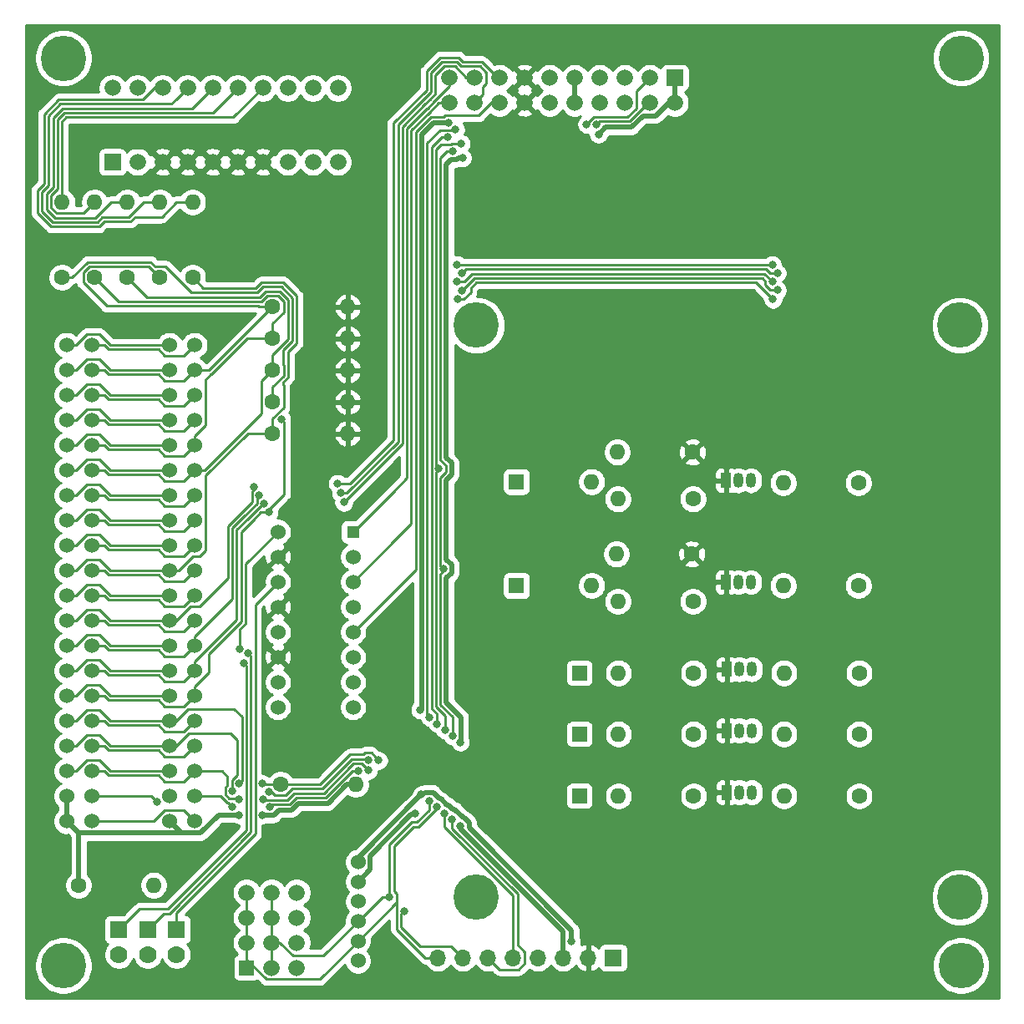
<source format=gtl>
G04 #@! TF.GenerationSoftware,KiCad,Pcbnew,(5.1.10-1-10_14)*
G04 #@! TF.CreationDate,2023-03-19T13:08:02-07:00*
G04 #@! TF.ProjectId,Control_Boards,436f6e74-726f-46c5-9f42-6f617264732e,rev?*
G04 #@! TF.SameCoordinates,Original*
G04 #@! TF.FileFunction,Copper,L1,Top*
G04 #@! TF.FilePolarity,Positive*
%FSLAX46Y46*%
G04 Gerber Fmt 4.6, Leading zero omitted, Abs format (unit mm)*
G04 Created by KiCad (PCBNEW (5.1.10-1-10_14)) date 2023-03-19 13:08:02*
%MOMM*%
%LPD*%
G01*
G04 APERTURE LIST*
G04 #@! TA.AperFunction,ComponentPad*
%ADD10C,1.524000*%
G04 #@! TD*
G04 #@! TA.AperFunction,ComponentPad*
%ADD11C,1.670000*%
G04 #@! TD*
G04 #@! TA.AperFunction,ComponentPad*
%ADD12R,1.670000X1.670000*%
G04 #@! TD*
G04 #@! TA.AperFunction,WasherPad*
%ADD13C,4.600000*%
G04 #@! TD*
G04 #@! TA.AperFunction,ComponentPad*
%ADD14C,1.600000*%
G04 #@! TD*
G04 #@! TA.AperFunction,ComponentPad*
%ADD15O,1.600000X1.600000*%
G04 #@! TD*
G04 #@! TA.AperFunction,ComponentPad*
%ADD16O,1.050000X1.500000*%
G04 #@! TD*
G04 #@! TA.AperFunction,ComponentPad*
%ADD17R,1.050000X1.500000*%
G04 #@! TD*
G04 #@! TA.AperFunction,ComponentPad*
%ADD18C,1.778000*%
G04 #@! TD*
G04 #@! TA.AperFunction,ComponentPad*
%ADD19R,1.778000X1.778000*%
G04 #@! TD*
G04 #@! TA.AperFunction,ComponentPad*
%ADD20R,1.524000X1.524000*%
G04 #@! TD*
G04 #@! TA.AperFunction,ComponentPad*
%ADD21R,1.700000X1.700000*%
G04 #@! TD*
G04 #@! TA.AperFunction,ComponentPad*
%ADD22O,1.700000X1.700000*%
G04 #@! TD*
G04 #@! TA.AperFunction,ComponentPad*
%ADD23R,1.300000X1.300000*%
G04 #@! TD*
G04 #@! TA.AperFunction,ComponentPad*
%ADD24R,1.600000X1.600000*%
G04 #@! TD*
G04 #@! TA.AperFunction,ViaPad*
%ADD25C,0.800000*%
G04 #@! TD*
G04 #@! TA.AperFunction,Conductor*
%ADD26C,0.500000*%
G04 #@! TD*
G04 #@! TA.AperFunction,Conductor*
%ADD27C,0.250000*%
G04 #@! TD*
G04 #@! TA.AperFunction,Conductor*
%ADD28C,0.254000*%
G04 #@! TD*
G04 #@! TA.AperFunction,Conductor*
%ADD29C,0.100000*%
G04 #@! TD*
G04 APERTURE END LIST*
D10*
X114300000Y-122402600D03*
X111760000Y-122402600D03*
X114300000Y-119862600D03*
X111760000Y-119862600D03*
X114300000Y-117322600D03*
X111760000Y-117322600D03*
X114300000Y-114782600D03*
X111760000Y-114782600D03*
X114300000Y-112242600D03*
X111760000Y-112242600D03*
X114300000Y-109702600D03*
X111760000Y-109702600D03*
X114300000Y-107162600D03*
X111760000Y-107162600D03*
X114300000Y-104622600D03*
X111760000Y-104622600D03*
X114300000Y-102082600D03*
X111760000Y-102082600D03*
X114300000Y-99542600D03*
X111760000Y-99542600D03*
X114300000Y-97002600D03*
X111760000Y-97002600D03*
X114300000Y-94462600D03*
X111760000Y-94462600D03*
X114300000Y-91922600D03*
X111760000Y-91922600D03*
X114300000Y-89382600D03*
X111760000Y-89382600D03*
X114300000Y-86842600D03*
X111760000Y-86842600D03*
X114300000Y-84302600D03*
X111760000Y-84302600D03*
X114300000Y-81762600D03*
X111760000Y-81762600D03*
X114300000Y-79222600D03*
X111760000Y-79222600D03*
X114300000Y-76682600D03*
X111760000Y-76682600D03*
X114300000Y-74142600D03*
X111760000Y-74142600D03*
X103859000Y-122388300D03*
X101319000Y-122388300D03*
X103859000Y-119848300D03*
X101319000Y-119848300D03*
X103859000Y-117308300D03*
X101319000Y-117308300D03*
X103859000Y-114768300D03*
X101319000Y-114768300D03*
X103859000Y-112228300D03*
X101319000Y-112228300D03*
X103859000Y-109688300D03*
X101319000Y-109688300D03*
X103859000Y-107148300D03*
X101319000Y-107148300D03*
X103859000Y-104608300D03*
X101319000Y-104608300D03*
X103859000Y-102068300D03*
X101319000Y-102068300D03*
X103859000Y-99528300D03*
X101319000Y-99528300D03*
X103859000Y-96988300D03*
X101319000Y-96988300D03*
X103859000Y-94448300D03*
X101319000Y-94448300D03*
X103859000Y-91908300D03*
X101319000Y-91908300D03*
X103859000Y-89368300D03*
X101319000Y-89368300D03*
X103859000Y-86828300D03*
X101319000Y-86828300D03*
X103859000Y-84288300D03*
X101319000Y-84288300D03*
X103859000Y-81748300D03*
X101319000Y-81748300D03*
X103859000Y-79208300D03*
X101319000Y-79208300D03*
X103859000Y-76668300D03*
X101319000Y-76668300D03*
X103859000Y-74128300D03*
X101319000Y-74128300D03*
D11*
X105968800Y-48075200D03*
X108508800Y-48075200D03*
X111048800Y-48075200D03*
X113588800Y-48075200D03*
X116128800Y-48075200D03*
X118668800Y-48075200D03*
X121208800Y-48075200D03*
X123748800Y-48075200D03*
X126288800Y-48075200D03*
X128828800Y-48075200D03*
D12*
X105968800Y-55575200D03*
D11*
X108508800Y-55575200D03*
X111048800Y-55575200D03*
X113588800Y-55575200D03*
X116128800Y-55575200D03*
X118668800Y-55575200D03*
X121208800Y-55575200D03*
X123748800Y-55575200D03*
X126288800Y-55575200D03*
X128828800Y-55575200D03*
D13*
X101000600Y-137046400D03*
X192000600Y-137046400D03*
X192000600Y-45046400D03*
X101000600Y-45046400D03*
D14*
X164893083Y-119837200D03*
D15*
X157273083Y-119837200D03*
D14*
X164893083Y-113563400D03*
D15*
X157273083Y-113563400D03*
D14*
X164893083Y-107365800D03*
D15*
X157273083Y-107365800D03*
D14*
X122199400Y-70256400D03*
D15*
X129819400Y-70256400D03*
D14*
X122199400Y-73469500D03*
D15*
X129819400Y-73469500D03*
D14*
X122199400Y-76682600D03*
D15*
X129819400Y-76682600D03*
D14*
X122199400Y-79895700D03*
D15*
X129819400Y-79895700D03*
D14*
X122199400Y-83108800D03*
D15*
X129819400Y-83108800D03*
D14*
X100863400Y-67284600D03*
D15*
X100863400Y-59664600D03*
D14*
X181660800Y-119837200D03*
D15*
X174040800Y-119837200D03*
D14*
X181660800Y-113563400D03*
D15*
X174040800Y-113563400D03*
D14*
X123012200Y-118656100D03*
D15*
X130632200Y-118656100D03*
D16*
X169515883Y-119477200D03*
X170785883Y-119477200D03*
D17*
X168245883Y-119477200D03*
D16*
X169515883Y-113203400D03*
X170785883Y-113203400D03*
D17*
X168245883Y-113203400D03*
D16*
X169515883Y-107005800D03*
X170785883Y-107005800D03*
D17*
X168245883Y-107005800D03*
D18*
X106627600Y-135926500D03*
D19*
X106627600Y-133386500D03*
D18*
X109551599Y-135943901D03*
D19*
X109551599Y-133403901D03*
D18*
X112469600Y-135926500D03*
D19*
X112469600Y-133386500D03*
D12*
X163000600Y-47046400D03*
D11*
X163000600Y-49586400D03*
X160460600Y-47046400D03*
X160460600Y-49586400D03*
X157920600Y-47046400D03*
X157920600Y-49586400D03*
X155380600Y-47046400D03*
X155380600Y-49586400D03*
X152840600Y-47046400D03*
X152840600Y-49586400D03*
X150300600Y-47046400D03*
X150300600Y-49586400D03*
X147760600Y-47046400D03*
X147760600Y-49586400D03*
X145220600Y-47046400D03*
X145220600Y-49586400D03*
X142680600Y-47046400D03*
X142680600Y-49586400D03*
X140140600Y-47046400D03*
X140140600Y-49586400D03*
D10*
X130860800Y-126542800D03*
X130860800Y-128542800D03*
X130860800Y-130542800D03*
X130860800Y-132542800D03*
X130860800Y-134542800D03*
X130860800Y-136542800D03*
D11*
X122110500Y-137248900D03*
D20*
X119570500Y-137248900D03*
D11*
X124650500Y-137248900D03*
X119570500Y-134708900D03*
X122110500Y-134708900D03*
X124650500Y-134708900D03*
X119570500Y-132168900D03*
X122110500Y-132168900D03*
X124650500Y-132168900D03*
X119570500Y-129628900D03*
X122110500Y-129628900D03*
X124650500Y-129628900D03*
D20*
X153314400Y-119837200D03*
X153314400Y-113563400D03*
X153314400Y-107365800D03*
D21*
X156743400Y-136245600D03*
D22*
X154203400Y-136245600D03*
X151663400Y-136245600D03*
X149123400Y-136245600D03*
X146583400Y-136245600D03*
X144043400Y-136245600D03*
X141503400Y-136245600D03*
X138963400Y-136245600D03*
D10*
X122745500Y-110858300D03*
X130365500Y-110858300D03*
X122745500Y-108318300D03*
X130365500Y-108318300D03*
X122745500Y-105778300D03*
X130365500Y-105778300D03*
X122745500Y-103238300D03*
X130365500Y-103238300D03*
X122745500Y-100698300D03*
X130365500Y-100698300D03*
X122745500Y-98158300D03*
X130365500Y-98158300D03*
X122745500Y-95618300D03*
X130365500Y-95618300D03*
X122745500Y-93078300D03*
D23*
X130365500Y-93078300D03*
D14*
X104171750Y-67284600D03*
D15*
X104171750Y-59664600D03*
D14*
X107480100Y-67284600D03*
D15*
X107480100Y-59664600D03*
D14*
X110788450Y-67284600D03*
D15*
X110788450Y-59664600D03*
D14*
X114096800Y-67284600D03*
D15*
X114096800Y-59664600D03*
D14*
X181584600Y-98526600D03*
D15*
X173964600Y-98526600D03*
D14*
X181584600Y-88112600D03*
D15*
X173964600Y-88112600D03*
D13*
X191876800Y-130129400D03*
X142876800Y-130129400D03*
X142876800Y-72129400D03*
X191876800Y-72129400D03*
D24*
X146935283Y-87983099D03*
D15*
X154555283Y-87983099D03*
D24*
X146935283Y-98526600D03*
D15*
X154555283Y-98526600D03*
D16*
X169439683Y-87851699D03*
X170709683Y-87851699D03*
D17*
X168169683Y-87851699D03*
D16*
X169439683Y-98166600D03*
X170709683Y-98166600D03*
D17*
X168169683Y-98166600D03*
D14*
X164816883Y-89738200D03*
D15*
X157196883Y-89738200D03*
D14*
X164816883Y-100121484D03*
D15*
X157196883Y-100121484D03*
D14*
X181660800Y-107365800D03*
D15*
X174040800Y-107365800D03*
D14*
X164769800Y-84988400D03*
D15*
X157149800Y-84988400D03*
D14*
X164693600Y-95326200D03*
D15*
X157073600Y-95326200D03*
D14*
X102539800Y-128879600D03*
D15*
X110159800Y-128879600D03*
D25*
X141459394Y-55166919D03*
X155248073Y-52767241D03*
X141245083Y-114389407D03*
X141249400Y-122923300D03*
X136640106Y-121606999D03*
X121171800Y-121767600D03*
X118821780Y-121767600D03*
X155045264Y-51788021D03*
X140489350Y-54491697D03*
X139499730Y-96812100D03*
X140452374Y-113779805D03*
X140402872Y-122227700D03*
X132971820Y-116242440D03*
X121171800Y-118618000D03*
X118821780Y-118618000D03*
X139989964Y-53051201D03*
X138894939Y-112525062D03*
X138836053Y-120984914D03*
X130926979Y-117287483D03*
X121902654Y-120956111D03*
X118127339Y-120912352D03*
X110529107Y-120445654D03*
X140747555Y-52297700D03*
X138138817Y-111870629D03*
X138074024Y-120337368D03*
X134073900Y-130086100D03*
X135523901Y-131546600D03*
X131926178Y-117247408D03*
X121221694Y-120187508D03*
X118821780Y-120192800D03*
X154045659Y-51759859D03*
X141304575Y-53716918D03*
X139049720Y-86690200D03*
X139672067Y-113154407D03*
X139626912Y-121596916D03*
X131886651Y-116182576D03*
X121815743Y-119383076D03*
X118134668Y-119344554D03*
X119271790Y-106367044D03*
X120851397Y-89360507D03*
X129122142Y-89119726D03*
X121361200Y-90220800D03*
X129438400Y-90068400D03*
X140017500Y-51601200D03*
X137288817Y-119718132D03*
X137147300Y-111112300D03*
X152513400Y-134620000D03*
X140912704Y-65995306D03*
X172869773Y-65984669D03*
X141427200Y-66852800D03*
X173371365Y-66849776D03*
X140929967Y-67720419D03*
X172872400Y-67716400D03*
X141403381Y-68601261D03*
X173380400Y-68580000D03*
X140943637Y-69489314D03*
X172923200Y-69494400D03*
X120351465Y-88494440D03*
X128805949Y-88171029D03*
X118841056Y-104911004D03*
X121851462Y-91092377D03*
X123131804Y-81653604D03*
X119721800Y-105384600D03*
D26*
X163000600Y-47046400D02*
X163000600Y-49586400D01*
X159771798Y-50901600D02*
X158619778Y-52053620D01*
X163000600Y-49586400D02*
X162362402Y-49586400D01*
X162362402Y-49586400D02*
X161047202Y-50901600D01*
X161047202Y-50901600D02*
X159771798Y-50901600D01*
X158619778Y-52053620D02*
X156248100Y-52053620D01*
X155991376Y-52053620D02*
X155277755Y-52767241D01*
X156248100Y-52053620D02*
X155991376Y-52053620D01*
X155277755Y-52767241D02*
X155248073Y-52767241D01*
X141072130Y-55166919D02*
X140897351Y-55341698D01*
X141459394Y-55166919D02*
X141072130Y-55166919D01*
X140897351Y-55341698D02*
X140289102Y-55341698D01*
X140289102Y-55341698D02*
X139799750Y-55831050D01*
X139799750Y-55831050D02*
X139799750Y-56959500D01*
X139799750Y-56959500D02*
X139799750Y-57512824D01*
X139799750Y-57512824D02*
X139799750Y-71081900D01*
X140349731Y-86104023D02*
X140349731Y-87276377D01*
X140349731Y-87276377D02*
X139799750Y-87826358D01*
X139799750Y-85554042D02*
X140349731Y-86104023D01*
X139799750Y-71081900D02*
X139799750Y-85554042D01*
X140349731Y-97220101D02*
X139799750Y-97770082D01*
X140349731Y-96404099D02*
X140349731Y-97220101D01*
X139799750Y-95854118D02*
X140349731Y-96404099D01*
X139799750Y-87826358D02*
X139799750Y-95854118D01*
X139799750Y-97770082D02*
X139799750Y-105346500D01*
X139799750Y-105346500D02*
X139799750Y-109286493D01*
X139799750Y-109286493D02*
X139799750Y-110372554D01*
X141245083Y-114245098D02*
X141245083Y-114389407D01*
X141302375Y-114187806D02*
X141245083Y-114245098D01*
X141302375Y-113371804D02*
X141302375Y-114187806D01*
X141300514Y-113369943D02*
X141302375Y-113371804D01*
X141300514Y-111873318D02*
X141300514Y-113369943D01*
X139799750Y-110372554D02*
X141300514Y-111873318D01*
X132072801Y-127330799D02*
X130860800Y-128542800D01*
X132072801Y-125924110D02*
X132072801Y-127330799D01*
X136504905Y-121742200D02*
X136254711Y-121742200D01*
X136640106Y-121606999D02*
X136504905Y-121742200D01*
X136254711Y-121742200D02*
X132072801Y-125924110D01*
X130632200Y-118656100D02*
X129756286Y-118656100D01*
X129756286Y-118656100D02*
X127831246Y-120581140D01*
X124838168Y-120581140D02*
X124163177Y-121256131D01*
X127831246Y-120581140D02*
X124838168Y-120581140D01*
X124163177Y-121256131D02*
X123215400Y-121256131D01*
X121210312Y-121806112D02*
X121171800Y-121767600D01*
X122310655Y-121806112D02*
X121210312Y-121806112D01*
X122860636Y-121256131D02*
X122310655Y-121806112D01*
X123215400Y-121256131D02*
X122860636Y-121256131D01*
X114881761Y-123614601D02*
X112972001Y-123614601D01*
X112972001Y-123614601D02*
X111760000Y-122402600D01*
X116728762Y-121767600D02*
X114881761Y-123614601D01*
X118821780Y-121767600D02*
X116728762Y-121767600D01*
X102545301Y-123614601D02*
X101319000Y-122388300D01*
X112972001Y-123614601D02*
X102545301Y-123614601D01*
X101319000Y-122388300D02*
X101319000Y-119848300D01*
X102545301Y-128874099D02*
X102539800Y-128879600D01*
X102545301Y-123614601D02*
X102545301Y-128874099D01*
X141249400Y-123167402D02*
X151663400Y-133581402D01*
X141249400Y-122923300D02*
X141249400Y-123167402D01*
X151663400Y-133581402D02*
X151663400Y-136245600D01*
D27*
X105140290Y-74128300D02*
X105604600Y-74592610D01*
X105604600Y-74592610D02*
X110626648Y-74592610D01*
X110626648Y-74592610D02*
X111263639Y-75229601D01*
X113238399Y-75229601D02*
X114325400Y-74142600D01*
X111263639Y-75229601D02*
X113238399Y-75229601D01*
X103884400Y-74128300D02*
X105140290Y-74128300D01*
X103884400Y-91908300D02*
X105140290Y-91908300D01*
X103884400Y-112228300D02*
X105140290Y-112228300D01*
X104689699Y-80661299D02*
X105791000Y-81762600D01*
X104689699Y-85741299D02*
X105791000Y-86842600D01*
X104689699Y-98441299D02*
X105791000Y-99542600D01*
X104689699Y-106061299D02*
X105791000Y-107162600D01*
X104689699Y-116221299D02*
X105791000Y-117322600D01*
X111263639Y-93009601D02*
X113238399Y-93009601D01*
X111263639Y-113329601D02*
X113238399Y-113329601D01*
X105604600Y-92372610D02*
X110626648Y-92372610D01*
X105604600Y-112692610D02*
X110626648Y-112692610D01*
X103362639Y-80661299D02*
X104689699Y-80661299D01*
X103362639Y-85741299D02*
X104689699Y-85741299D01*
X103362639Y-98441299D02*
X104689699Y-98441299D01*
X103362639Y-106061299D02*
X104689699Y-106061299D01*
X103362639Y-116221299D02*
X104689699Y-116221299D01*
X102275638Y-81748300D02*
X103362639Y-80661299D01*
X102275638Y-86828300D02*
X103362639Y-85741299D01*
X102275638Y-99528300D02*
X103362639Y-98441299D01*
X102275638Y-107148300D02*
X103362639Y-106061299D01*
X102275638Y-117308300D02*
X103362639Y-116221299D01*
X113238399Y-93009601D02*
X114325400Y-91922600D01*
X113238399Y-113329601D02*
X114325400Y-112242600D01*
X105140290Y-91908300D02*
X105604600Y-92372610D01*
X105140290Y-112228300D02*
X105604600Y-112692610D01*
X101344400Y-81748300D02*
X102275638Y-81748300D01*
X101344400Y-86828300D02*
X102275638Y-86828300D01*
X101344400Y-99528300D02*
X102275638Y-99528300D01*
X101344400Y-107148300D02*
X102275638Y-107148300D01*
X101344400Y-117308300D02*
X102275638Y-117308300D01*
X105791000Y-81762600D02*
X111785400Y-81762600D01*
X105791000Y-86842600D02*
X111785400Y-86842600D01*
X105791000Y-99542600D02*
X111785400Y-99542600D01*
X105791000Y-107162600D02*
X111785400Y-107162600D01*
X105791000Y-117322600D02*
X111785400Y-117322600D01*
X110626648Y-92372610D02*
X111263639Y-93009601D01*
X110626648Y-112692610D02*
X111263639Y-113329601D01*
X136724690Y-96879110D02*
X135266020Y-98337780D01*
X136724690Y-52558328D02*
X136724690Y-96879110D01*
X138256828Y-51026190D02*
X136724690Y-52558328D01*
X139550010Y-51026190D02*
X138256828Y-51026190D01*
X143107602Y-50876200D02*
X139700000Y-50876200D01*
X144397402Y-49586400D02*
X143107602Y-50876200D01*
X139700000Y-50876200D02*
X139550010Y-51026190D01*
X135266020Y-98337780D02*
X130365500Y-103238300D01*
X145220600Y-49586400D02*
X144397402Y-49586400D01*
X134816010Y-93707790D02*
X130365500Y-98158300D01*
X136274680Y-92249120D02*
X134816010Y-93707790D01*
X136274680Y-52371928D02*
X136274680Y-92249120D01*
X140140600Y-49586400D02*
X139060208Y-49586400D01*
X138070428Y-50576180D02*
X136274680Y-52371928D01*
X139060208Y-49598292D02*
X138082320Y-50576180D01*
X138082320Y-50576180D02*
X138070428Y-50576180D01*
X139060208Y-49586400D02*
X139060208Y-49598292D01*
X134366000Y-89077800D02*
X130365500Y-93078300D01*
X135824670Y-52185528D02*
X135824670Y-87619130D01*
X137884027Y-50126171D02*
X135824670Y-52185528D01*
X138610198Y-49411892D02*
X137895920Y-50126170D01*
X138873808Y-49136390D02*
X138610198Y-49400000D01*
X138610198Y-49400000D02*
X138610198Y-49411892D01*
X138887200Y-49136390D02*
X138873808Y-49136390D01*
X138887200Y-49122998D02*
X138887200Y-49136390D01*
X135824670Y-87619130D02*
X134366000Y-89077800D01*
X140140600Y-47869598D02*
X138887200Y-49122998D01*
X137895920Y-50126170D02*
X137884027Y-50126171D01*
X140140600Y-47046400D02*
X140140600Y-47869598D01*
X104689699Y-111141299D02*
X105791000Y-112242600D01*
X103362639Y-111141299D02*
X104689699Y-111141299D01*
X102275638Y-112228300D02*
X103362639Y-111141299D01*
X101344400Y-112228300D02*
X102275638Y-112228300D01*
X105791000Y-112242600D02*
X111785400Y-112242600D01*
X160273812Y-49586400D02*
X158381602Y-51478610D01*
X160460600Y-49586400D02*
X160273812Y-49586400D01*
X158381602Y-51478610D02*
X155409900Y-51478610D01*
X155354675Y-51478610D02*
X155045264Y-51788021D01*
X155409900Y-51478610D02*
X155354675Y-51478610D01*
X140489350Y-54491697D02*
X139856403Y-54491697D01*
X139224740Y-55123360D02*
X139224740Y-55414200D01*
X139856403Y-54491697D02*
X139224740Y-55123360D01*
X139224740Y-55414200D02*
X139224740Y-57429400D01*
X139224740Y-57429400D02*
X139224740Y-57751000D01*
X139224740Y-57751000D02*
X139224740Y-71843900D01*
X139774721Y-87038201D02*
X139224740Y-87588182D01*
X139774721Y-86342199D02*
X139774721Y-87038201D01*
X139224740Y-85792218D02*
X139774721Y-86342199D01*
X139224740Y-71843900D02*
X139224740Y-85792218D01*
X139224740Y-87588182D02*
X139224740Y-95326200D01*
X139224740Y-96537110D02*
X139499730Y-96812100D01*
X139224740Y-95326200D02*
X139224740Y-96537110D01*
X139499730Y-97075870D02*
X139224740Y-97350860D01*
X139499730Y-96812100D02*
X139499730Y-97075870D01*
X139224740Y-97350860D02*
X139224740Y-103853260D01*
X139224740Y-103853260D02*
X139224740Y-109524669D01*
X139224740Y-109524669D02*
X139224740Y-110610730D01*
X140452374Y-111838364D02*
X140452374Y-113779805D01*
X139224740Y-110610730D02*
X140452374Y-111838364D01*
X140402872Y-122227700D02*
X140402872Y-123134060D01*
X140402872Y-123134060D02*
X147033410Y-129764598D01*
X147147401Y-137420601D02*
X145218401Y-137420601D01*
X147758401Y-136809601D02*
X147147401Y-137420601D01*
X145218401Y-137420601D02*
X144043400Y-136245600D01*
X147758401Y-135681599D02*
X147758401Y-136809601D01*
X147033410Y-134956608D02*
X147758401Y-135681599D01*
X130036579Y-115653391D02*
X127033870Y-118656100D01*
X131582825Y-115457575D02*
X131387010Y-115653390D01*
X132234652Y-115457575D02*
X131582825Y-115457575D01*
X132971820Y-116242440D02*
X132955640Y-116242440D01*
X132611652Y-115834575D02*
X132234652Y-115457575D01*
X127033870Y-118656100D02*
X123012200Y-118656100D01*
X131387010Y-115653390D02*
X130036579Y-115653391D01*
X132611652Y-115898452D02*
X132611652Y-115834575D01*
X132955640Y-116242440D02*
X132611652Y-115898452D01*
X121209900Y-118656100D02*
X121171800Y-118618000D01*
X123012200Y-118656100D02*
X121209900Y-118656100D01*
X112421810Y-112242600D02*
X111760000Y-112242600D01*
X113641010Y-111023400D02*
X112421810Y-112242600D01*
X118821780Y-118618000D02*
X118821780Y-118566620D01*
X118287800Y-111023400D02*
X113641010Y-111023400D01*
X119096770Y-111832370D02*
X118287800Y-111023400D01*
X119096770Y-118291630D02*
X119096770Y-111832370D01*
X118821780Y-118566620D02*
X119096770Y-118291630D01*
X147033410Y-129764598D02*
X147033410Y-134956608D01*
X138324721Y-54091569D02*
X139365089Y-53051201D01*
X139365089Y-53051201D02*
X139989964Y-53051201D01*
X138324720Y-103927780D02*
X138324721Y-54091569D01*
X138324720Y-103927780D02*
X138324720Y-108978700D01*
X138324720Y-108978700D02*
X138324720Y-109483020D01*
X138324720Y-109483020D02*
X138324720Y-109897469D01*
X138324720Y-109897469D02*
X138324720Y-110773858D01*
X138324720Y-110983530D02*
X138863818Y-111522628D01*
X138324720Y-110773858D02*
X138324720Y-110983530D01*
X138863818Y-112493941D02*
X138894939Y-112525062D01*
X138863818Y-111522628D02*
X138863818Y-112493941D01*
X119570500Y-129628900D02*
X119570500Y-137248900D01*
X124093699Y-138408901D02*
X126994699Y-138408901D01*
X124051298Y-138366500D02*
X124093699Y-138408901D01*
X122667301Y-138408901D02*
X122709702Y-138366500D01*
X121553699Y-138408901D02*
X122667301Y-138408901D01*
X122709702Y-138366500D02*
X124051298Y-138366500D01*
X119570500Y-136425702D02*
X121553699Y-138408901D01*
X126994699Y-138408901D02*
X130860800Y-134542800D01*
X119570500Y-134708900D02*
X119570500Y-136425702D01*
X134798901Y-130604699D02*
X130860800Y-134542800D01*
X134798901Y-130604699D02*
X134798901Y-133351101D01*
X138836053Y-121133605D02*
X138836053Y-120984914D01*
X137015448Y-122954210D02*
X138836053Y-121133605D01*
X134523910Y-124922597D02*
X136492297Y-122954210D01*
X134523910Y-129463108D02*
X134523910Y-124922597D01*
X134798901Y-129738099D02*
X134523910Y-129463108D01*
X136492297Y-122954210D02*
X137015448Y-122954210D01*
X134798901Y-130604699D02*
X134798901Y-129738099D01*
X130926979Y-117287483D02*
X130335815Y-117287483D01*
X130335815Y-117287483D02*
X130311717Y-117287483D01*
X127593070Y-120006130D02*
X125360690Y-120006130D01*
X130311717Y-117287483D02*
X127593070Y-120006130D01*
X124599992Y-120006130D02*
X123925001Y-120681121D01*
X125360690Y-120006130D02*
X124599992Y-120006130D01*
X123925001Y-120681121D02*
X122682000Y-120681121D01*
X122177644Y-120681121D02*
X121902654Y-120956111D01*
X122682000Y-120681121D02*
X122177644Y-120681121D01*
X117734552Y-120519565D02*
X117600266Y-120519564D01*
X118127339Y-120912352D02*
X117734552Y-120519565D01*
X116943302Y-119862600D02*
X114300000Y-119862600D01*
X117600266Y-120519564D02*
X116943302Y-119862600D01*
X109931753Y-119848300D02*
X110529107Y-120445654D01*
X103859000Y-119848300D02*
X109931753Y-119848300D01*
X137693400Y-136245600D02*
X138963400Y-136245600D01*
X134804991Y-133357191D02*
X137693400Y-136245600D01*
X134804990Y-133351101D02*
X134804991Y-133357191D01*
X134798901Y-133351101D02*
X134804990Y-133351101D01*
X103884400Y-117308300D02*
X105140290Y-117308300D01*
X111263639Y-118409601D02*
X113238399Y-118409601D01*
X105604600Y-117772610D02*
X110626648Y-117772610D01*
X113238399Y-118409601D02*
X114325400Y-117322600D01*
X105140290Y-117308300D02*
X105604600Y-117772610D01*
X110626648Y-117772610D02*
X111263639Y-118409601D01*
X140735755Y-52285900D02*
X140747555Y-52297700D01*
X140405802Y-52285900D02*
X140735755Y-52285900D01*
X137874710Y-53628590D02*
X139177099Y-52326201D01*
X140365501Y-52326201D02*
X140405802Y-52285900D01*
X139177099Y-52326201D02*
X140365501Y-52326201D01*
X137874710Y-103171290D02*
X137874710Y-53628590D01*
X137874710Y-103171290D02*
X137874710Y-110083869D01*
X137874710Y-111606522D02*
X138138817Y-111870629D01*
X137874710Y-110083869D02*
X137874710Y-111606522D01*
X122110500Y-129628900D02*
X122110500Y-137248900D01*
X127348500Y-136055100D02*
X130860800Y-132542800D01*
X124279898Y-136055100D02*
X127348500Y-136055100D01*
X122933698Y-134708900D02*
X124279898Y-136055100D01*
X122110500Y-134708900D02*
X122933698Y-134708900D01*
X133317500Y-130086100D02*
X130860800Y-132542800D01*
X134073900Y-130086100D02*
X133317500Y-130086100D01*
X134073900Y-124736197D02*
X134073900Y-130086100D01*
X136305897Y-122504200D02*
X134073900Y-124736197D01*
X136829048Y-122504200D02*
X136305897Y-122504200D01*
X138074024Y-121259224D02*
X136829048Y-122504200D01*
X138074024Y-120337368D02*
X138074024Y-121259224D01*
X131241252Y-116562482D02*
X130400308Y-116562482D01*
X131926178Y-117247408D02*
X131241252Y-116562482D01*
X130400308Y-116562482D02*
X130125316Y-116837474D01*
X127406670Y-119556120D02*
X125174290Y-119556120D01*
X130125316Y-116837474D02*
X127406670Y-119556120D01*
X124413592Y-119556120D02*
X123738601Y-120231111D01*
X125174290Y-119556120D02*
X124413592Y-119556120D01*
X121265297Y-120231111D02*
X121221694Y-120187508D01*
X123738601Y-120231111D02*
X121265297Y-120231111D01*
X117409667Y-119692555D02*
X117409667Y-118996553D01*
X117786667Y-120069555D02*
X117409667Y-119692555D01*
X117409667Y-118996553D02*
X117646769Y-118759451D01*
X118698535Y-120069555D02*
X117786667Y-120069555D01*
X118821780Y-120192800D02*
X118698535Y-120069555D01*
X117646769Y-118759451D02*
X117646769Y-117900769D01*
X117068600Y-117322600D02*
X114300000Y-117322600D01*
X117646769Y-117900769D02*
X117068600Y-117322600D01*
X135255000Y-131815501D02*
X135523901Y-131546600D01*
X135255000Y-133170790D02*
X135255000Y-131815501D01*
X137154809Y-135070599D02*
X135255000Y-133170790D01*
X140328399Y-135070599D02*
X137154809Y-135070599D01*
X141503400Y-136245600D02*
X140328399Y-135070599D01*
X104689699Y-113681299D02*
X105791000Y-114782600D01*
X103362639Y-113681299D02*
X104689699Y-113681299D01*
X102275638Y-114768300D02*
X103362639Y-113681299D01*
X101344400Y-114768300D02*
X102275638Y-114768300D01*
X105791000Y-114782600D02*
X111785400Y-114782600D01*
X159080601Y-48426399D02*
X159080601Y-50143201D01*
X159080601Y-50143201D02*
X158195202Y-51028600D01*
X160460600Y-47046400D02*
X159080601Y-48426399D01*
X154776918Y-51028600D02*
X154045659Y-51759859D01*
X158195202Y-51028600D02*
X154776918Y-51028600D01*
X140397249Y-53716918D02*
X140329667Y-53784500D01*
X141304575Y-53716918D02*
X140397249Y-53716918D01*
X139268200Y-53784500D02*
X138774730Y-54277970D01*
X140329667Y-53784500D02*
X139268200Y-53784500D01*
X138774730Y-54277970D02*
X138774730Y-55600600D01*
X138774730Y-55600600D02*
X138774730Y-57937400D01*
X138774730Y-57937400D02*
X138774730Y-72593200D01*
X138774730Y-86415210D02*
X139049720Y-86690200D01*
X138774730Y-72593200D02*
X138774730Y-86415210D01*
X139049720Y-86768980D02*
X138774730Y-87043970D01*
X139049720Y-86690200D02*
X139049720Y-86768980D01*
X138774730Y-87043970D02*
X138774730Y-103604770D01*
X138774730Y-103604770D02*
X138774730Y-109711069D01*
X138774730Y-109711069D02*
X138774730Y-110797130D01*
X139672067Y-111694467D02*
X139672067Y-113154407D01*
X138774730Y-110797130D02*
X139672067Y-111694467D01*
X139626912Y-122994510D02*
X146583400Y-129950998D01*
X139626912Y-121596916D02*
X139626912Y-122994510D01*
X131886651Y-116182576D02*
X131807475Y-116103400D01*
X130222980Y-116103400D02*
X129678290Y-116648090D01*
X131807475Y-116103400D02*
X130222980Y-116103400D01*
X129678290Y-116648090D02*
X129538590Y-116787790D01*
X129538590Y-116787790D02*
X128179690Y-118146690D01*
X127220270Y-119106110D02*
X124987890Y-119106110D01*
X128179690Y-118146690D02*
X127220270Y-119106110D01*
X124987890Y-119106110D02*
X124358400Y-119106110D01*
X123552201Y-119781101D02*
X122472199Y-119781101D01*
X124227192Y-119106110D02*
X123552201Y-119781101D01*
X124358400Y-119106110D02*
X124227192Y-119106110D01*
X122074174Y-119383076D02*
X121815743Y-119383076D01*
X122472199Y-119781101D02*
X122074174Y-119383076D01*
X112421810Y-114782600D02*
X111760000Y-114782600D01*
X117932200Y-113487200D02*
X113717210Y-113487200D01*
X118646760Y-114201760D02*
X117932200Y-113487200D01*
X113717210Y-113487200D02*
X112421810Y-114782600D01*
X118646760Y-117720018D02*
X118646760Y-114201760D01*
X118096779Y-118269999D02*
X118646760Y-117720018D01*
X118096779Y-119306665D02*
X118096779Y-118269999D01*
X118134668Y-119344554D02*
X118096779Y-119306665D01*
X146583400Y-129950998D02*
X146583400Y-136245600D01*
X103884400Y-104608300D02*
X105140290Y-104608300D01*
X111263639Y-105709601D02*
X113238399Y-105709601D01*
X105604600Y-105072610D02*
X110626648Y-105072610D01*
X113238399Y-105709601D02*
X114325400Y-104622600D01*
X105140290Y-104608300D02*
X105604600Y-105072610D01*
X110626648Y-105072610D02*
X111263639Y-105709601D01*
X106627600Y-133386500D02*
X107205998Y-133386500D01*
X114300000Y-103691362D02*
X118128210Y-99863152D01*
X114300000Y-104622600D02*
X114300000Y-103691362D01*
X118128210Y-99863152D02*
X118128210Y-92690380D01*
X119293487Y-91525103D02*
X119293487Y-91523693D01*
X118128210Y-92690380D02*
X119293487Y-91525103D01*
X120636199Y-89575705D02*
X120851397Y-89360507D01*
X120636199Y-90180981D02*
X120636199Y-89575705D01*
X119293487Y-91523693D02*
X120636199Y-90180981D01*
X143515599Y-48751401D02*
X142680600Y-49586400D01*
X143515599Y-47928203D02*
X143515599Y-48751401D01*
X141333811Y-45886399D02*
X143237401Y-45886399D01*
X140883801Y-45436389D02*
X141333811Y-45886399D01*
X129737964Y-89119726D02*
X134924650Y-83933040D01*
X137523118Y-49226152D02*
X137710178Y-49039092D01*
X138272090Y-46561698D02*
X139397398Y-45436390D01*
X143237401Y-45886399D02*
X143840601Y-46489599D01*
X138272090Y-48465288D02*
X138272090Y-46561698D01*
X137710178Y-49027200D02*
X138272090Y-48465288D01*
X139397398Y-45436390D02*
X140883801Y-45436389D01*
X137710178Y-49039092D02*
X137710178Y-49027200D01*
X137511225Y-49226153D02*
X137523118Y-49226152D01*
X134924650Y-51812728D02*
X137511225Y-49226153D01*
X143840601Y-47603201D02*
X143515599Y-47928203D01*
X143840601Y-46489599D02*
X143840601Y-47603201D01*
X134924650Y-83933040D02*
X134924650Y-51812728D01*
X129122142Y-89119726D02*
X129737964Y-89119726D01*
X111569582Y-131302398D02*
X108711702Y-131302398D01*
X108711702Y-131302398D02*
X106627600Y-133386500D01*
X119546780Y-123325200D02*
X111569582Y-131302398D01*
X119546780Y-106642034D02*
X119546780Y-123325200D01*
X119271790Y-106367044D02*
X119546780Y-106642034D01*
X103884400Y-107148300D02*
X105140290Y-107148300D01*
X111263639Y-108249601D02*
X113238399Y-108249601D01*
X105604600Y-107612610D02*
X110626648Y-107612610D01*
X113238399Y-108249601D02*
X114325400Y-107162600D01*
X105140290Y-107148300D02*
X105604600Y-107612610D01*
X110626648Y-107612610D02*
X111263639Y-108249601D01*
X141857402Y-47046400D02*
X142680600Y-47046400D01*
X139583799Y-45886399D02*
X140697401Y-45886399D01*
X138722100Y-46748098D02*
X139583799Y-45886399D01*
X140697401Y-45886399D02*
X141857402Y-47046400D01*
X137697626Y-49676162D02*
X137709518Y-49676162D01*
X114300000Y-106231362D02*
X118578220Y-101953142D01*
X138160188Y-49225492D02*
X138160188Y-49213600D01*
X129997200Y-89496900D02*
X135374660Y-84119440D01*
X137709518Y-49676162D02*
X138160188Y-49225492D01*
X135374660Y-84119440D02*
X135374660Y-51999128D01*
X138722100Y-48651688D02*
X138722100Y-46748098D01*
X138160188Y-49213600D02*
X138722100Y-48651688D01*
X135374660Y-51999128D02*
X137697626Y-49676162D01*
X118578220Y-101953142D02*
X118578220Y-92876780D01*
X114300000Y-107162600D02*
X114300000Y-106231362D01*
X119743495Y-91711505D02*
X119743496Y-91710094D01*
X118578220Y-92876780D02*
X119743495Y-91711505D01*
X119743496Y-91710094D02*
X121194999Y-90258591D01*
X121323409Y-90258591D02*
X121361200Y-90220800D01*
X121194999Y-90258591D02*
X121323409Y-90258591D01*
X129997200Y-89509600D02*
X129997200Y-89496900D01*
X129438400Y-90068400D02*
X129997200Y-89509600D01*
D26*
X152840600Y-47046400D02*
X152840600Y-49586400D01*
D27*
X148920200Y-136042400D02*
X149123400Y-136245600D01*
D26*
X137299700Y-119707249D02*
X137288817Y-119718132D01*
X130860800Y-126146149D02*
X130860800Y-126542800D01*
X137288817Y-119718132D02*
X130860800Y-126146149D01*
X138495004Y-51601200D02*
X137299700Y-52796504D01*
X137299700Y-110959900D02*
X137147300Y-111112300D01*
X137299700Y-52796504D02*
X137299700Y-110959900D01*
X140017500Y-51601200D02*
X138495004Y-51601200D01*
X137435258Y-119718132D02*
X137288817Y-119718132D01*
X137666023Y-119487367D02*
X137435258Y-119718132D01*
X139129571Y-120134913D02*
X138482025Y-119487367D01*
X141657401Y-122073299D02*
X141529699Y-122073299D01*
X138482025Y-119487367D02*
X137666023Y-119487367D01*
X142138400Y-122554298D02*
X141657401Y-122073299D01*
X152513400Y-134620000D02*
X152513400Y-133441440D01*
X140476913Y-121188915D02*
X140034913Y-120746915D01*
X142138400Y-123066440D02*
X142138400Y-122554298D01*
X139244054Y-120134913D02*
X139129571Y-120134913D01*
X140034913Y-120746915D02*
X139856056Y-120746915D01*
X152513400Y-133441440D02*
X142138400Y-123066440D01*
X139856056Y-120746915D02*
X139244054Y-120134913D01*
X140645315Y-121188915D02*
X140476913Y-121188915D01*
X141529699Y-122073299D02*
X140645315Y-121188915D01*
D27*
X172859136Y-65995306D02*
X172869773Y-65984669D01*
X140912704Y-65995306D02*
X172859136Y-65995306D01*
X173368341Y-66852800D02*
X173371365Y-66849776D01*
X141427200Y-66852800D02*
X141834684Y-66445316D01*
X172257418Y-66445316D02*
X172661878Y-66849776D01*
X172661878Y-66849776D02*
X173371365Y-66849776D01*
X141834684Y-66445316D02*
X172257418Y-66445316D01*
X141632583Y-67720419D02*
X142457676Y-66895326D01*
X140929967Y-67720419D02*
X141632583Y-67720419D01*
X172051326Y-66895326D02*
X172872400Y-67716400D01*
X142457676Y-66895326D02*
X172051326Y-66895326D01*
X173359139Y-68601261D02*
X173380400Y-68580000D01*
X173241801Y-68441401D02*
X173380400Y-68580000D01*
X172147399Y-68064401D02*
X172662998Y-68580000D01*
X172662998Y-68580000D02*
X173380400Y-68580000D01*
X172147399Y-67651799D02*
X172147399Y-68064401D01*
X142644076Y-67345336D02*
X171840936Y-67345336D01*
X141818983Y-68185659D02*
X141818984Y-68170428D01*
X171840936Y-67345336D02*
X172147399Y-67651799D01*
X141818984Y-68170428D02*
X142644076Y-67345336D01*
X141403381Y-68601261D02*
X141818983Y-68185659D01*
X172918114Y-69489314D02*
X172923200Y-69494400D01*
X142290800Y-68786844D02*
X142290800Y-68335022D01*
X141588330Y-69489314D02*
X142290800Y-68786844D01*
X140943637Y-69489314D02*
X141588330Y-69489314D01*
X142290800Y-68335022D02*
X142830476Y-67795346D01*
X172923200Y-69476612D02*
X172923200Y-69494400D01*
X171241934Y-67795346D02*
X172923200Y-69476612D01*
X142830476Y-67795346D02*
X171241934Y-67795346D01*
X104689699Y-100981299D02*
X105791000Y-102082600D01*
X103362639Y-100981299D02*
X104689699Y-100981299D01*
X102275638Y-102068300D02*
X103362639Y-100981299D01*
X101344400Y-102068300D02*
X102275638Y-102068300D01*
X105791000Y-102082600D02*
X111785400Y-102082600D01*
X145220600Y-47046400D02*
X145033809Y-47046400D01*
X137822080Y-46375298D02*
X137822080Y-48278888D01*
X134474640Y-51626328D02*
X134474640Y-83746640D01*
X137822080Y-48278888D02*
X134474640Y-51626328D01*
X141070202Y-44986380D02*
X139210997Y-44986381D01*
X141520211Y-45436389D02*
X141070202Y-44986380D01*
X145033812Y-47046400D02*
X143423801Y-45436389D01*
X143423801Y-45436389D02*
X141520211Y-45436389D01*
X139210997Y-44986381D02*
X137822080Y-46375298D01*
X145220600Y-47046400D02*
X145033812Y-47046400D01*
X120126396Y-89012506D02*
X120351465Y-88787437D01*
X120126396Y-90054374D02*
X120126396Y-89012506D01*
X118843478Y-91337292D02*
X120126396Y-90054374D01*
X118843477Y-91338703D02*
X118843478Y-91337292D01*
X117678200Y-92503980D02*
X118843477Y-91338703D01*
X113874809Y-100629601D02*
X114821761Y-100629601D01*
X117678200Y-97773162D02*
X117678200Y-92503980D01*
X120351465Y-88787437D02*
X120351465Y-88494440D01*
X114821761Y-100629601D02*
X117678200Y-97773162D01*
X112421810Y-102082600D02*
X113874809Y-100629601D01*
X111760000Y-102082600D02*
X112421810Y-102082600D01*
X130050251Y-88171029D02*
X134474640Y-83746640D01*
X128805949Y-88171029D02*
X130050251Y-88171029D01*
X104689699Y-95901299D02*
X105791000Y-97002600D01*
X103362639Y-95901299D02*
X104689699Y-95901299D01*
X102275638Y-96988300D02*
X103362639Y-95901299D01*
X101344400Y-96988300D02*
X102275638Y-96988300D01*
X105791000Y-97002600D02*
X111785400Y-97002600D01*
X115443000Y-87350600D02*
X119684800Y-83108800D01*
X119684800Y-83108800D02*
X122199400Y-83108800D01*
X114821761Y-95549601D02*
X115443000Y-94928362D01*
X114144237Y-95549601D02*
X114821761Y-95549601D01*
X112691238Y-97002600D02*
X114144237Y-95549601D01*
X115443000Y-94928362D02*
X115443000Y-87350600D01*
X111760000Y-97002600D02*
X112691238Y-97002600D01*
X120506621Y-68366369D02*
X115178569Y-68366369D01*
X121091619Y-67781371D02*
X120506621Y-68366369D01*
X115178569Y-68366369D02*
X114096800Y-67284600D01*
X123298600Y-67781370D02*
X121091619Y-67781371D01*
X124674427Y-69157196D02*
X123298600Y-67781370D01*
X123324401Y-78163201D02*
X123317000Y-78155800D01*
X124674429Y-73932289D02*
X124674427Y-69157196D01*
X123767010Y-74839710D02*
X124674429Y-73932289D01*
X123774411Y-75944801D02*
X123767010Y-75937400D01*
X123324401Y-80435701D02*
X123324401Y-78163201D01*
X123774411Y-77409001D02*
X123774411Y-75944801D01*
X122199400Y-81560702D02*
X123324401Y-80435701D01*
X123317000Y-78155800D02*
X123317000Y-77866412D01*
X123767010Y-75937400D02*
X123767010Y-74839710D01*
X122199400Y-83108800D02*
X122199400Y-81560702D01*
X123317000Y-77866412D02*
X123774411Y-77409001D01*
X103884400Y-86828300D02*
X105140290Y-86828300D01*
X111263639Y-87929601D02*
X113238399Y-87929601D01*
X105604600Y-87292610D02*
X110626648Y-87292610D01*
X113238399Y-87929601D02*
X114325400Y-86842600D01*
X105140290Y-86828300D02*
X105604600Y-87292610D01*
X110626648Y-87292610D02*
X111263639Y-87929601D01*
X114300000Y-86842600D02*
X115314590Y-86842600D01*
X121074399Y-77807601D02*
X122199400Y-76682600D01*
X121074399Y-81082791D02*
X121074399Y-77807601D01*
X115314590Y-86842600D02*
X121074399Y-81082791D01*
X122199400Y-75134502D02*
X123774411Y-73559491D01*
X122199400Y-76682600D02*
X122199400Y-75134502D01*
X121472998Y-68681390D02*
X120887999Y-69266389D01*
X122925801Y-68681389D02*
X121472998Y-68681390D01*
X123774410Y-69529998D02*
X122925801Y-68681389D01*
X123774411Y-73559491D02*
X123774410Y-69529998D01*
X109461889Y-69266389D02*
X107480100Y-67284600D01*
X120887999Y-69266389D02*
X109461889Y-69266389D01*
X103884400Y-84288300D02*
X105140290Y-84288300D01*
X111263639Y-85389601D02*
X113238399Y-85389601D01*
X105604600Y-84752610D02*
X110626648Y-84752610D01*
X113238399Y-85389601D02*
X114325400Y-84302600D01*
X105140290Y-84288300D02*
X105604600Y-84752610D01*
X110626648Y-84752610D02*
X111263639Y-85389601D01*
X114300000Y-83371362D02*
X115417600Y-82253762D01*
X114300000Y-84302600D02*
X114300000Y-83371362D01*
X115417600Y-77673200D02*
X115958190Y-77132610D01*
X115958190Y-77132610D02*
X115959601Y-77132609D01*
X115417600Y-82253762D02*
X115417600Y-77673200D01*
X119622710Y-73469500D02*
X122199400Y-73469500D01*
X115959601Y-77132609D02*
X119622710Y-73469500D01*
X121659399Y-69131399D02*
X121074399Y-69716399D01*
X122739401Y-69131399D02*
X121659399Y-69131399D01*
X123324401Y-69716399D02*
X122739401Y-69131399D01*
X123324401Y-70796401D02*
X123324401Y-69716399D01*
X122199400Y-71921402D02*
X123324401Y-70796401D01*
X122199400Y-73469500D02*
X122199400Y-71921402D01*
X106603549Y-69716399D02*
X104171750Y-67284600D01*
X121074399Y-69716399D02*
X106603549Y-69716399D01*
X103884400Y-76668300D02*
X105140290Y-76668300D01*
X111263639Y-77769601D02*
X113238399Y-77769601D01*
X105604600Y-77132610D02*
X110626648Y-77132610D01*
X113238399Y-77769601D02*
X114325400Y-76682600D01*
X105140290Y-76668300D02*
X105604600Y-77132610D01*
X110626648Y-77132610D02*
X111263639Y-77769601D01*
X115773200Y-76682600D02*
X122199400Y-70256400D01*
X114300000Y-76682600D02*
X115773200Y-76682600D01*
X109663449Y-66159599D02*
X110788450Y-67284600D01*
X104711751Y-66159599D02*
X104719152Y-66167000D01*
X103631749Y-66159599D02*
X104711751Y-66159599D01*
X103022400Y-66768948D02*
X103631749Y-66159599D01*
X106932698Y-66167000D02*
X106940099Y-66159599D01*
X103022400Y-67800252D02*
X103022400Y-66768948D01*
X120866991Y-70256400D02*
X120777000Y-70166409D01*
X106940099Y-66159599D02*
X109663449Y-66159599D01*
X104719152Y-66167000D02*
X106932698Y-66167000D01*
X105388557Y-70166409D02*
X103022400Y-67800252D01*
X120777000Y-70166409D02*
X105388557Y-70166409D01*
X122199400Y-70256400D02*
X120866991Y-70256400D01*
X103884400Y-114768300D02*
X105140290Y-114768300D01*
X111263639Y-115869601D02*
X113238399Y-115869601D01*
X105604600Y-115232610D02*
X110626648Y-115232610D01*
X113238399Y-115869601D02*
X114325400Y-114782600D01*
X105140290Y-114768300D02*
X105604600Y-115232610D01*
X110626648Y-115232610D02*
X111263639Y-115869601D01*
X104689699Y-108601299D02*
X105791000Y-109702600D01*
X103362639Y-108601299D02*
X104689699Y-108601299D01*
X102275638Y-109688300D02*
X103362639Y-108601299D01*
X101344400Y-109688300D02*
X102275638Y-109688300D01*
X105791000Y-109702600D02*
X111785400Y-109702600D01*
X103884400Y-99528300D02*
X105140290Y-99528300D01*
X111263639Y-100629601D02*
X113238399Y-100629601D01*
X105604600Y-99992610D02*
X110626648Y-99992610D01*
X113238399Y-100629601D02*
X114325400Y-99542600D01*
X105140290Y-99528300D02*
X105604600Y-99992610D01*
X110626648Y-99992610D02*
X111263639Y-100629601D01*
X103884400Y-96988300D02*
X105140290Y-96988300D01*
X111263639Y-98089601D02*
X113238399Y-98089601D01*
X105604600Y-97452610D02*
X110626648Y-97452610D01*
X113238399Y-98089601D02*
X114325400Y-97002600D01*
X105140290Y-96988300D02*
X105604600Y-97452610D01*
X110626648Y-97452610D02*
X111263639Y-98089601D01*
X103884400Y-94448300D02*
X105140290Y-94448300D01*
X111263639Y-95549601D02*
X113238399Y-95549601D01*
X105604600Y-94912610D02*
X110626648Y-94912610D01*
X113238399Y-95549601D02*
X114325400Y-94462600D01*
X105140290Y-94448300D02*
X105604600Y-94912610D01*
X110626648Y-94912610D02*
X111263639Y-95549601D01*
X104689699Y-93361299D02*
X105791000Y-94462600D01*
X103362639Y-93361299D02*
X104689699Y-93361299D01*
X102275638Y-94448300D02*
X103362639Y-93361299D01*
X101344400Y-94448300D02*
X102275638Y-94448300D01*
X105791000Y-94462600D02*
X111785400Y-94462600D01*
X104689699Y-90821299D02*
X105791000Y-91922600D01*
X103362639Y-90821299D02*
X104689699Y-90821299D01*
X102275638Y-91908300D02*
X103362639Y-90821299D01*
X101344400Y-91908300D02*
X102275638Y-91908300D01*
X105791000Y-91922600D02*
X111785400Y-91922600D01*
X103884400Y-89368300D02*
X105140290Y-89368300D01*
X111263639Y-90469601D02*
X113238399Y-90469601D01*
X105604600Y-89832610D02*
X110626648Y-89832610D01*
X113238399Y-90469601D02*
X114325400Y-89382600D01*
X105140290Y-89368300D02*
X105604600Y-89832610D01*
X110626648Y-89832610D02*
X111263639Y-90469601D01*
X104689699Y-88281299D02*
X105791000Y-89382600D01*
X103362639Y-88281299D02*
X104689699Y-88281299D01*
X102275638Y-89368300D02*
X103362639Y-88281299D01*
X101344400Y-89368300D02*
X102275638Y-89368300D01*
X105791000Y-89382600D02*
X111785400Y-89382600D01*
X104689699Y-83201299D02*
X105791000Y-84302600D01*
X103362639Y-83201299D02*
X104689699Y-83201299D01*
X102275638Y-84288300D02*
X103362639Y-83201299D01*
X101344400Y-84288300D02*
X102275638Y-84288300D01*
X105791000Y-84302600D02*
X111785400Y-84302600D01*
X103884400Y-81748300D02*
X105140290Y-81748300D01*
X111263639Y-82849601D02*
X113238399Y-82849601D01*
X105604600Y-82212610D02*
X110626648Y-82212610D01*
X113238399Y-82849601D02*
X114325400Y-81762600D01*
X105140290Y-81748300D02*
X105604600Y-82212610D01*
X110626648Y-82212610D02*
X111263639Y-82849601D01*
X103884400Y-79208300D02*
X105140290Y-79208300D01*
X111263639Y-80309601D02*
X113238399Y-80309601D01*
X105604600Y-79672610D02*
X110626648Y-79672610D01*
X113238399Y-80309601D02*
X114325400Y-79222600D01*
X105140290Y-79208300D02*
X105604600Y-79672610D01*
X110626648Y-79672610D02*
X111263639Y-80309601D01*
X104689699Y-78121299D02*
X105791000Y-79222600D01*
X103362639Y-78121299D02*
X104689699Y-78121299D01*
X102275638Y-79208300D02*
X103362639Y-78121299D01*
X101344400Y-79208300D02*
X102275638Y-79208300D01*
X105791000Y-79222600D02*
X111785400Y-79222600D01*
X104689699Y-75581299D02*
X105791000Y-76682600D01*
X103362639Y-75581299D02*
X104689699Y-75581299D01*
X102275638Y-76668300D02*
X103362639Y-75581299D01*
X101344400Y-76668300D02*
X102275638Y-76668300D01*
X105791000Y-76682600D02*
X111785400Y-76682600D01*
X101344400Y-74128300D02*
X102275638Y-74128300D01*
X104689699Y-73041299D02*
X105791000Y-74142600D01*
X102275638Y-74128300D02*
X103362639Y-73041299D01*
X103362639Y-73041299D02*
X104689699Y-73041299D01*
X105791000Y-74142600D02*
X111785400Y-74142600D01*
X103884400Y-102068300D02*
X105140290Y-102068300D01*
X111263639Y-103169601D02*
X113238399Y-103169601D01*
X105604600Y-102532610D02*
X110626648Y-102532610D01*
X113238399Y-103169601D02*
X114325400Y-102082600D01*
X105140290Y-102068300D02*
X105604600Y-102532610D01*
X110626648Y-102532610D02*
X111263639Y-103169601D01*
X113212999Y-121315599D02*
X114300000Y-122402600D01*
X111238239Y-121315599D02*
X113212999Y-121315599D01*
X110165538Y-122388300D02*
X111238239Y-121315599D01*
X103859000Y-122388300D02*
X110165538Y-122388300D01*
X104689699Y-103521299D02*
X105791000Y-104622600D01*
X103362639Y-103521299D02*
X104689699Y-103521299D01*
X102275638Y-104608300D02*
X103362639Y-103521299D01*
X101344400Y-104608300D02*
X102275638Y-104608300D01*
X105791000Y-104622600D02*
X111785400Y-104622600D01*
X119478240Y-96345560D02*
X122745500Y-93078300D01*
X119478240Y-102325942D02*
X119478240Y-96345560D01*
X118841056Y-102963126D02*
X119478240Y-102325942D01*
X118841056Y-104911004D02*
X118841056Y-102963126D01*
X103884400Y-109688300D02*
X105140290Y-109688300D01*
X111263639Y-110789601D02*
X113238399Y-110789601D01*
X105604600Y-110152610D02*
X110626648Y-110152610D01*
X113238399Y-110789601D02*
X114325400Y-109702600D01*
X105140290Y-109688300D02*
X105604600Y-110152610D01*
X110626648Y-110152610D02*
X111263639Y-110789601D01*
X115747800Y-107323562D02*
X115747800Y-106351210D01*
X114300000Y-108771362D02*
X115747800Y-107323562D01*
X114300000Y-109702600D02*
X114300000Y-108771362D01*
X115747800Y-105419972D02*
X119028230Y-102139542D01*
X115747800Y-106351210D02*
X115747800Y-105419972D01*
X119028230Y-102139542D02*
X119028230Y-93063180D01*
X119028230Y-93063180D02*
X120193505Y-91897905D01*
X123324401Y-77222601D02*
X122199400Y-78347602D01*
X123324401Y-76131201D02*
X123324401Y-77222601D01*
X123317000Y-76123800D02*
X123324401Y-76131201D01*
X124224419Y-69343597D02*
X124224420Y-73745890D01*
X121278020Y-68231380D02*
X123112200Y-68231380D01*
X124224420Y-73745890D02*
X123317000Y-74653312D01*
X111346199Y-66159599D02*
X114002979Y-68816379D01*
X123317000Y-74653312D02*
X123317000Y-76123800D01*
X110299859Y-66159599D02*
X111346199Y-66159599D01*
X106746298Y-65716990D02*
X106753699Y-65709589D01*
X114002979Y-68816379D02*
X120693021Y-68816379D01*
X106753699Y-65709589D02*
X109849849Y-65709589D01*
X123112200Y-68231380D02*
X124224419Y-69343597D01*
X100863400Y-67284600D02*
X101870338Y-67284600D01*
X104898151Y-65709589D02*
X104905552Y-65716990D01*
X122199400Y-78347602D02*
X122199400Y-79895700D01*
X109849849Y-65709589D02*
X110299859Y-66159599D01*
X103445348Y-65709590D02*
X104898151Y-65709589D01*
X120693021Y-68816379D02*
X121278020Y-68231380D01*
X101870338Y-67284600D02*
X103445348Y-65709590D01*
X104905552Y-65716990D02*
X106746298Y-65716990D01*
X120193505Y-91897905D02*
X120193505Y-91896495D01*
X120997623Y-91092377D02*
X121851462Y-91092377D01*
X120193505Y-91896495D02*
X120997623Y-91092377D01*
X121851462Y-90803540D02*
X123393200Y-89261802D01*
X121851462Y-91092377D02*
X121851462Y-90803540D01*
X123393200Y-81915000D02*
X123131804Y-81653604D01*
X123393200Y-89261802D02*
X123393200Y-81915000D01*
X120446800Y-100457000D02*
X122745500Y-98158300D01*
X120446800Y-123698000D02*
X120446800Y-100457000D01*
X112469600Y-131675200D02*
X120446800Y-123698000D01*
X112469600Y-131675200D02*
X112469600Y-133386500D01*
X111755983Y-131752407D02*
X111203093Y-131752407D01*
X119996790Y-123511600D02*
X111755983Y-131752407D01*
X119996790Y-105659590D02*
X119996790Y-123511600D01*
X111203093Y-131752407D02*
X109551599Y-133403901D01*
X119721800Y-105384600D02*
X119996790Y-105659590D01*
X114096800Y-59664600D02*
X112453452Y-59664600D01*
X98388372Y-58452398D02*
X99063363Y-57777407D01*
X105135561Y-61638610D02*
X104634539Y-62139629D01*
X99063363Y-57777407D02*
X99063364Y-50718194D01*
X110980252Y-61137800D02*
X108308312Y-61137800D01*
X99764196Y-62139627D02*
X98388371Y-60763799D01*
X104634539Y-62139629D02*
X99764196Y-62139627D01*
X107807502Y-61638610D02*
X105135561Y-61638610D01*
X108308312Y-61137800D02*
X107807502Y-61638610D01*
X112453452Y-59664600D02*
X110980252Y-61137800D01*
X98388371Y-60763799D02*
X98388372Y-58452398D01*
X110225602Y-48075200D02*
X109050202Y-49250600D01*
X111048800Y-48075200D02*
X110225602Y-48075200D01*
X100530958Y-49250600D02*
X99063364Y-50718194D01*
X109050202Y-49250600D02*
X100530958Y-49250600D01*
X112428799Y-49235201D02*
X113588800Y-48075200D01*
X100717358Y-49700610D02*
X111963390Y-49700610D01*
X99513373Y-50904595D02*
X100717358Y-49700610D01*
X109145102Y-59664600D02*
X107621102Y-61188600D01*
X99513372Y-57963808D02*
X99513373Y-50904595D01*
X104448140Y-61689620D02*
X99950597Y-61689619D01*
X98838381Y-58638799D02*
X99513372Y-57963808D01*
X98838380Y-60577400D02*
X98838381Y-58638799D01*
X111963390Y-49700610D02*
X112428799Y-49235201D01*
X99950597Y-61689619D02*
X98838380Y-60577400D01*
X104949162Y-61188600D02*
X104448140Y-61689620D01*
X107621102Y-61188600D02*
X104949162Y-61188600D01*
X110788450Y-59664600D02*
X109145102Y-59664600D01*
X105836752Y-59664600D02*
X104261741Y-61239611D01*
X107480100Y-59664600D02*
X105836752Y-59664600D01*
X99288389Y-60391001D02*
X99288390Y-58825200D01*
X100136998Y-61239610D02*
X99288389Y-60391001D01*
X104261741Y-61239611D02*
X100136998Y-61239610D01*
X99288390Y-58825200D02*
X99963381Y-58150209D01*
X99963381Y-58150209D02*
X99963382Y-51090996D01*
X100251812Y-50827388D02*
X100928580Y-50150620D01*
X100226992Y-50827388D02*
X100251812Y-50827388D01*
X99963382Y-51090996D02*
X100226992Y-50827388D01*
X114053380Y-50150620D02*
X116128800Y-48075200D01*
X100928580Y-50150620D02*
X114053380Y-50150620D01*
X100413390Y-58336610D02*
X100413391Y-51277397D01*
X99738399Y-60204601D02*
X99738399Y-59011601D01*
X104171750Y-59664600D02*
X103046749Y-60789601D01*
X100323399Y-60789601D02*
X99738399Y-60204601D01*
X99738399Y-59011601D02*
X100413390Y-58336610D01*
X103046749Y-60789601D02*
X100323399Y-60789601D01*
X100438213Y-51277397D02*
X101114980Y-50600630D01*
X100413391Y-51277397D02*
X100438213Y-51277397D01*
X116143370Y-50600630D02*
X118668800Y-48075200D01*
X101114980Y-50600630D02*
X116143370Y-50600630D01*
X101301380Y-51050640D02*
X118233360Y-51050640D01*
X100863400Y-51488620D02*
X101301380Y-51050640D01*
X118233360Y-51050640D02*
X121208800Y-48075200D01*
X100863400Y-59664600D02*
X100863400Y-51488620D01*
D28*
X195809600Y-140361400D02*
X97179600Y-140361400D01*
X97179600Y-136757328D01*
X98065600Y-136757328D01*
X98065600Y-137335472D01*
X98178391Y-137902508D01*
X98399637Y-138436644D01*
X98720837Y-138917353D01*
X99129647Y-139326163D01*
X99610356Y-139647363D01*
X100144492Y-139868609D01*
X100711528Y-139981400D01*
X101289672Y-139981400D01*
X101856708Y-139868609D01*
X102390844Y-139647363D01*
X102871553Y-139326163D01*
X103280363Y-138917353D01*
X103601563Y-138436644D01*
X103822809Y-137902508D01*
X103935600Y-137335472D01*
X103935600Y-136757328D01*
X103822809Y-136190292D01*
X103601563Y-135656156D01*
X103280363Y-135175447D01*
X102871553Y-134766637D01*
X102390844Y-134445437D01*
X101856708Y-134224191D01*
X101289672Y-134111400D01*
X100711528Y-134111400D01*
X100144492Y-134224191D01*
X99610356Y-134445437D01*
X99129647Y-134766637D01*
X98720837Y-135175447D01*
X98399637Y-135656156D01*
X98178391Y-136190292D01*
X98065600Y-136757328D01*
X97179600Y-136757328D01*
X97179600Y-67143265D01*
X99428400Y-67143265D01*
X99428400Y-67425935D01*
X99483547Y-67703174D01*
X99591720Y-67964327D01*
X99748763Y-68199359D01*
X99948641Y-68399237D01*
X100183673Y-68556280D01*
X100444826Y-68664453D01*
X100722065Y-68719600D01*
X101004735Y-68719600D01*
X101281974Y-68664453D01*
X101543127Y-68556280D01*
X101778159Y-68399237D01*
X101978037Y-68199359D01*
X102106451Y-68007174D01*
X102162585Y-67990146D01*
X102271683Y-67931831D01*
X102273397Y-67949237D01*
X102311126Y-68073616D01*
X102316854Y-68092498D01*
X102387426Y-68224528D01*
X102405740Y-68246843D01*
X102482399Y-68340253D01*
X102511403Y-68364056D01*
X104824757Y-70677411D01*
X104848556Y-70706410D01*
X104964281Y-70801383D01*
X105096310Y-70871955D01*
X105239571Y-70915412D01*
X105351224Y-70926409D01*
X105351233Y-70926409D01*
X105388556Y-70930085D01*
X105425879Y-70926409D01*
X120454589Y-70926409D01*
X115466757Y-75914242D01*
X115385120Y-75792065D01*
X115190535Y-75597480D01*
X114961727Y-75444595D01*
X114884485Y-75412600D01*
X114961727Y-75380605D01*
X115190535Y-75227720D01*
X115385120Y-75033135D01*
X115538005Y-74804327D01*
X115643314Y-74550090D01*
X115697000Y-74280192D01*
X115697000Y-74005008D01*
X115643314Y-73735110D01*
X115538005Y-73480873D01*
X115385120Y-73252065D01*
X115190535Y-73057480D01*
X114961727Y-72904595D01*
X114707490Y-72799286D01*
X114437592Y-72745600D01*
X114162408Y-72745600D01*
X113892510Y-72799286D01*
X113638273Y-72904595D01*
X113409465Y-73057480D01*
X113214880Y-73252065D01*
X113061995Y-73480873D01*
X113030000Y-73558115D01*
X112998005Y-73480873D01*
X112845120Y-73252065D01*
X112650535Y-73057480D01*
X112421727Y-72904595D01*
X112167490Y-72799286D01*
X111897592Y-72745600D01*
X111622408Y-72745600D01*
X111352510Y-72799286D01*
X111098273Y-72904595D01*
X110869465Y-73057480D01*
X110674880Y-73252065D01*
X110587659Y-73382600D01*
X106105802Y-73382600D01*
X105253503Y-72530301D01*
X105229700Y-72501298D01*
X105113975Y-72406325D01*
X104981946Y-72335753D01*
X104838685Y-72292296D01*
X104727032Y-72281299D01*
X104727021Y-72281299D01*
X104689699Y-72277623D01*
X104652377Y-72281299D01*
X103399972Y-72281299D01*
X103362639Y-72277622D01*
X103325306Y-72281299D01*
X103213653Y-72292296D01*
X103070392Y-72335753D01*
X102938363Y-72406325D01*
X102822638Y-72501298D01*
X102798840Y-72530296D01*
X102247746Y-73081391D01*
X102209535Y-73043180D01*
X101980727Y-72890295D01*
X101726490Y-72784986D01*
X101456592Y-72731300D01*
X101181408Y-72731300D01*
X100911510Y-72784986D01*
X100657273Y-72890295D01*
X100428465Y-73043180D01*
X100233880Y-73237765D01*
X100080995Y-73466573D01*
X99975686Y-73720810D01*
X99922000Y-73990708D01*
X99922000Y-74265892D01*
X99975686Y-74535790D01*
X100080995Y-74790027D01*
X100233880Y-75018835D01*
X100428465Y-75213420D01*
X100657273Y-75366305D01*
X100734515Y-75398300D01*
X100657273Y-75430295D01*
X100428465Y-75583180D01*
X100233880Y-75777765D01*
X100080995Y-76006573D01*
X99975686Y-76260810D01*
X99922000Y-76530708D01*
X99922000Y-76805892D01*
X99975686Y-77075790D01*
X100080995Y-77330027D01*
X100233880Y-77558835D01*
X100428465Y-77753420D01*
X100657273Y-77906305D01*
X100734515Y-77938300D01*
X100657273Y-77970295D01*
X100428465Y-78123180D01*
X100233880Y-78317765D01*
X100080995Y-78546573D01*
X99975686Y-78800810D01*
X99922000Y-79070708D01*
X99922000Y-79345892D01*
X99975686Y-79615790D01*
X100080995Y-79870027D01*
X100233880Y-80098835D01*
X100428465Y-80293420D01*
X100657273Y-80446305D01*
X100734515Y-80478300D01*
X100657273Y-80510295D01*
X100428465Y-80663180D01*
X100233880Y-80857765D01*
X100080995Y-81086573D01*
X99975686Y-81340810D01*
X99922000Y-81610708D01*
X99922000Y-81885892D01*
X99975686Y-82155790D01*
X100080995Y-82410027D01*
X100233880Y-82638835D01*
X100428465Y-82833420D01*
X100657273Y-82986305D01*
X100734515Y-83018300D01*
X100657273Y-83050295D01*
X100428465Y-83203180D01*
X100233880Y-83397765D01*
X100080995Y-83626573D01*
X99975686Y-83880810D01*
X99922000Y-84150708D01*
X99922000Y-84425892D01*
X99975686Y-84695790D01*
X100080995Y-84950027D01*
X100233880Y-85178835D01*
X100428465Y-85373420D01*
X100657273Y-85526305D01*
X100734515Y-85558300D01*
X100657273Y-85590295D01*
X100428465Y-85743180D01*
X100233880Y-85937765D01*
X100080995Y-86166573D01*
X99975686Y-86420810D01*
X99922000Y-86690708D01*
X99922000Y-86965892D01*
X99975686Y-87235790D01*
X100080995Y-87490027D01*
X100233880Y-87718835D01*
X100428465Y-87913420D01*
X100657273Y-88066305D01*
X100734515Y-88098300D01*
X100657273Y-88130295D01*
X100428465Y-88283180D01*
X100233880Y-88477765D01*
X100080995Y-88706573D01*
X99975686Y-88960810D01*
X99922000Y-89230708D01*
X99922000Y-89505892D01*
X99975686Y-89775790D01*
X100080995Y-90030027D01*
X100233880Y-90258835D01*
X100428465Y-90453420D01*
X100657273Y-90606305D01*
X100734515Y-90638300D01*
X100657273Y-90670295D01*
X100428465Y-90823180D01*
X100233880Y-91017765D01*
X100080995Y-91246573D01*
X99975686Y-91500810D01*
X99922000Y-91770708D01*
X99922000Y-92045892D01*
X99975686Y-92315790D01*
X100080995Y-92570027D01*
X100233880Y-92798835D01*
X100428465Y-92993420D01*
X100657273Y-93146305D01*
X100734515Y-93178300D01*
X100657273Y-93210295D01*
X100428465Y-93363180D01*
X100233880Y-93557765D01*
X100080995Y-93786573D01*
X99975686Y-94040810D01*
X99922000Y-94310708D01*
X99922000Y-94585892D01*
X99975686Y-94855790D01*
X100080995Y-95110027D01*
X100233880Y-95338835D01*
X100428465Y-95533420D01*
X100657273Y-95686305D01*
X100734515Y-95718300D01*
X100657273Y-95750295D01*
X100428465Y-95903180D01*
X100233880Y-96097765D01*
X100080995Y-96326573D01*
X99975686Y-96580810D01*
X99922000Y-96850708D01*
X99922000Y-97125892D01*
X99975686Y-97395790D01*
X100080995Y-97650027D01*
X100233880Y-97878835D01*
X100428465Y-98073420D01*
X100657273Y-98226305D01*
X100734515Y-98258300D01*
X100657273Y-98290295D01*
X100428465Y-98443180D01*
X100233880Y-98637765D01*
X100080995Y-98866573D01*
X99975686Y-99120810D01*
X99922000Y-99390708D01*
X99922000Y-99665892D01*
X99975686Y-99935790D01*
X100080995Y-100190027D01*
X100233880Y-100418835D01*
X100428465Y-100613420D01*
X100657273Y-100766305D01*
X100734515Y-100798300D01*
X100657273Y-100830295D01*
X100428465Y-100983180D01*
X100233880Y-101177765D01*
X100080995Y-101406573D01*
X99975686Y-101660810D01*
X99922000Y-101930708D01*
X99922000Y-102205892D01*
X99975686Y-102475790D01*
X100080995Y-102730027D01*
X100233880Y-102958835D01*
X100428465Y-103153420D01*
X100657273Y-103306305D01*
X100734515Y-103338300D01*
X100657273Y-103370295D01*
X100428465Y-103523180D01*
X100233880Y-103717765D01*
X100080995Y-103946573D01*
X99975686Y-104200810D01*
X99922000Y-104470708D01*
X99922000Y-104745892D01*
X99975686Y-105015790D01*
X100080995Y-105270027D01*
X100233880Y-105498835D01*
X100428465Y-105693420D01*
X100657273Y-105846305D01*
X100734515Y-105878300D01*
X100657273Y-105910295D01*
X100428465Y-106063180D01*
X100233880Y-106257765D01*
X100080995Y-106486573D01*
X99975686Y-106740810D01*
X99922000Y-107010708D01*
X99922000Y-107285892D01*
X99975686Y-107555790D01*
X100080995Y-107810027D01*
X100233880Y-108038835D01*
X100428465Y-108233420D01*
X100657273Y-108386305D01*
X100734515Y-108418300D01*
X100657273Y-108450295D01*
X100428465Y-108603180D01*
X100233880Y-108797765D01*
X100080995Y-109026573D01*
X99975686Y-109280810D01*
X99922000Y-109550708D01*
X99922000Y-109825892D01*
X99975686Y-110095790D01*
X100080995Y-110350027D01*
X100233880Y-110578835D01*
X100428465Y-110773420D01*
X100657273Y-110926305D01*
X100734515Y-110958300D01*
X100657273Y-110990295D01*
X100428465Y-111143180D01*
X100233880Y-111337765D01*
X100080995Y-111566573D01*
X99975686Y-111820810D01*
X99922000Y-112090708D01*
X99922000Y-112365892D01*
X99975686Y-112635790D01*
X100080995Y-112890027D01*
X100233880Y-113118835D01*
X100428465Y-113313420D01*
X100657273Y-113466305D01*
X100734515Y-113498300D01*
X100657273Y-113530295D01*
X100428465Y-113683180D01*
X100233880Y-113877765D01*
X100080995Y-114106573D01*
X99975686Y-114360810D01*
X99922000Y-114630708D01*
X99922000Y-114905892D01*
X99975686Y-115175790D01*
X100080995Y-115430027D01*
X100233880Y-115658835D01*
X100428465Y-115853420D01*
X100657273Y-116006305D01*
X100734515Y-116038300D01*
X100657273Y-116070295D01*
X100428465Y-116223180D01*
X100233880Y-116417765D01*
X100080995Y-116646573D01*
X99975686Y-116900810D01*
X99922000Y-117170708D01*
X99922000Y-117445892D01*
X99975686Y-117715790D01*
X100080995Y-117970027D01*
X100233880Y-118198835D01*
X100428465Y-118393420D01*
X100657273Y-118546305D01*
X100734515Y-118578300D01*
X100657273Y-118610295D01*
X100428465Y-118763180D01*
X100233880Y-118957765D01*
X100080995Y-119186573D01*
X99975686Y-119440810D01*
X99922000Y-119710708D01*
X99922000Y-119985892D01*
X99975686Y-120255790D01*
X100080995Y-120510027D01*
X100233880Y-120738835D01*
X100428465Y-120933420D01*
X100434001Y-120937119D01*
X100434000Y-121299481D01*
X100428465Y-121303180D01*
X100233880Y-121497765D01*
X100080995Y-121726573D01*
X99975686Y-121980810D01*
X99922000Y-122250708D01*
X99922000Y-122525892D01*
X99975686Y-122795790D01*
X100080995Y-123050027D01*
X100233880Y-123278835D01*
X100428465Y-123473420D01*
X100657273Y-123626305D01*
X100911510Y-123731614D01*
X101181408Y-123785300D01*
X101456592Y-123785300D01*
X101463122Y-123784001D01*
X101660301Y-123981180D01*
X101660302Y-127741403D01*
X101625041Y-127764963D01*
X101425163Y-127964841D01*
X101268120Y-128199873D01*
X101159947Y-128461026D01*
X101104800Y-128738265D01*
X101104800Y-129020935D01*
X101159947Y-129298174D01*
X101268120Y-129559327D01*
X101425163Y-129794359D01*
X101625041Y-129994237D01*
X101860073Y-130151280D01*
X102121226Y-130259453D01*
X102398465Y-130314600D01*
X102681135Y-130314600D01*
X102958374Y-130259453D01*
X103219527Y-130151280D01*
X103454559Y-129994237D01*
X103654437Y-129794359D01*
X103811480Y-129559327D01*
X103919653Y-129298174D01*
X103974800Y-129020935D01*
X103974800Y-128738265D01*
X108724800Y-128738265D01*
X108724800Y-129020935D01*
X108779947Y-129298174D01*
X108888120Y-129559327D01*
X109045163Y-129794359D01*
X109245041Y-129994237D01*
X109480073Y-130151280D01*
X109741226Y-130259453D01*
X110018465Y-130314600D01*
X110301135Y-130314600D01*
X110578374Y-130259453D01*
X110839527Y-130151280D01*
X111074559Y-129994237D01*
X111274437Y-129794359D01*
X111431480Y-129559327D01*
X111539653Y-129298174D01*
X111594800Y-129020935D01*
X111594800Y-128738265D01*
X111539653Y-128461026D01*
X111431480Y-128199873D01*
X111274437Y-127964841D01*
X111074559Y-127764963D01*
X110839527Y-127607920D01*
X110578374Y-127499747D01*
X110301135Y-127444600D01*
X110018465Y-127444600D01*
X109741226Y-127499747D01*
X109480073Y-127607920D01*
X109245041Y-127764963D01*
X109045163Y-127964841D01*
X108888120Y-128199873D01*
X108779947Y-128461026D01*
X108724800Y-128738265D01*
X103974800Y-128738265D01*
X103919653Y-128461026D01*
X103811480Y-128199873D01*
X103654437Y-127964841D01*
X103454559Y-127764963D01*
X103430301Y-127748754D01*
X103430301Y-124499601D01*
X112928534Y-124499601D01*
X112972000Y-124503882D01*
X113015466Y-124499601D01*
X114838292Y-124499601D01*
X114881761Y-124503882D01*
X114925230Y-124499601D01*
X114925238Y-124499601D01*
X115055251Y-124486796D01*
X115222074Y-124436190D01*
X115375820Y-124354012D01*
X115510578Y-124243418D01*
X115538295Y-124209645D01*
X117095341Y-122652600D01*
X118283326Y-122652600D01*
X118331524Y-122684805D01*
X118519882Y-122762826D01*
X118719841Y-122802600D01*
X118786781Y-122802600D01*
X118786781Y-123010397D01*
X111254781Y-130542398D01*
X108749024Y-130542398D01*
X108711701Y-130538722D01*
X108674378Y-130542398D01*
X108674369Y-130542398D01*
X108562716Y-130553395D01*
X108419455Y-130596852D01*
X108287426Y-130667424D01*
X108171701Y-130762397D01*
X108147903Y-130791395D01*
X107079871Y-131859428D01*
X105738600Y-131859428D01*
X105614118Y-131871688D01*
X105494420Y-131907998D01*
X105384106Y-131966963D01*
X105287415Y-132046315D01*
X105208063Y-132143006D01*
X105149098Y-132253320D01*
X105112788Y-132373018D01*
X105100528Y-132497500D01*
X105100528Y-134275500D01*
X105112788Y-134399982D01*
X105149098Y-134519680D01*
X105208063Y-134629994D01*
X105287415Y-134726685D01*
X105384106Y-134806037D01*
X105494420Y-134865002D01*
X105524663Y-134874176D01*
X105443832Y-134955007D01*
X105277049Y-135204615D01*
X105162166Y-135481966D01*
X105103600Y-135776399D01*
X105103600Y-136076601D01*
X105162166Y-136371034D01*
X105277049Y-136648385D01*
X105443832Y-136897993D01*
X105656107Y-137110268D01*
X105905715Y-137277051D01*
X106183066Y-137391934D01*
X106477499Y-137450500D01*
X106777701Y-137450500D01*
X107072134Y-137391934D01*
X107349485Y-137277051D01*
X107599093Y-137110268D01*
X107811368Y-136897993D01*
X107978151Y-136648385D01*
X108086055Y-136387882D01*
X108086165Y-136388435D01*
X108201048Y-136665786D01*
X108367831Y-136915394D01*
X108580106Y-137127669D01*
X108829714Y-137294452D01*
X109107065Y-137409335D01*
X109401498Y-137467901D01*
X109701700Y-137467901D01*
X109996133Y-137409335D01*
X110273484Y-137294452D01*
X110523092Y-137127669D01*
X110735367Y-136915394D01*
X110902150Y-136665786D01*
X111014203Y-136395266D01*
X111119049Y-136648385D01*
X111285832Y-136897993D01*
X111498107Y-137110268D01*
X111747715Y-137277051D01*
X112025066Y-137391934D01*
X112319499Y-137450500D01*
X112619701Y-137450500D01*
X112914134Y-137391934D01*
X113191485Y-137277051D01*
X113441093Y-137110268D01*
X113653368Y-136897993D01*
X113820151Y-136648385D01*
X113935034Y-136371034D01*
X113993600Y-136076601D01*
X113993600Y-135776399D01*
X113935034Y-135481966D01*
X113820151Y-135204615D01*
X113653368Y-134955007D01*
X113572537Y-134874176D01*
X113602780Y-134865002D01*
X113713094Y-134806037D01*
X113809785Y-134726685D01*
X113889137Y-134629994D01*
X113948102Y-134519680D01*
X113984412Y-134399982D01*
X113996672Y-134275500D01*
X113996672Y-132497500D01*
X113984412Y-132373018D01*
X113948102Y-132253320D01*
X113889137Y-132143006D01*
X113809785Y-132046315D01*
X113713094Y-131966963D01*
X113602780Y-131907998D01*
X113483082Y-131871688D01*
X113360032Y-131859569D01*
X115735483Y-129484118D01*
X118100500Y-129484118D01*
X118100500Y-129773682D01*
X118156991Y-130057683D01*
X118267803Y-130325206D01*
X118428676Y-130565971D01*
X118633429Y-130770724D01*
X118810500Y-130889038D01*
X118810500Y-130908762D01*
X118633429Y-131027076D01*
X118428676Y-131231829D01*
X118267803Y-131472594D01*
X118156991Y-131740117D01*
X118100500Y-132024118D01*
X118100500Y-132313682D01*
X118156991Y-132597683D01*
X118267803Y-132865206D01*
X118428676Y-133105971D01*
X118633429Y-133310724D01*
X118810500Y-133429039D01*
X118810501Y-133448761D01*
X118633429Y-133567076D01*
X118428676Y-133771829D01*
X118267803Y-134012594D01*
X118156991Y-134280117D01*
X118100500Y-134564118D01*
X118100500Y-134853682D01*
X118156991Y-135137683D01*
X118267803Y-135405206D01*
X118428676Y-135645971D01*
X118633429Y-135850724D01*
X118659893Y-135868406D01*
X118564320Y-135897398D01*
X118454006Y-135956363D01*
X118357315Y-136035715D01*
X118277963Y-136132406D01*
X118218998Y-136242720D01*
X118182688Y-136362418D01*
X118170428Y-136486900D01*
X118170428Y-138010900D01*
X118182688Y-138135382D01*
X118218998Y-138255080D01*
X118277963Y-138365394D01*
X118357315Y-138462085D01*
X118454006Y-138541437D01*
X118564320Y-138600402D01*
X118684018Y-138636712D01*
X118808500Y-138648972D01*
X120332500Y-138648972D01*
X120456982Y-138636712D01*
X120576680Y-138600402D01*
X120637753Y-138567757D01*
X120989900Y-138919904D01*
X121013698Y-138948902D01*
X121042696Y-138972700D01*
X121129422Y-139043875D01*
X121182126Y-139072046D01*
X121261452Y-139114447D01*
X121404713Y-139157904D01*
X121516366Y-139168901D01*
X121516376Y-139168901D01*
X121553699Y-139172577D01*
X121591022Y-139168901D01*
X122629979Y-139168901D01*
X122667301Y-139172577D01*
X122704623Y-139168901D01*
X122704634Y-139168901D01*
X122816287Y-139157904D01*
X122919814Y-139126500D01*
X123841186Y-139126500D01*
X123944713Y-139157904D01*
X124056366Y-139168901D01*
X124056376Y-139168901D01*
X124093698Y-139172577D01*
X124131021Y-139168901D01*
X126957377Y-139168901D01*
X126994699Y-139172577D01*
X127032021Y-139168901D01*
X127032032Y-139168901D01*
X127143685Y-139157904D01*
X127286946Y-139114447D01*
X127418975Y-139043875D01*
X127534700Y-138948902D01*
X127558503Y-138919898D01*
X129520598Y-136957804D01*
X129622795Y-137204527D01*
X129775680Y-137433335D01*
X129970265Y-137627920D01*
X130199073Y-137780805D01*
X130453310Y-137886114D01*
X130723208Y-137939800D01*
X130998392Y-137939800D01*
X131268290Y-137886114D01*
X131522527Y-137780805D01*
X131751335Y-137627920D01*
X131945920Y-137433335D01*
X132098805Y-137204527D01*
X132204114Y-136950290D01*
X132257800Y-136680392D01*
X132257800Y-136405208D01*
X132204114Y-136135310D01*
X132098805Y-135881073D01*
X131945920Y-135652265D01*
X131836455Y-135542800D01*
X131945920Y-135433335D01*
X132098805Y-135204527D01*
X132204114Y-134950290D01*
X132257800Y-134680392D01*
X132257800Y-134405208D01*
X132227172Y-134251229D01*
X134038902Y-132439500D01*
X134038902Y-133313758D01*
X134035224Y-133351101D01*
X134049898Y-133500087D01*
X134093355Y-133643348D01*
X134163927Y-133775377D01*
X134258900Y-133891102D01*
X134262293Y-133893887D01*
X134265079Y-133897280D01*
X134294032Y-133921033D01*
X137129600Y-136756602D01*
X137153399Y-136785601D01*
X137269124Y-136880574D01*
X137401153Y-136951146D01*
X137544414Y-136994603D01*
X137656067Y-137005600D01*
X137656076Y-137005600D01*
X137687275Y-137008673D01*
X137809925Y-137192232D01*
X138016768Y-137399075D01*
X138259989Y-137561590D01*
X138530242Y-137673532D01*
X138817140Y-137730600D01*
X139109660Y-137730600D01*
X139396558Y-137673532D01*
X139666811Y-137561590D01*
X139910032Y-137399075D01*
X140116875Y-137192232D01*
X140233400Y-137017840D01*
X140349925Y-137192232D01*
X140556768Y-137399075D01*
X140799989Y-137561590D01*
X141070242Y-137673532D01*
X141357140Y-137730600D01*
X141649660Y-137730600D01*
X141936558Y-137673532D01*
X142206811Y-137561590D01*
X142450032Y-137399075D01*
X142656875Y-137192232D01*
X142773400Y-137017840D01*
X142889925Y-137192232D01*
X143096768Y-137399075D01*
X143339989Y-137561590D01*
X143610242Y-137673532D01*
X143897140Y-137730600D01*
X144189660Y-137730600D01*
X144409808Y-137686810D01*
X144654602Y-137931604D01*
X144678400Y-137960602D01*
X144794125Y-138055575D01*
X144926154Y-138126147D01*
X145069415Y-138169604D01*
X145181068Y-138180601D01*
X145181077Y-138180601D01*
X145218400Y-138184277D01*
X145255723Y-138180601D01*
X147110079Y-138180601D01*
X147147401Y-138184277D01*
X147184723Y-138180601D01*
X147184734Y-138180601D01*
X147296387Y-138169604D01*
X147439648Y-138126147D01*
X147571677Y-138055575D01*
X147687402Y-137960602D01*
X147711204Y-137931599D01*
X148216909Y-137425896D01*
X148419989Y-137561590D01*
X148690242Y-137673532D01*
X148977140Y-137730600D01*
X149269660Y-137730600D01*
X149556558Y-137673532D01*
X149826811Y-137561590D01*
X150070032Y-137399075D01*
X150276875Y-137192232D01*
X150393400Y-137017840D01*
X150509925Y-137192232D01*
X150716768Y-137399075D01*
X150959989Y-137561590D01*
X151230242Y-137673532D01*
X151517140Y-137730600D01*
X151809660Y-137730600D01*
X152096558Y-137673532D01*
X152366811Y-137561590D01*
X152610032Y-137399075D01*
X152816875Y-137192232D01*
X152938595Y-137010066D01*
X153008222Y-137126955D01*
X153203131Y-137343188D01*
X153436480Y-137517241D01*
X153699301Y-137642425D01*
X153846510Y-137687076D01*
X154076400Y-137565755D01*
X154076400Y-136372600D01*
X154056400Y-136372600D01*
X154056400Y-136118600D01*
X154076400Y-136118600D01*
X154076400Y-134925445D01*
X154330400Y-134925445D01*
X154330400Y-136118600D01*
X154350400Y-136118600D01*
X154350400Y-136372600D01*
X154330400Y-136372600D01*
X154330400Y-137565755D01*
X154560290Y-137687076D01*
X154707499Y-137642425D01*
X154970320Y-137517241D01*
X155203669Y-137343188D01*
X155279434Y-137259134D01*
X155303898Y-137339780D01*
X155362863Y-137450094D01*
X155442215Y-137546785D01*
X155538906Y-137626137D01*
X155649220Y-137685102D01*
X155768918Y-137721412D01*
X155893400Y-137733672D01*
X157593400Y-137733672D01*
X157717882Y-137721412D01*
X157837580Y-137685102D01*
X157947894Y-137626137D01*
X158044585Y-137546785D01*
X158123937Y-137450094D01*
X158182902Y-137339780D01*
X158219212Y-137220082D01*
X158231472Y-137095600D01*
X158231472Y-136757328D01*
X189065600Y-136757328D01*
X189065600Y-137335472D01*
X189178391Y-137902508D01*
X189399637Y-138436644D01*
X189720837Y-138917353D01*
X190129647Y-139326163D01*
X190610356Y-139647363D01*
X191144492Y-139868609D01*
X191711528Y-139981400D01*
X192289672Y-139981400D01*
X192856708Y-139868609D01*
X193390844Y-139647363D01*
X193871553Y-139326163D01*
X194280363Y-138917353D01*
X194601563Y-138436644D01*
X194822809Y-137902508D01*
X194935600Y-137335472D01*
X194935600Y-136757328D01*
X194822809Y-136190292D01*
X194601563Y-135656156D01*
X194280363Y-135175447D01*
X193871553Y-134766637D01*
X193390844Y-134445437D01*
X192856708Y-134224191D01*
X192289672Y-134111400D01*
X191711528Y-134111400D01*
X191144492Y-134224191D01*
X190610356Y-134445437D01*
X190129647Y-134766637D01*
X189720837Y-135175447D01*
X189399637Y-135656156D01*
X189178391Y-136190292D01*
X189065600Y-136757328D01*
X158231472Y-136757328D01*
X158231472Y-135395600D01*
X158219212Y-135271118D01*
X158182902Y-135151420D01*
X158123937Y-135041106D01*
X158044585Y-134944415D01*
X157947894Y-134865063D01*
X157837580Y-134806098D01*
X157717882Y-134769788D01*
X157593400Y-134757528D01*
X155893400Y-134757528D01*
X155768918Y-134769788D01*
X155649220Y-134806098D01*
X155538906Y-134865063D01*
X155442215Y-134944415D01*
X155362863Y-135041106D01*
X155303898Y-135151420D01*
X155279434Y-135232066D01*
X155203669Y-135148012D01*
X154970320Y-134973959D01*
X154707499Y-134848775D01*
X154560290Y-134804124D01*
X154330400Y-134925445D01*
X154076400Y-134925445D01*
X153846510Y-134804124D01*
X153699301Y-134848775D01*
X153499494Y-134943945D01*
X153508626Y-134921898D01*
X153548400Y-134721939D01*
X153548400Y-134518061D01*
X153508626Y-134318102D01*
X153430605Y-134129744D01*
X153398400Y-134081546D01*
X153398400Y-133484909D01*
X153402681Y-133441440D01*
X153398400Y-133397971D01*
X153398400Y-133397963D01*
X153385595Y-133267950D01*
X153334989Y-133101127D01*
X153252811Y-132947381D01*
X153235856Y-132926721D01*
X153169932Y-132846393D01*
X153169930Y-132846391D01*
X153142217Y-132812623D01*
X153108449Y-132784910D01*
X150163867Y-129840328D01*
X188941800Y-129840328D01*
X188941800Y-130418472D01*
X189054591Y-130985508D01*
X189275837Y-131519644D01*
X189597037Y-132000353D01*
X190005847Y-132409163D01*
X190486556Y-132730363D01*
X191020692Y-132951609D01*
X191587728Y-133064400D01*
X192165872Y-133064400D01*
X192732908Y-132951609D01*
X193267044Y-132730363D01*
X193747753Y-132409163D01*
X194156563Y-132000353D01*
X194477763Y-131519644D01*
X194699009Y-130985508D01*
X194811800Y-130418472D01*
X194811800Y-129840328D01*
X194699009Y-129273292D01*
X194477763Y-128739156D01*
X194156563Y-128258447D01*
X193747753Y-127849637D01*
X193267044Y-127528437D01*
X192732908Y-127307191D01*
X192165872Y-127194400D01*
X191587728Y-127194400D01*
X191020692Y-127307191D01*
X190486556Y-127528437D01*
X190005847Y-127849637D01*
X189597037Y-128258447D01*
X189275837Y-128739156D01*
X189054591Y-129273292D01*
X188941800Y-129840328D01*
X150163867Y-129840328D01*
X143023400Y-122699862D01*
X143023400Y-122597763D01*
X143027681Y-122554297D01*
X143023400Y-122510831D01*
X143023400Y-122510821D01*
X143010595Y-122380808D01*
X142959989Y-122213985D01*
X142877811Y-122060239D01*
X142767217Y-121925481D01*
X142733444Y-121897764D01*
X142313935Y-121478255D01*
X142286218Y-121444482D01*
X142151460Y-121333888D01*
X141997714Y-121251710D01*
X141943131Y-121235152D01*
X141301847Y-120593869D01*
X141274132Y-120560098D01*
X141139374Y-120449504D01*
X140985628Y-120367326D01*
X140872621Y-120333045D01*
X140691447Y-120151871D01*
X140663730Y-120118098D01*
X140528972Y-120007504D01*
X140375226Y-119925326D01*
X140247213Y-119886493D01*
X139900588Y-119539869D01*
X139872871Y-119506096D01*
X139738113Y-119395502D01*
X139584367Y-119313324D01*
X139548759Y-119302522D01*
X139321437Y-119075200D01*
X151914328Y-119075200D01*
X151914328Y-120599200D01*
X151926588Y-120723682D01*
X151962898Y-120843380D01*
X152021863Y-120953694D01*
X152101215Y-121050385D01*
X152197906Y-121129737D01*
X152308220Y-121188702D01*
X152427918Y-121225012D01*
X152552400Y-121237272D01*
X154076400Y-121237272D01*
X154200882Y-121225012D01*
X154320580Y-121188702D01*
X154430894Y-121129737D01*
X154527585Y-121050385D01*
X154606937Y-120953694D01*
X154665902Y-120843380D01*
X154702212Y-120723682D01*
X154714472Y-120599200D01*
X154714472Y-119695865D01*
X155838083Y-119695865D01*
X155838083Y-119978535D01*
X155893230Y-120255774D01*
X156001403Y-120516927D01*
X156158446Y-120751959D01*
X156358324Y-120951837D01*
X156593356Y-121108880D01*
X156854509Y-121217053D01*
X157131748Y-121272200D01*
X157414418Y-121272200D01*
X157691657Y-121217053D01*
X157952810Y-121108880D01*
X158187842Y-120951837D01*
X158387720Y-120751959D01*
X158544763Y-120516927D01*
X158652936Y-120255774D01*
X158708083Y-119978535D01*
X158708083Y-119695865D01*
X163458083Y-119695865D01*
X163458083Y-119978535D01*
X163513230Y-120255774D01*
X163621403Y-120516927D01*
X163778446Y-120751959D01*
X163978324Y-120951837D01*
X164213356Y-121108880D01*
X164474509Y-121217053D01*
X164751748Y-121272200D01*
X165034418Y-121272200D01*
X165311657Y-121217053D01*
X165572810Y-121108880D01*
X165807842Y-120951837D01*
X166007720Y-120751959D01*
X166164763Y-120516927D01*
X166272936Y-120255774D01*
X166278619Y-120227200D01*
X167082811Y-120227200D01*
X167095071Y-120351682D01*
X167131381Y-120471380D01*
X167190346Y-120581694D01*
X167269698Y-120678385D01*
X167366389Y-120757737D01*
X167476703Y-120816702D01*
X167596401Y-120853012D01*
X167720883Y-120865272D01*
X167960133Y-120862200D01*
X168118883Y-120703450D01*
X168118883Y-119604200D01*
X167244633Y-119604200D01*
X167085883Y-119762950D01*
X167082811Y-120227200D01*
X166278619Y-120227200D01*
X166328083Y-119978535D01*
X166328083Y-119695865D01*
X166272936Y-119418626D01*
X166164763Y-119157473D01*
X166007720Y-118922441D01*
X165812479Y-118727200D01*
X167082811Y-118727200D01*
X167085883Y-119191450D01*
X167244633Y-119350200D01*
X168118883Y-119350200D01*
X168118883Y-119195222D01*
X168355883Y-119195222D01*
X168355883Y-119759179D01*
X168372668Y-119929600D01*
X168372883Y-119930309D01*
X168372883Y-120703450D01*
X168531633Y-120862200D01*
X168770883Y-120865272D01*
X168895365Y-120853012D01*
X169015063Y-120816702D01*
X169079785Y-120782107D01*
X169288484Y-120845415D01*
X169515883Y-120867812D01*
X169743283Y-120845415D01*
X169961943Y-120779085D01*
X170150884Y-120678094D01*
X170339824Y-120779085D01*
X170558484Y-120845415D01*
X170785883Y-120867812D01*
X171013283Y-120845415D01*
X171231943Y-120779085D01*
X171433462Y-120671371D01*
X171610095Y-120526412D01*
X171755054Y-120349779D01*
X171862768Y-120148259D01*
X171929098Y-119929599D01*
X171945883Y-119759178D01*
X171945883Y-119695865D01*
X172605800Y-119695865D01*
X172605800Y-119978535D01*
X172660947Y-120255774D01*
X172769120Y-120516927D01*
X172926163Y-120751959D01*
X173126041Y-120951837D01*
X173361073Y-121108880D01*
X173622226Y-121217053D01*
X173899465Y-121272200D01*
X174182135Y-121272200D01*
X174459374Y-121217053D01*
X174720527Y-121108880D01*
X174955559Y-120951837D01*
X175155437Y-120751959D01*
X175312480Y-120516927D01*
X175420653Y-120255774D01*
X175475800Y-119978535D01*
X175475800Y-119695865D01*
X180225800Y-119695865D01*
X180225800Y-119978535D01*
X180280947Y-120255774D01*
X180389120Y-120516927D01*
X180546163Y-120751959D01*
X180746041Y-120951837D01*
X180981073Y-121108880D01*
X181242226Y-121217053D01*
X181519465Y-121272200D01*
X181802135Y-121272200D01*
X182079374Y-121217053D01*
X182340527Y-121108880D01*
X182575559Y-120951837D01*
X182775437Y-120751959D01*
X182932480Y-120516927D01*
X183040653Y-120255774D01*
X183095800Y-119978535D01*
X183095800Y-119695865D01*
X183040653Y-119418626D01*
X182932480Y-119157473D01*
X182775437Y-118922441D01*
X182575559Y-118722563D01*
X182340527Y-118565520D01*
X182079374Y-118457347D01*
X181802135Y-118402200D01*
X181519465Y-118402200D01*
X181242226Y-118457347D01*
X180981073Y-118565520D01*
X180746041Y-118722563D01*
X180546163Y-118922441D01*
X180389120Y-119157473D01*
X180280947Y-119418626D01*
X180225800Y-119695865D01*
X175475800Y-119695865D01*
X175420653Y-119418626D01*
X175312480Y-119157473D01*
X175155437Y-118922441D01*
X174955559Y-118722563D01*
X174720527Y-118565520D01*
X174459374Y-118457347D01*
X174182135Y-118402200D01*
X173899465Y-118402200D01*
X173622226Y-118457347D01*
X173361073Y-118565520D01*
X173126041Y-118722563D01*
X172926163Y-118922441D01*
X172769120Y-119157473D01*
X172660947Y-119418626D01*
X172605800Y-119695865D01*
X171945883Y-119695865D01*
X171945883Y-119195221D01*
X171929098Y-119024800D01*
X171862768Y-118806140D01*
X171755054Y-118604621D01*
X171610095Y-118427988D01*
X171433461Y-118283029D01*
X171231942Y-118175315D01*
X171013282Y-118108985D01*
X170785883Y-118086588D01*
X170558483Y-118108985D01*
X170339823Y-118175315D01*
X170150883Y-118276306D01*
X169961942Y-118175315D01*
X169743282Y-118108985D01*
X169515883Y-118086588D01*
X169288483Y-118108985D01*
X169079785Y-118172293D01*
X169015063Y-118137698D01*
X168895365Y-118101388D01*
X168770883Y-118089128D01*
X168531633Y-118092200D01*
X168372883Y-118250950D01*
X168372883Y-119024092D01*
X168372668Y-119024801D01*
X168355883Y-119195222D01*
X168118883Y-119195222D01*
X168118883Y-118250950D01*
X167960133Y-118092200D01*
X167720883Y-118089128D01*
X167596401Y-118101388D01*
X167476703Y-118137698D01*
X167366389Y-118196663D01*
X167269698Y-118276015D01*
X167190346Y-118372706D01*
X167131381Y-118483020D01*
X167095071Y-118602718D01*
X167082811Y-118727200D01*
X165812479Y-118727200D01*
X165807842Y-118722563D01*
X165572810Y-118565520D01*
X165311657Y-118457347D01*
X165034418Y-118402200D01*
X164751748Y-118402200D01*
X164474509Y-118457347D01*
X164213356Y-118565520D01*
X163978324Y-118722563D01*
X163778446Y-118922441D01*
X163621403Y-119157473D01*
X163513230Y-119418626D01*
X163458083Y-119695865D01*
X158708083Y-119695865D01*
X158652936Y-119418626D01*
X158544763Y-119157473D01*
X158387720Y-118922441D01*
X158187842Y-118722563D01*
X157952810Y-118565520D01*
X157691657Y-118457347D01*
X157414418Y-118402200D01*
X157131748Y-118402200D01*
X156854509Y-118457347D01*
X156593356Y-118565520D01*
X156358324Y-118722563D01*
X156158446Y-118922441D01*
X156001403Y-119157473D01*
X155893230Y-119418626D01*
X155838083Y-119695865D01*
X154714472Y-119695865D01*
X154714472Y-119075200D01*
X154702212Y-118950718D01*
X154665902Y-118831020D01*
X154606937Y-118720706D01*
X154527585Y-118624015D01*
X154430894Y-118544663D01*
X154320580Y-118485698D01*
X154200882Y-118449388D01*
X154076400Y-118437128D01*
X152552400Y-118437128D01*
X152427918Y-118449388D01*
X152308220Y-118485698D01*
X152197906Y-118544663D01*
X152101215Y-118624015D01*
X152021863Y-118720706D01*
X151962898Y-118831020D01*
X151926588Y-118950718D01*
X151914328Y-119075200D01*
X139321437Y-119075200D01*
X139138559Y-118892323D01*
X139110842Y-118858550D01*
X138976084Y-118747956D01*
X138822338Y-118665778D01*
X138655515Y-118615172D01*
X138525502Y-118602367D01*
X138525494Y-118602367D01*
X138482025Y-118598086D01*
X138438556Y-118602367D01*
X137709492Y-118602367D01*
X137666023Y-118598086D01*
X137622554Y-118602367D01*
X137622546Y-118602367D01*
X137507329Y-118613715D01*
X137492532Y-118615172D01*
X137483210Y-118618000D01*
X137325710Y-118665778D01*
X137293243Y-118683132D01*
X137186878Y-118683132D01*
X136986919Y-118722906D01*
X136798561Y-118800927D01*
X136629043Y-118914195D01*
X136484880Y-119058358D01*
X136371612Y-119227876D01*
X136293591Y-119416234D01*
X136282282Y-119473088D01*
X130581355Y-125174016D01*
X130453310Y-125199486D01*
X130199073Y-125304795D01*
X129970265Y-125457680D01*
X129775680Y-125652265D01*
X129622795Y-125881073D01*
X129517486Y-126135310D01*
X129463800Y-126405208D01*
X129463800Y-126680392D01*
X129517486Y-126950290D01*
X129622795Y-127204527D01*
X129775680Y-127433335D01*
X129885145Y-127542800D01*
X129775680Y-127652265D01*
X129622795Y-127881073D01*
X129517486Y-128135310D01*
X129463800Y-128405208D01*
X129463800Y-128680392D01*
X129517486Y-128950290D01*
X129622795Y-129204527D01*
X129775680Y-129433335D01*
X129885145Y-129542800D01*
X129775680Y-129652265D01*
X129622795Y-129881073D01*
X129517486Y-130135310D01*
X129463800Y-130405208D01*
X129463800Y-130680392D01*
X129517486Y-130950290D01*
X129622795Y-131204527D01*
X129775680Y-131433335D01*
X129885145Y-131542800D01*
X129775680Y-131652265D01*
X129622795Y-131881073D01*
X129517486Y-132135310D01*
X129463800Y-132405208D01*
X129463800Y-132680392D01*
X129494428Y-132834370D01*
X127033699Y-135295100D01*
X125998805Y-135295100D01*
X126064009Y-135137683D01*
X126120500Y-134853682D01*
X126120500Y-134564118D01*
X126064009Y-134280117D01*
X125953197Y-134012594D01*
X125792324Y-133771829D01*
X125587571Y-133567076D01*
X125395741Y-133438900D01*
X125587571Y-133310724D01*
X125792324Y-133105971D01*
X125953197Y-132865206D01*
X126064009Y-132597683D01*
X126120500Y-132313682D01*
X126120500Y-132024118D01*
X126064009Y-131740117D01*
X125953197Y-131472594D01*
X125792324Y-131231829D01*
X125587571Y-131027076D01*
X125395741Y-130898900D01*
X125587571Y-130770724D01*
X125792324Y-130565971D01*
X125953197Y-130325206D01*
X126064009Y-130057683D01*
X126120500Y-129773682D01*
X126120500Y-129484118D01*
X126064009Y-129200117D01*
X125953197Y-128932594D01*
X125792324Y-128691829D01*
X125587571Y-128487076D01*
X125346806Y-128326203D01*
X125079283Y-128215391D01*
X124795282Y-128158900D01*
X124505718Y-128158900D01*
X124221717Y-128215391D01*
X123954194Y-128326203D01*
X123713429Y-128487076D01*
X123508676Y-128691829D01*
X123380500Y-128883659D01*
X123252324Y-128691829D01*
X123047571Y-128487076D01*
X122806806Y-128326203D01*
X122539283Y-128215391D01*
X122255282Y-128158900D01*
X121965718Y-128158900D01*
X121681717Y-128215391D01*
X121414194Y-128326203D01*
X121173429Y-128487076D01*
X120968676Y-128691829D01*
X120840500Y-128883659D01*
X120712324Y-128691829D01*
X120507571Y-128487076D01*
X120266806Y-128326203D01*
X119999283Y-128215391D01*
X119715282Y-128158900D01*
X119425718Y-128158900D01*
X119141717Y-128215391D01*
X118874194Y-128326203D01*
X118633429Y-128487076D01*
X118428676Y-128691829D01*
X118267803Y-128932594D01*
X118156991Y-129200117D01*
X118100500Y-129484118D01*
X115735483Y-129484118D01*
X120957809Y-124261794D01*
X120986801Y-124238001D01*
X121010595Y-124209008D01*
X121010599Y-124209004D01*
X121081773Y-124122277D01*
X121081774Y-124122276D01*
X121152346Y-123990247D01*
X121195803Y-123846986D01*
X121206800Y-123735333D01*
X121206800Y-123735324D01*
X121210476Y-123698001D01*
X121206800Y-123660678D01*
X121206800Y-122802600D01*
X121273739Y-122802600D01*
X121473698Y-122762826D01*
X121646830Y-122691112D01*
X122267186Y-122691112D01*
X122310655Y-122695393D01*
X122354124Y-122691112D01*
X122354132Y-122691112D01*
X122484145Y-122678307D01*
X122650968Y-122627701D01*
X122804714Y-122545523D01*
X122939472Y-122434929D01*
X122967189Y-122401156D01*
X123227214Y-122141131D01*
X124119708Y-122141131D01*
X124163177Y-122145412D01*
X124206646Y-122141131D01*
X124206654Y-122141131D01*
X124336667Y-122128326D01*
X124503490Y-122077720D01*
X124657236Y-121995542D01*
X124791994Y-121884948D01*
X124819711Y-121851175D01*
X125204747Y-121466140D01*
X127787777Y-121466140D01*
X127831246Y-121470421D01*
X127874715Y-121466140D01*
X127874723Y-121466140D01*
X128004736Y-121453335D01*
X128171559Y-121402729D01*
X128325305Y-121320551D01*
X128460063Y-121209957D01*
X128487780Y-121176184D01*
X129822818Y-119841147D01*
X129952473Y-119927780D01*
X130213626Y-120035953D01*
X130490865Y-120091100D01*
X130773535Y-120091100D01*
X131050774Y-120035953D01*
X131311927Y-119927780D01*
X131546959Y-119770737D01*
X131746837Y-119570859D01*
X131903880Y-119335827D01*
X132012053Y-119074674D01*
X132067200Y-118797435D01*
X132067200Y-118514765D01*
X132020981Y-118282408D01*
X132028117Y-118282408D01*
X132228076Y-118242634D01*
X132416434Y-118164613D01*
X132585952Y-118051345D01*
X132730115Y-117907182D01*
X132843383Y-117737664D01*
X132921404Y-117549306D01*
X132961178Y-117349347D01*
X132961178Y-117277440D01*
X133073759Y-117277440D01*
X133273718Y-117237666D01*
X133462076Y-117159645D01*
X133631594Y-117046377D01*
X133775757Y-116902214D01*
X133889025Y-116732696D01*
X133967046Y-116544338D01*
X134006820Y-116344379D01*
X134006820Y-116140501D01*
X133967046Y-115940542D01*
X133889025Y-115752184D01*
X133775757Y-115582666D01*
X133631594Y-115438503D01*
X133462076Y-115325235D01*
X133273718Y-115247214D01*
X133073759Y-115207440D01*
X133059318Y-115207440D01*
X132798456Y-114946578D01*
X132774653Y-114917574D01*
X132658928Y-114822601D01*
X132526899Y-114752029D01*
X132383638Y-114708572D01*
X132271985Y-114697575D01*
X132271974Y-114697575D01*
X132234652Y-114693899D01*
X132197330Y-114697575D01*
X131620147Y-114697575D01*
X131582824Y-114693899D01*
X131545501Y-114697575D01*
X131545492Y-114697575D01*
X131433839Y-114708572D01*
X131290578Y-114752029D01*
X131158549Y-114822601D01*
X131072292Y-114893390D01*
X130073913Y-114893392D01*
X130036579Y-114889715D01*
X129887593Y-114904388D01*
X129744332Y-114947845D01*
X129612303Y-115018417D01*
X129525576Y-115089592D01*
X129525571Y-115089597D01*
X129496578Y-115113391D01*
X129472784Y-115142384D01*
X126719069Y-117896100D01*
X124230243Y-117896100D01*
X124126837Y-117741341D01*
X123926959Y-117541463D01*
X123691927Y-117384420D01*
X123430774Y-117276247D01*
X123153535Y-117221100D01*
X122870865Y-117221100D01*
X122593626Y-117276247D01*
X122332473Y-117384420D01*
X122097441Y-117541463D01*
X121897563Y-117741341D01*
X121842003Y-117824492D01*
X121831574Y-117814063D01*
X121662056Y-117700795D01*
X121473698Y-117622774D01*
X121273739Y-117583000D01*
X121206800Y-117583000D01*
X121206800Y-108180708D01*
X121348500Y-108180708D01*
X121348500Y-108455892D01*
X121402186Y-108725790D01*
X121507495Y-108980027D01*
X121660380Y-109208835D01*
X121854965Y-109403420D01*
X122083773Y-109556305D01*
X122161015Y-109588300D01*
X122083773Y-109620295D01*
X121854965Y-109773180D01*
X121660380Y-109967765D01*
X121507495Y-110196573D01*
X121402186Y-110450810D01*
X121348500Y-110720708D01*
X121348500Y-110995892D01*
X121402186Y-111265790D01*
X121507495Y-111520027D01*
X121660380Y-111748835D01*
X121854965Y-111943420D01*
X122083773Y-112096305D01*
X122338010Y-112201614D01*
X122607908Y-112255300D01*
X122883092Y-112255300D01*
X123152990Y-112201614D01*
X123407227Y-112096305D01*
X123636035Y-111943420D01*
X123830620Y-111748835D01*
X123983505Y-111520027D01*
X124088814Y-111265790D01*
X124142500Y-110995892D01*
X124142500Y-110720708D01*
X124088814Y-110450810D01*
X123983505Y-110196573D01*
X123830620Y-109967765D01*
X123636035Y-109773180D01*
X123407227Y-109620295D01*
X123329985Y-109588300D01*
X123407227Y-109556305D01*
X123636035Y-109403420D01*
X123830620Y-109208835D01*
X123983505Y-108980027D01*
X124088814Y-108725790D01*
X124142500Y-108455892D01*
X124142500Y-108180708D01*
X124088814Y-107910810D01*
X123983505Y-107656573D01*
X123830620Y-107427765D01*
X123636035Y-107233180D01*
X123407227Y-107080295D01*
X123335557Y-107050608D01*
X123348523Y-107045936D01*
X123464480Y-106983956D01*
X123531460Y-106743865D01*
X122745500Y-105957905D01*
X121959540Y-106743865D01*
X122026520Y-106983956D01*
X122162260Y-107047785D01*
X122083773Y-107080295D01*
X121854965Y-107233180D01*
X121660380Y-107427765D01*
X121507495Y-107656573D01*
X121402186Y-107910810D01*
X121348500Y-108180708D01*
X121206800Y-108180708D01*
X121206800Y-105850317D01*
X121343590Y-105850317D01*
X121384578Y-106122433D01*
X121477864Y-106381323D01*
X121539844Y-106497280D01*
X121779935Y-106564260D01*
X122565895Y-105778300D01*
X122925105Y-105778300D01*
X123711065Y-106564260D01*
X123951156Y-106497280D01*
X124068256Y-106248252D01*
X124134523Y-105981165D01*
X124147410Y-105706283D01*
X124106422Y-105434167D01*
X124013136Y-105175277D01*
X123951156Y-105059320D01*
X123711065Y-104992340D01*
X122925105Y-105778300D01*
X122565895Y-105778300D01*
X121779935Y-104992340D01*
X121539844Y-105059320D01*
X121422744Y-105308348D01*
X121356477Y-105575435D01*
X121343590Y-105850317D01*
X121206800Y-105850317D01*
X121206800Y-103100708D01*
X121348500Y-103100708D01*
X121348500Y-103375892D01*
X121402186Y-103645790D01*
X121507495Y-103900027D01*
X121660380Y-104128835D01*
X121854965Y-104323420D01*
X122083773Y-104476305D01*
X122155443Y-104505992D01*
X122142477Y-104510664D01*
X122026520Y-104572644D01*
X121959540Y-104812735D01*
X122745500Y-105598695D01*
X123531460Y-104812735D01*
X123464480Y-104572644D01*
X123328740Y-104508815D01*
X123407227Y-104476305D01*
X123636035Y-104323420D01*
X123830620Y-104128835D01*
X123983505Y-103900027D01*
X124088814Y-103645790D01*
X124142500Y-103375892D01*
X124142500Y-103100708D01*
X124088814Y-102830810D01*
X123983505Y-102576573D01*
X123830620Y-102347765D01*
X123636035Y-102153180D01*
X123407227Y-102000295D01*
X123335557Y-101970608D01*
X123348523Y-101965936D01*
X123464480Y-101903956D01*
X123531460Y-101663865D01*
X122745500Y-100877905D01*
X121959540Y-101663865D01*
X122026520Y-101903956D01*
X122162260Y-101967785D01*
X122083773Y-102000295D01*
X121854965Y-102153180D01*
X121660380Y-102347765D01*
X121507495Y-102576573D01*
X121402186Y-102830810D01*
X121348500Y-103100708D01*
X121206800Y-103100708D01*
X121206800Y-100771801D01*
X121350245Y-100628356D01*
X121343590Y-100770317D01*
X121384578Y-101042433D01*
X121477864Y-101301323D01*
X121539844Y-101417280D01*
X121779935Y-101484260D01*
X122565895Y-100698300D01*
X122925105Y-100698300D01*
X123711065Y-101484260D01*
X123951156Y-101417280D01*
X124068256Y-101168252D01*
X124134523Y-100901165D01*
X124147410Y-100626283D01*
X124106422Y-100354167D01*
X124013136Y-100095277D01*
X123951156Y-99979320D01*
X123711065Y-99912340D01*
X122925105Y-100698300D01*
X122565895Y-100698300D01*
X122551753Y-100684158D01*
X122731358Y-100504553D01*
X122745500Y-100518695D01*
X123531460Y-99732735D01*
X123464480Y-99492644D01*
X123328740Y-99428815D01*
X123407227Y-99396305D01*
X123636035Y-99243420D01*
X123830620Y-99048835D01*
X123983505Y-98820027D01*
X124088814Y-98565790D01*
X124142500Y-98295892D01*
X124142500Y-98020708D01*
X124088814Y-97750810D01*
X123983505Y-97496573D01*
X123830620Y-97267765D01*
X123636035Y-97073180D01*
X123407227Y-96920295D01*
X123335557Y-96890608D01*
X123348523Y-96885936D01*
X123464480Y-96823956D01*
X123531460Y-96583865D01*
X122745500Y-95797905D01*
X121959540Y-96583865D01*
X122026520Y-96823956D01*
X122162260Y-96887785D01*
X122083773Y-96920295D01*
X121854965Y-97073180D01*
X121660380Y-97267765D01*
X121507495Y-97496573D01*
X121402186Y-97750810D01*
X121348500Y-98020708D01*
X121348500Y-98295892D01*
X121379128Y-98449870D01*
X120238240Y-99590759D01*
X120238240Y-96660361D01*
X121350245Y-95548356D01*
X121343590Y-95690317D01*
X121384578Y-95962433D01*
X121477864Y-96221323D01*
X121539844Y-96337280D01*
X121779935Y-96404260D01*
X122565895Y-95618300D01*
X122925105Y-95618300D01*
X123711065Y-96404260D01*
X123951156Y-96337280D01*
X124068256Y-96088252D01*
X124134523Y-95821165D01*
X124147410Y-95546283D01*
X124106422Y-95274167D01*
X124013136Y-95015277D01*
X123951156Y-94899320D01*
X123711065Y-94832340D01*
X122925105Y-95618300D01*
X122565895Y-95618300D01*
X122551753Y-95604158D01*
X122731358Y-95424553D01*
X122745500Y-95438695D01*
X123531460Y-94652735D01*
X123464480Y-94412644D01*
X123328740Y-94348815D01*
X123407227Y-94316305D01*
X123636035Y-94163420D01*
X123830620Y-93968835D01*
X123983505Y-93740027D01*
X124088814Y-93485790D01*
X124142500Y-93215892D01*
X124142500Y-92940708D01*
X124088814Y-92670810D01*
X123983505Y-92416573D01*
X123830620Y-92187765D01*
X123636035Y-91993180D01*
X123407227Y-91840295D01*
X123152990Y-91734986D01*
X122883092Y-91681300D01*
X122702740Y-91681300D01*
X122768667Y-91582633D01*
X122846688Y-91394275D01*
X122886462Y-91194316D01*
X122886462Y-90990438D01*
X122862057Y-90867746D01*
X123904204Y-89825600D01*
X123933201Y-89801803D01*
X124028174Y-89686078D01*
X124098746Y-89554049D01*
X124142203Y-89410788D01*
X124153200Y-89299135D01*
X124153200Y-89299127D01*
X124156876Y-89261802D01*
X124153200Y-89224477D01*
X124153200Y-88069090D01*
X127770949Y-88069090D01*
X127770949Y-88272968D01*
X127810723Y-88472927D01*
X127888744Y-88661285D01*
X128002012Y-88830803D01*
X128104041Y-88932832D01*
X128087142Y-89017787D01*
X128087142Y-89221665D01*
X128126916Y-89421624D01*
X128204937Y-89609982D01*
X128318205Y-89779500D01*
X128420284Y-89881579D01*
X128403400Y-89966461D01*
X128403400Y-90170339D01*
X128443174Y-90370298D01*
X128521195Y-90558656D01*
X128634463Y-90728174D01*
X128778626Y-90872337D01*
X128948144Y-90985605D01*
X129136502Y-91063626D01*
X129336461Y-91103400D01*
X129540339Y-91103400D01*
X129740298Y-91063626D01*
X129928656Y-90985605D01*
X130098174Y-90872337D01*
X130242337Y-90728174D01*
X130355605Y-90558656D01*
X130433626Y-90370298D01*
X130473400Y-90170339D01*
X130473400Y-90108202D01*
X130508203Y-90073398D01*
X130537201Y-90049601D01*
X130619126Y-89949775D01*
X135064671Y-85504231D01*
X135064671Y-87304327D01*
X133855002Y-88513997D01*
X133854997Y-88514001D01*
X130578771Y-91790228D01*
X129715500Y-91790228D01*
X129591018Y-91802488D01*
X129471320Y-91838798D01*
X129361006Y-91897763D01*
X129264315Y-91977115D01*
X129184963Y-92073806D01*
X129125998Y-92184120D01*
X129089688Y-92303818D01*
X129077428Y-92428300D01*
X129077428Y-93728300D01*
X129089688Y-93852782D01*
X129125998Y-93972480D01*
X129184963Y-94082794D01*
X129264315Y-94179485D01*
X129361006Y-94258837D01*
X129471320Y-94317802D01*
X129591018Y-94354112D01*
X129715500Y-94366372D01*
X129737386Y-94366372D01*
X129703773Y-94380295D01*
X129474965Y-94533180D01*
X129280380Y-94727765D01*
X129127495Y-94956573D01*
X129022186Y-95210810D01*
X128968500Y-95480708D01*
X128968500Y-95755892D01*
X129022186Y-96025790D01*
X129127495Y-96280027D01*
X129280380Y-96508835D01*
X129474965Y-96703420D01*
X129703773Y-96856305D01*
X129781015Y-96888300D01*
X129703773Y-96920295D01*
X129474965Y-97073180D01*
X129280380Y-97267765D01*
X129127495Y-97496573D01*
X129022186Y-97750810D01*
X128968500Y-98020708D01*
X128968500Y-98295892D01*
X129022186Y-98565790D01*
X129127495Y-98820027D01*
X129280380Y-99048835D01*
X129474965Y-99243420D01*
X129703773Y-99396305D01*
X129781015Y-99428300D01*
X129703773Y-99460295D01*
X129474965Y-99613180D01*
X129280380Y-99807765D01*
X129127495Y-100036573D01*
X129022186Y-100290810D01*
X128968500Y-100560708D01*
X128968500Y-100835892D01*
X129022186Y-101105790D01*
X129127495Y-101360027D01*
X129280380Y-101588835D01*
X129474965Y-101783420D01*
X129703773Y-101936305D01*
X129781015Y-101968300D01*
X129703773Y-102000295D01*
X129474965Y-102153180D01*
X129280380Y-102347765D01*
X129127495Y-102576573D01*
X129022186Y-102830810D01*
X128968500Y-103100708D01*
X128968500Y-103375892D01*
X129022186Y-103645790D01*
X129127495Y-103900027D01*
X129280380Y-104128835D01*
X129474965Y-104323420D01*
X129703773Y-104476305D01*
X129781015Y-104508300D01*
X129703773Y-104540295D01*
X129474965Y-104693180D01*
X129280380Y-104887765D01*
X129127495Y-105116573D01*
X129022186Y-105370810D01*
X128968500Y-105640708D01*
X128968500Y-105915892D01*
X129022186Y-106185790D01*
X129127495Y-106440027D01*
X129280380Y-106668835D01*
X129474965Y-106863420D01*
X129703773Y-107016305D01*
X129781015Y-107048300D01*
X129703773Y-107080295D01*
X129474965Y-107233180D01*
X129280380Y-107427765D01*
X129127495Y-107656573D01*
X129022186Y-107910810D01*
X128968500Y-108180708D01*
X128968500Y-108455892D01*
X129022186Y-108725790D01*
X129127495Y-108980027D01*
X129280380Y-109208835D01*
X129474965Y-109403420D01*
X129703773Y-109556305D01*
X129781015Y-109588300D01*
X129703773Y-109620295D01*
X129474965Y-109773180D01*
X129280380Y-109967765D01*
X129127495Y-110196573D01*
X129022186Y-110450810D01*
X128968500Y-110720708D01*
X128968500Y-110995892D01*
X129022186Y-111265790D01*
X129127495Y-111520027D01*
X129280380Y-111748835D01*
X129474965Y-111943420D01*
X129703773Y-112096305D01*
X129958010Y-112201614D01*
X130227908Y-112255300D01*
X130503092Y-112255300D01*
X130772990Y-112201614D01*
X131027227Y-112096305D01*
X131256035Y-111943420D01*
X131450620Y-111748835D01*
X131603505Y-111520027D01*
X131708814Y-111265790D01*
X131762500Y-110995892D01*
X131762500Y-110720708D01*
X131708814Y-110450810D01*
X131603505Y-110196573D01*
X131450620Y-109967765D01*
X131256035Y-109773180D01*
X131027227Y-109620295D01*
X130949985Y-109588300D01*
X131027227Y-109556305D01*
X131256035Y-109403420D01*
X131450620Y-109208835D01*
X131603505Y-108980027D01*
X131708814Y-108725790D01*
X131762500Y-108455892D01*
X131762500Y-108180708D01*
X131708814Y-107910810D01*
X131603505Y-107656573D01*
X131450620Y-107427765D01*
X131256035Y-107233180D01*
X131027227Y-107080295D01*
X130949985Y-107048300D01*
X131027227Y-107016305D01*
X131256035Y-106863420D01*
X131450620Y-106668835D01*
X131603505Y-106440027D01*
X131708814Y-106185790D01*
X131762500Y-105915892D01*
X131762500Y-105640708D01*
X131708814Y-105370810D01*
X131603505Y-105116573D01*
X131450620Y-104887765D01*
X131256035Y-104693180D01*
X131027227Y-104540295D01*
X130949985Y-104508300D01*
X131027227Y-104476305D01*
X131256035Y-104323420D01*
X131450620Y-104128835D01*
X131603505Y-103900027D01*
X131708814Y-103645790D01*
X131762500Y-103375892D01*
X131762500Y-103100708D01*
X131731872Y-102946729D01*
X135829819Y-98848783D01*
X135829823Y-98848778D01*
X136414701Y-98263901D01*
X136414701Y-110381188D01*
X136343363Y-110452526D01*
X136230095Y-110622044D01*
X136152074Y-110810402D01*
X136112300Y-111010361D01*
X136112300Y-111214239D01*
X136152074Y-111414198D01*
X136230095Y-111602556D01*
X136343363Y-111772074D01*
X136487526Y-111916237D01*
X136657044Y-112029505D01*
X136845402Y-112107526D01*
X137045361Y-112147300D01*
X137138573Y-112147300D01*
X137143591Y-112172527D01*
X137221612Y-112360885D01*
X137334880Y-112530403D01*
X137479043Y-112674566D01*
X137648561Y-112787834D01*
X137836919Y-112865855D01*
X137922909Y-112882959D01*
X137977734Y-113015318D01*
X138091002Y-113184836D01*
X138235165Y-113328999D01*
X138404683Y-113442267D01*
X138593041Y-113520288D01*
X138713248Y-113544198D01*
X138754862Y-113644663D01*
X138868130Y-113814181D01*
X139012293Y-113958344D01*
X139181811Y-114071612D01*
X139370169Y-114149633D01*
X139495622Y-114174587D01*
X139535169Y-114270061D01*
X139648437Y-114439579D01*
X139792600Y-114583742D01*
X139962118Y-114697010D01*
X140150476Y-114775031D01*
X140296575Y-114804092D01*
X140327878Y-114879663D01*
X140441146Y-115049181D01*
X140585309Y-115193344D01*
X140754827Y-115306612D01*
X140943185Y-115384633D01*
X141143144Y-115424407D01*
X141347022Y-115424407D01*
X141546981Y-115384633D01*
X141735339Y-115306612D01*
X141904857Y-115193344D01*
X142049020Y-115049181D01*
X142162288Y-114879663D01*
X142240309Y-114691305D01*
X142280083Y-114491346D01*
X142280083Y-114287468D01*
X142240309Y-114087509D01*
X142187375Y-113959716D01*
X142187375Y-113415273D01*
X142191656Y-113371804D01*
X142187375Y-113328335D01*
X142187375Y-113328327D01*
X142185514Y-113309432D01*
X142185514Y-112801400D01*
X151914328Y-112801400D01*
X151914328Y-114325400D01*
X151926588Y-114449882D01*
X151962898Y-114569580D01*
X152021863Y-114679894D01*
X152101215Y-114776585D01*
X152197906Y-114855937D01*
X152308220Y-114914902D01*
X152427918Y-114951212D01*
X152552400Y-114963472D01*
X154076400Y-114963472D01*
X154200882Y-114951212D01*
X154320580Y-114914902D01*
X154430894Y-114855937D01*
X154527585Y-114776585D01*
X154606937Y-114679894D01*
X154665902Y-114569580D01*
X154702212Y-114449882D01*
X154714472Y-114325400D01*
X154714472Y-113422065D01*
X155838083Y-113422065D01*
X155838083Y-113704735D01*
X155893230Y-113981974D01*
X156001403Y-114243127D01*
X156158446Y-114478159D01*
X156358324Y-114678037D01*
X156593356Y-114835080D01*
X156854509Y-114943253D01*
X157131748Y-114998400D01*
X157414418Y-114998400D01*
X157691657Y-114943253D01*
X157952810Y-114835080D01*
X158187842Y-114678037D01*
X158387720Y-114478159D01*
X158544763Y-114243127D01*
X158652936Y-113981974D01*
X158708083Y-113704735D01*
X158708083Y-113422065D01*
X163458083Y-113422065D01*
X163458083Y-113704735D01*
X163513230Y-113981974D01*
X163621403Y-114243127D01*
X163778446Y-114478159D01*
X163978324Y-114678037D01*
X164213356Y-114835080D01*
X164474509Y-114943253D01*
X164751748Y-114998400D01*
X165034418Y-114998400D01*
X165311657Y-114943253D01*
X165572810Y-114835080D01*
X165807842Y-114678037D01*
X166007720Y-114478159D01*
X166164763Y-114243127D01*
X166272936Y-113981974D01*
X166278619Y-113953400D01*
X167082811Y-113953400D01*
X167095071Y-114077882D01*
X167131381Y-114197580D01*
X167190346Y-114307894D01*
X167269698Y-114404585D01*
X167366389Y-114483937D01*
X167476703Y-114542902D01*
X167596401Y-114579212D01*
X167720883Y-114591472D01*
X167960133Y-114588400D01*
X168118883Y-114429650D01*
X168118883Y-113330400D01*
X167244633Y-113330400D01*
X167085883Y-113489150D01*
X167082811Y-113953400D01*
X166278619Y-113953400D01*
X166328083Y-113704735D01*
X166328083Y-113422065D01*
X166272936Y-113144826D01*
X166164763Y-112883673D01*
X166007720Y-112648641D01*
X165812479Y-112453400D01*
X167082811Y-112453400D01*
X167085883Y-112917650D01*
X167244633Y-113076400D01*
X168118883Y-113076400D01*
X168118883Y-112921422D01*
X168355883Y-112921422D01*
X168355883Y-113485379D01*
X168372668Y-113655800D01*
X168372883Y-113656509D01*
X168372883Y-114429650D01*
X168531633Y-114588400D01*
X168770883Y-114591472D01*
X168895365Y-114579212D01*
X169015063Y-114542902D01*
X169079785Y-114508307D01*
X169288484Y-114571615D01*
X169515883Y-114594012D01*
X169743283Y-114571615D01*
X169961943Y-114505285D01*
X170150883Y-114404294D01*
X170339824Y-114505285D01*
X170558484Y-114571615D01*
X170785883Y-114594012D01*
X171013283Y-114571615D01*
X171231943Y-114505285D01*
X171433462Y-114397571D01*
X171610095Y-114252612D01*
X171755054Y-114075979D01*
X171862768Y-113874459D01*
X171929098Y-113655799D01*
X171945883Y-113485378D01*
X171945883Y-113422065D01*
X172605800Y-113422065D01*
X172605800Y-113704735D01*
X172660947Y-113981974D01*
X172769120Y-114243127D01*
X172926163Y-114478159D01*
X173126041Y-114678037D01*
X173361073Y-114835080D01*
X173622226Y-114943253D01*
X173899465Y-114998400D01*
X174182135Y-114998400D01*
X174459374Y-114943253D01*
X174720527Y-114835080D01*
X174955559Y-114678037D01*
X175155437Y-114478159D01*
X175312480Y-114243127D01*
X175420653Y-113981974D01*
X175475800Y-113704735D01*
X175475800Y-113422065D01*
X180225800Y-113422065D01*
X180225800Y-113704735D01*
X180280947Y-113981974D01*
X180389120Y-114243127D01*
X180546163Y-114478159D01*
X180746041Y-114678037D01*
X180981073Y-114835080D01*
X181242226Y-114943253D01*
X181519465Y-114998400D01*
X181802135Y-114998400D01*
X182079374Y-114943253D01*
X182340527Y-114835080D01*
X182575559Y-114678037D01*
X182775437Y-114478159D01*
X182932480Y-114243127D01*
X183040653Y-113981974D01*
X183095800Y-113704735D01*
X183095800Y-113422065D01*
X183040653Y-113144826D01*
X182932480Y-112883673D01*
X182775437Y-112648641D01*
X182575559Y-112448763D01*
X182340527Y-112291720D01*
X182079374Y-112183547D01*
X181802135Y-112128400D01*
X181519465Y-112128400D01*
X181242226Y-112183547D01*
X180981073Y-112291720D01*
X180746041Y-112448763D01*
X180546163Y-112648641D01*
X180389120Y-112883673D01*
X180280947Y-113144826D01*
X180225800Y-113422065D01*
X175475800Y-113422065D01*
X175420653Y-113144826D01*
X175312480Y-112883673D01*
X175155437Y-112648641D01*
X174955559Y-112448763D01*
X174720527Y-112291720D01*
X174459374Y-112183547D01*
X174182135Y-112128400D01*
X173899465Y-112128400D01*
X173622226Y-112183547D01*
X173361073Y-112291720D01*
X173126041Y-112448763D01*
X172926163Y-112648641D01*
X172769120Y-112883673D01*
X172660947Y-113144826D01*
X172605800Y-113422065D01*
X171945883Y-113422065D01*
X171945883Y-112921421D01*
X171929098Y-112751000D01*
X171862768Y-112532340D01*
X171755054Y-112330821D01*
X171610095Y-112154188D01*
X171433461Y-112009229D01*
X171231942Y-111901515D01*
X171013282Y-111835185D01*
X170785883Y-111812788D01*
X170558483Y-111835185D01*
X170339823Y-111901515D01*
X170150883Y-112002506D01*
X169961942Y-111901515D01*
X169743282Y-111835185D01*
X169515883Y-111812788D01*
X169288483Y-111835185D01*
X169079785Y-111898493D01*
X169015063Y-111863898D01*
X168895365Y-111827588D01*
X168770883Y-111815328D01*
X168531633Y-111818400D01*
X168372883Y-111977150D01*
X168372883Y-112750292D01*
X168372668Y-112751001D01*
X168355883Y-112921422D01*
X168118883Y-112921422D01*
X168118883Y-111977150D01*
X167960133Y-111818400D01*
X167720883Y-111815328D01*
X167596401Y-111827588D01*
X167476703Y-111863898D01*
X167366389Y-111922863D01*
X167269698Y-112002215D01*
X167190346Y-112098906D01*
X167131381Y-112209220D01*
X167095071Y-112328918D01*
X167082811Y-112453400D01*
X165812479Y-112453400D01*
X165807842Y-112448763D01*
X165572810Y-112291720D01*
X165311657Y-112183547D01*
X165034418Y-112128400D01*
X164751748Y-112128400D01*
X164474509Y-112183547D01*
X164213356Y-112291720D01*
X163978324Y-112448763D01*
X163778446Y-112648641D01*
X163621403Y-112883673D01*
X163513230Y-113144826D01*
X163458083Y-113422065D01*
X158708083Y-113422065D01*
X158652936Y-113144826D01*
X158544763Y-112883673D01*
X158387720Y-112648641D01*
X158187842Y-112448763D01*
X157952810Y-112291720D01*
X157691657Y-112183547D01*
X157414418Y-112128400D01*
X157131748Y-112128400D01*
X156854509Y-112183547D01*
X156593356Y-112291720D01*
X156358324Y-112448763D01*
X156158446Y-112648641D01*
X156001403Y-112883673D01*
X155893230Y-113144826D01*
X155838083Y-113422065D01*
X154714472Y-113422065D01*
X154714472Y-112801400D01*
X154702212Y-112676918D01*
X154665902Y-112557220D01*
X154606937Y-112446906D01*
X154527585Y-112350215D01*
X154430894Y-112270863D01*
X154320580Y-112211898D01*
X154200882Y-112175588D01*
X154076400Y-112163328D01*
X152552400Y-112163328D01*
X152427918Y-112175588D01*
X152308220Y-112211898D01*
X152197906Y-112270863D01*
X152101215Y-112350215D01*
X152021863Y-112446906D01*
X151962898Y-112557220D01*
X151926588Y-112676918D01*
X151914328Y-112801400D01*
X142185514Y-112801400D01*
X142185514Y-111916787D01*
X142189795Y-111873318D01*
X142185514Y-111829849D01*
X142185514Y-111829841D01*
X142172709Y-111699828D01*
X142122103Y-111533005D01*
X142039925Y-111379259D01*
X142017607Y-111352065D01*
X141957046Y-111278271D01*
X141957044Y-111278269D01*
X141929331Y-111244501D01*
X141895564Y-111216789D01*
X140684750Y-110005976D01*
X140684750Y-106603800D01*
X151914328Y-106603800D01*
X151914328Y-108127800D01*
X151926588Y-108252282D01*
X151962898Y-108371980D01*
X152021863Y-108482294D01*
X152101215Y-108578985D01*
X152197906Y-108658337D01*
X152308220Y-108717302D01*
X152427918Y-108753612D01*
X152552400Y-108765872D01*
X154076400Y-108765872D01*
X154200882Y-108753612D01*
X154320580Y-108717302D01*
X154430894Y-108658337D01*
X154527585Y-108578985D01*
X154606937Y-108482294D01*
X154665902Y-108371980D01*
X154702212Y-108252282D01*
X154714472Y-108127800D01*
X154714472Y-107224465D01*
X155838083Y-107224465D01*
X155838083Y-107507135D01*
X155893230Y-107784374D01*
X156001403Y-108045527D01*
X156158446Y-108280559D01*
X156358324Y-108480437D01*
X156593356Y-108637480D01*
X156854509Y-108745653D01*
X157131748Y-108800800D01*
X157414418Y-108800800D01*
X157691657Y-108745653D01*
X157952810Y-108637480D01*
X158187842Y-108480437D01*
X158387720Y-108280559D01*
X158544763Y-108045527D01*
X158652936Y-107784374D01*
X158708083Y-107507135D01*
X158708083Y-107224465D01*
X163458083Y-107224465D01*
X163458083Y-107507135D01*
X163513230Y-107784374D01*
X163621403Y-108045527D01*
X163778446Y-108280559D01*
X163978324Y-108480437D01*
X164213356Y-108637480D01*
X164474509Y-108745653D01*
X164751748Y-108800800D01*
X165034418Y-108800800D01*
X165311657Y-108745653D01*
X165572810Y-108637480D01*
X165807842Y-108480437D01*
X166007720Y-108280559D01*
X166164763Y-108045527D01*
X166272936Y-107784374D01*
X166278619Y-107755800D01*
X167082811Y-107755800D01*
X167095071Y-107880282D01*
X167131381Y-107999980D01*
X167190346Y-108110294D01*
X167269698Y-108206985D01*
X167366389Y-108286337D01*
X167476703Y-108345302D01*
X167596401Y-108381612D01*
X167720883Y-108393872D01*
X167960133Y-108390800D01*
X168118883Y-108232050D01*
X168118883Y-107132800D01*
X167244633Y-107132800D01*
X167085883Y-107291550D01*
X167082811Y-107755800D01*
X166278619Y-107755800D01*
X166328083Y-107507135D01*
X166328083Y-107224465D01*
X166272936Y-106947226D01*
X166164763Y-106686073D01*
X166007720Y-106451041D01*
X165812479Y-106255800D01*
X167082811Y-106255800D01*
X167085883Y-106720050D01*
X167244633Y-106878800D01*
X168118883Y-106878800D01*
X168118883Y-106723822D01*
X168355883Y-106723822D01*
X168355883Y-107287779D01*
X168372668Y-107458200D01*
X168372883Y-107458909D01*
X168372883Y-108232050D01*
X168531633Y-108390800D01*
X168770883Y-108393872D01*
X168895365Y-108381612D01*
X169015063Y-108345302D01*
X169079785Y-108310707D01*
X169288484Y-108374015D01*
X169515883Y-108396412D01*
X169743283Y-108374015D01*
X169961943Y-108307685D01*
X170150884Y-108206694D01*
X170339824Y-108307685D01*
X170558484Y-108374015D01*
X170785883Y-108396412D01*
X171013283Y-108374015D01*
X171231943Y-108307685D01*
X171433462Y-108199971D01*
X171610095Y-108055012D01*
X171755054Y-107878379D01*
X171862768Y-107676859D01*
X171929098Y-107458199D01*
X171945883Y-107287778D01*
X171945883Y-107224465D01*
X172605800Y-107224465D01*
X172605800Y-107507135D01*
X172660947Y-107784374D01*
X172769120Y-108045527D01*
X172926163Y-108280559D01*
X173126041Y-108480437D01*
X173361073Y-108637480D01*
X173622226Y-108745653D01*
X173899465Y-108800800D01*
X174182135Y-108800800D01*
X174459374Y-108745653D01*
X174720527Y-108637480D01*
X174955559Y-108480437D01*
X175155437Y-108280559D01*
X175312480Y-108045527D01*
X175420653Y-107784374D01*
X175475800Y-107507135D01*
X175475800Y-107224465D01*
X180225800Y-107224465D01*
X180225800Y-107507135D01*
X180280947Y-107784374D01*
X180389120Y-108045527D01*
X180546163Y-108280559D01*
X180746041Y-108480437D01*
X180981073Y-108637480D01*
X181242226Y-108745653D01*
X181519465Y-108800800D01*
X181802135Y-108800800D01*
X182079374Y-108745653D01*
X182340527Y-108637480D01*
X182575559Y-108480437D01*
X182775437Y-108280559D01*
X182932480Y-108045527D01*
X183040653Y-107784374D01*
X183095800Y-107507135D01*
X183095800Y-107224465D01*
X183040653Y-106947226D01*
X182932480Y-106686073D01*
X182775437Y-106451041D01*
X182575559Y-106251163D01*
X182340527Y-106094120D01*
X182079374Y-105985947D01*
X181802135Y-105930800D01*
X181519465Y-105930800D01*
X181242226Y-105985947D01*
X180981073Y-106094120D01*
X180746041Y-106251163D01*
X180546163Y-106451041D01*
X180389120Y-106686073D01*
X180280947Y-106947226D01*
X180225800Y-107224465D01*
X175475800Y-107224465D01*
X175420653Y-106947226D01*
X175312480Y-106686073D01*
X175155437Y-106451041D01*
X174955559Y-106251163D01*
X174720527Y-106094120D01*
X174459374Y-105985947D01*
X174182135Y-105930800D01*
X173899465Y-105930800D01*
X173622226Y-105985947D01*
X173361073Y-106094120D01*
X173126041Y-106251163D01*
X172926163Y-106451041D01*
X172769120Y-106686073D01*
X172660947Y-106947226D01*
X172605800Y-107224465D01*
X171945883Y-107224465D01*
X171945883Y-106723821D01*
X171929098Y-106553400D01*
X171862768Y-106334740D01*
X171755054Y-106133221D01*
X171610095Y-105956588D01*
X171433461Y-105811629D01*
X171231942Y-105703915D01*
X171013282Y-105637585D01*
X170785883Y-105615188D01*
X170558483Y-105637585D01*
X170339823Y-105703915D01*
X170150882Y-105804906D01*
X169961942Y-105703915D01*
X169743282Y-105637585D01*
X169515883Y-105615188D01*
X169288483Y-105637585D01*
X169079785Y-105700893D01*
X169015063Y-105666298D01*
X168895365Y-105629988D01*
X168770883Y-105617728D01*
X168531633Y-105620800D01*
X168372883Y-105779550D01*
X168372883Y-106552692D01*
X168372668Y-106553401D01*
X168355883Y-106723822D01*
X168118883Y-106723822D01*
X168118883Y-105779550D01*
X167960133Y-105620800D01*
X167720883Y-105617728D01*
X167596401Y-105629988D01*
X167476703Y-105666298D01*
X167366389Y-105725263D01*
X167269698Y-105804615D01*
X167190346Y-105901306D01*
X167131381Y-106011620D01*
X167095071Y-106131318D01*
X167082811Y-106255800D01*
X165812479Y-106255800D01*
X165807842Y-106251163D01*
X165572810Y-106094120D01*
X165311657Y-105985947D01*
X165034418Y-105930800D01*
X164751748Y-105930800D01*
X164474509Y-105985947D01*
X164213356Y-106094120D01*
X163978324Y-106251163D01*
X163778446Y-106451041D01*
X163621403Y-106686073D01*
X163513230Y-106947226D01*
X163458083Y-107224465D01*
X158708083Y-107224465D01*
X158652936Y-106947226D01*
X158544763Y-106686073D01*
X158387720Y-106451041D01*
X158187842Y-106251163D01*
X157952810Y-106094120D01*
X157691657Y-105985947D01*
X157414418Y-105930800D01*
X157131748Y-105930800D01*
X156854509Y-105985947D01*
X156593356Y-106094120D01*
X156358324Y-106251163D01*
X156158446Y-106451041D01*
X156001403Y-106686073D01*
X155893230Y-106947226D01*
X155838083Y-107224465D01*
X154714472Y-107224465D01*
X154714472Y-106603800D01*
X154702212Y-106479318D01*
X154665902Y-106359620D01*
X154606937Y-106249306D01*
X154527585Y-106152615D01*
X154430894Y-106073263D01*
X154320580Y-106014298D01*
X154200882Y-105977988D01*
X154076400Y-105965728D01*
X152552400Y-105965728D01*
X152427918Y-105977988D01*
X152308220Y-106014298D01*
X152197906Y-106073263D01*
X152101215Y-106152615D01*
X152021863Y-106249306D01*
X151962898Y-106359620D01*
X151926588Y-106479318D01*
X151914328Y-106603800D01*
X140684750Y-106603800D01*
X140684750Y-99980149D01*
X155761883Y-99980149D01*
X155761883Y-100262819D01*
X155817030Y-100540058D01*
X155925203Y-100801211D01*
X156082246Y-101036243D01*
X156282124Y-101236121D01*
X156517156Y-101393164D01*
X156778309Y-101501337D01*
X157055548Y-101556484D01*
X157338218Y-101556484D01*
X157615457Y-101501337D01*
X157876610Y-101393164D01*
X158111642Y-101236121D01*
X158311520Y-101036243D01*
X158468563Y-100801211D01*
X158576736Y-100540058D01*
X158631883Y-100262819D01*
X158631883Y-99980149D01*
X163381883Y-99980149D01*
X163381883Y-100262819D01*
X163437030Y-100540058D01*
X163545203Y-100801211D01*
X163702246Y-101036243D01*
X163902124Y-101236121D01*
X164137156Y-101393164D01*
X164398309Y-101501337D01*
X164675548Y-101556484D01*
X164958218Y-101556484D01*
X165235457Y-101501337D01*
X165496610Y-101393164D01*
X165731642Y-101236121D01*
X165931520Y-101036243D01*
X166088563Y-100801211D01*
X166196736Y-100540058D01*
X166251883Y-100262819D01*
X166251883Y-99980149D01*
X166196736Y-99702910D01*
X166088563Y-99441757D01*
X165931520Y-99206725D01*
X165731642Y-99006847D01*
X165596578Y-98916600D01*
X167006611Y-98916600D01*
X167018871Y-99041082D01*
X167055181Y-99160780D01*
X167114146Y-99271094D01*
X167193498Y-99367785D01*
X167290189Y-99447137D01*
X167400503Y-99506102D01*
X167520201Y-99542412D01*
X167644683Y-99554672D01*
X167883933Y-99551600D01*
X168042683Y-99392850D01*
X168042683Y-98293600D01*
X167168433Y-98293600D01*
X167009683Y-98452350D01*
X167006611Y-98916600D01*
X165596578Y-98916600D01*
X165496610Y-98849804D01*
X165235457Y-98741631D01*
X164958218Y-98686484D01*
X164675548Y-98686484D01*
X164398309Y-98741631D01*
X164137156Y-98849804D01*
X163902124Y-99006847D01*
X163702246Y-99206725D01*
X163545203Y-99441757D01*
X163437030Y-99702910D01*
X163381883Y-99980149D01*
X158631883Y-99980149D01*
X158576736Y-99702910D01*
X158468563Y-99441757D01*
X158311520Y-99206725D01*
X158111642Y-99006847D01*
X157876610Y-98849804D01*
X157615457Y-98741631D01*
X157338218Y-98686484D01*
X157055548Y-98686484D01*
X156778309Y-98741631D01*
X156517156Y-98849804D01*
X156282124Y-99006847D01*
X156082246Y-99206725D01*
X155925203Y-99441757D01*
X155817030Y-99702910D01*
X155761883Y-99980149D01*
X140684750Y-99980149D01*
X140684750Y-98136660D01*
X140944775Y-97876635D01*
X140978548Y-97848918D01*
X141078932Y-97726600D01*
X145497211Y-97726600D01*
X145497211Y-99326600D01*
X145509471Y-99451082D01*
X145545781Y-99570780D01*
X145604746Y-99681094D01*
X145684098Y-99777785D01*
X145780789Y-99857137D01*
X145891103Y-99916102D01*
X146010801Y-99952412D01*
X146135283Y-99964672D01*
X147735283Y-99964672D01*
X147859765Y-99952412D01*
X147979463Y-99916102D01*
X148089777Y-99857137D01*
X148186468Y-99777785D01*
X148265820Y-99681094D01*
X148324785Y-99570780D01*
X148361095Y-99451082D01*
X148373355Y-99326600D01*
X148373355Y-98385265D01*
X153120283Y-98385265D01*
X153120283Y-98667935D01*
X153175430Y-98945174D01*
X153283603Y-99206327D01*
X153440646Y-99441359D01*
X153640524Y-99641237D01*
X153875556Y-99798280D01*
X154136709Y-99906453D01*
X154413948Y-99961600D01*
X154696618Y-99961600D01*
X154973857Y-99906453D01*
X155235010Y-99798280D01*
X155470042Y-99641237D01*
X155669920Y-99441359D01*
X155826963Y-99206327D01*
X155935136Y-98945174D01*
X155990283Y-98667935D01*
X155990283Y-98385265D01*
X155935136Y-98108026D01*
X155826963Y-97846873D01*
X155669920Y-97611841D01*
X155474679Y-97416600D01*
X167006611Y-97416600D01*
X167009683Y-97880850D01*
X167168433Y-98039600D01*
X168042683Y-98039600D01*
X168042683Y-97884622D01*
X168279683Y-97884622D01*
X168279683Y-98448579D01*
X168296468Y-98619000D01*
X168296683Y-98619709D01*
X168296683Y-99392850D01*
X168455433Y-99551600D01*
X168694683Y-99554672D01*
X168819165Y-99542412D01*
X168938863Y-99506102D01*
X169003585Y-99471507D01*
X169212284Y-99534815D01*
X169439683Y-99557212D01*
X169667083Y-99534815D01*
X169885743Y-99468485D01*
X170074683Y-99367494D01*
X170263624Y-99468485D01*
X170482284Y-99534815D01*
X170709683Y-99557212D01*
X170937083Y-99534815D01*
X171155743Y-99468485D01*
X171357262Y-99360771D01*
X171533895Y-99215812D01*
X171678854Y-99039179D01*
X171786568Y-98837659D01*
X171852898Y-98618999D01*
X171869683Y-98448578D01*
X171869683Y-98385265D01*
X172529600Y-98385265D01*
X172529600Y-98667935D01*
X172584747Y-98945174D01*
X172692920Y-99206327D01*
X172849963Y-99441359D01*
X173049841Y-99641237D01*
X173284873Y-99798280D01*
X173546026Y-99906453D01*
X173823265Y-99961600D01*
X174105935Y-99961600D01*
X174383174Y-99906453D01*
X174644327Y-99798280D01*
X174879359Y-99641237D01*
X175079237Y-99441359D01*
X175236280Y-99206327D01*
X175344453Y-98945174D01*
X175399600Y-98667935D01*
X175399600Y-98385265D01*
X180149600Y-98385265D01*
X180149600Y-98667935D01*
X180204747Y-98945174D01*
X180312920Y-99206327D01*
X180469963Y-99441359D01*
X180669841Y-99641237D01*
X180904873Y-99798280D01*
X181166026Y-99906453D01*
X181443265Y-99961600D01*
X181725935Y-99961600D01*
X182003174Y-99906453D01*
X182264327Y-99798280D01*
X182499359Y-99641237D01*
X182699237Y-99441359D01*
X182856280Y-99206327D01*
X182964453Y-98945174D01*
X183019600Y-98667935D01*
X183019600Y-98385265D01*
X182964453Y-98108026D01*
X182856280Y-97846873D01*
X182699237Y-97611841D01*
X182499359Y-97411963D01*
X182264327Y-97254920D01*
X182003174Y-97146747D01*
X181725935Y-97091600D01*
X181443265Y-97091600D01*
X181166026Y-97146747D01*
X180904873Y-97254920D01*
X180669841Y-97411963D01*
X180469963Y-97611841D01*
X180312920Y-97846873D01*
X180204747Y-98108026D01*
X180149600Y-98385265D01*
X175399600Y-98385265D01*
X175344453Y-98108026D01*
X175236280Y-97846873D01*
X175079237Y-97611841D01*
X174879359Y-97411963D01*
X174644327Y-97254920D01*
X174383174Y-97146747D01*
X174105935Y-97091600D01*
X173823265Y-97091600D01*
X173546026Y-97146747D01*
X173284873Y-97254920D01*
X173049841Y-97411963D01*
X172849963Y-97611841D01*
X172692920Y-97846873D01*
X172584747Y-98108026D01*
X172529600Y-98385265D01*
X171869683Y-98385265D01*
X171869683Y-97884621D01*
X171852898Y-97714200D01*
X171786568Y-97495540D01*
X171678854Y-97294021D01*
X171533895Y-97117388D01*
X171357261Y-96972429D01*
X171155742Y-96864715D01*
X170937082Y-96798385D01*
X170709683Y-96775988D01*
X170482283Y-96798385D01*
X170263623Y-96864715D01*
X170074683Y-96965706D01*
X169885742Y-96864715D01*
X169667082Y-96798385D01*
X169439683Y-96775988D01*
X169212283Y-96798385D01*
X169003585Y-96861693D01*
X168938863Y-96827098D01*
X168819165Y-96790788D01*
X168694683Y-96778528D01*
X168455433Y-96781600D01*
X168296683Y-96940350D01*
X168296683Y-97713492D01*
X168296468Y-97714201D01*
X168279683Y-97884622D01*
X168042683Y-97884622D01*
X168042683Y-96940350D01*
X167883933Y-96781600D01*
X167644683Y-96778528D01*
X167520201Y-96790788D01*
X167400503Y-96827098D01*
X167290189Y-96886063D01*
X167193498Y-96965415D01*
X167114146Y-97062106D01*
X167055181Y-97172420D01*
X167018871Y-97292118D01*
X167006611Y-97416600D01*
X155474679Y-97416600D01*
X155470042Y-97411963D01*
X155235010Y-97254920D01*
X154973857Y-97146747D01*
X154696618Y-97091600D01*
X154413948Y-97091600D01*
X154136709Y-97146747D01*
X153875556Y-97254920D01*
X153640524Y-97411963D01*
X153440646Y-97611841D01*
X153283603Y-97846873D01*
X153175430Y-98108026D01*
X153120283Y-98385265D01*
X148373355Y-98385265D01*
X148373355Y-97726600D01*
X148361095Y-97602118D01*
X148324785Y-97482420D01*
X148265820Y-97372106D01*
X148186468Y-97275415D01*
X148089777Y-97196063D01*
X147979463Y-97137098D01*
X147859765Y-97100788D01*
X147735283Y-97088528D01*
X146135283Y-97088528D01*
X146010801Y-97100788D01*
X145891103Y-97137098D01*
X145780789Y-97196063D01*
X145684098Y-97275415D01*
X145604746Y-97372106D01*
X145545781Y-97482420D01*
X145509471Y-97602118D01*
X145497211Y-97726600D01*
X141078932Y-97726600D01*
X141089142Y-97714160D01*
X141115778Y-97664327D01*
X141171320Y-97560415D01*
X141221926Y-97393591D01*
X141226012Y-97352101D01*
X141234731Y-97263578D01*
X141234731Y-97263570D01*
X141239012Y-97220101D01*
X141234731Y-97176632D01*
X141234731Y-96447568D01*
X141239012Y-96404099D01*
X141234731Y-96360630D01*
X141234731Y-96360622D01*
X141221926Y-96230609D01*
X141198179Y-96152326D01*
X141171320Y-96063785D01*
X141089142Y-95910040D01*
X141053164Y-95866201D01*
X140978548Y-95775282D01*
X140944776Y-95747566D01*
X140684750Y-95487540D01*
X140684750Y-95184865D01*
X155638600Y-95184865D01*
X155638600Y-95467535D01*
X155693747Y-95744774D01*
X155801920Y-96005927D01*
X155958963Y-96240959D01*
X156158841Y-96440837D01*
X156393873Y-96597880D01*
X156655026Y-96706053D01*
X156932265Y-96761200D01*
X157214935Y-96761200D01*
X157492174Y-96706053D01*
X157753327Y-96597880D01*
X157988359Y-96440837D01*
X158110294Y-96318902D01*
X163880503Y-96318902D01*
X163952086Y-96562871D01*
X164207596Y-96683771D01*
X164481784Y-96752500D01*
X164764112Y-96766417D01*
X165043730Y-96724987D01*
X165309892Y-96629803D01*
X165435114Y-96562871D01*
X165506697Y-96318902D01*
X164693600Y-95505805D01*
X163880503Y-96318902D01*
X158110294Y-96318902D01*
X158188237Y-96240959D01*
X158345280Y-96005927D01*
X158453453Y-95744774D01*
X158508600Y-95467535D01*
X158508600Y-95396712D01*
X163253383Y-95396712D01*
X163294813Y-95676330D01*
X163389997Y-95942492D01*
X163456929Y-96067714D01*
X163700898Y-96139297D01*
X164513995Y-95326200D01*
X164873205Y-95326200D01*
X165686302Y-96139297D01*
X165930271Y-96067714D01*
X166051171Y-95812204D01*
X166119900Y-95538016D01*
X166133817Y-95255688D01*
X166092387Y-94976070D01*
X165997203Y-94709908D01*
X165930271Y-94584686D01*
X165686302Y-94513103D01*
X164873205Y-95326200D01*
X164513995Y-95326200D01*
X163700898Y-94513103D01*
X163456929Y-94584686D01*
X163336029Y-94840196D01*
X163267300Y-95114384D01*
X163253383Y-95396712D01*
X158508600Y-95396712D01*
X158508600Y-95184865D01*
X158453453Y-94907626D01*
X158345280Y-94646473D01*
X158188237Y-94411441D01*
X158110294Y-94333498D01*
X163880503Y-94333498D01*
X164693600Y-95146595D01*
X165506697Y-94333498D01*
X165435114Y-94089529D01*
X165179604Y-93968629D01*
X164905416Y-93899900D01*
X164623088Y-93885983D01*
X164343470Y-93927413D01*
X164077308Y-94022597D01*
X163952086Y-94089529D01*
X163880503Y-94333498D01*
X158110294Y-94333498D01*
X157988359Y-94211563D01*
X157753327Y-94054520D01*
X157492174Y-93946347D01*
X157214935Y-93891200D01*
X156932265Y-93891200D01*
X156655026Y-93946347D01*
X156393873Y-94054520D01*
X156158841Y-94211563D01*
X155958963Y-94411441D01*
X155801920Y-94646473D01*
X155693747Y-94907626D01*
X155638600Y-95184865D01*
X140684750Y-95184865D01*
X140684750Y-89596865D01*
X155761883Y-89596865D01*
X155761883Y-89879535D01*
X155817030Y-90156774D01*
X155925203Y-90417927D01*
X156082246Y-90652959D01*
X156282124Y-90852837D01*
X156517156Y-91009880D01*
X156778309Y-91118053D01*
X157055548Y-91173200D01*
X157338218Y-91173200D01*
X157615457Y-91118053D01*
X157876610Y-91009880D01*
X158111642Y-90852837D01*
X158311520Y-90652959D01*
X158468563Y-90417927D01*
X158576736Y-90156774D01*
X158631883Y-89879535D01*
X158631883Y-89596865D01*
X163381883Y-89596865D01*
X163381883Y-89879535D01*
X163437030Y-90156774D01*
X163545203Y-90417927D01*
X163702246Y-90652959D01*
X163902124Y-90852837D01*
X164137156Y-91009880D01*
X164398309Y-91118053D01*
X164675548Y-91173200D01*
X164958218Y-91173200D01*
X165235457Y-91118053D01*
X165496610Y-91009880D01*
X165731642Y-90852837D01*
X165931520Y-90652959D01*
X166088563Y-90417927D01*
X166196736Y-90156774D01*
X166251883Y-89879535D01*
X166251883Y-89596865D01*
X166196736Y-89319626D01*
X166088563Y-89058473D01*
X165931520Y-88823441D01*
X165731642Y-88623563D01*
X165698921Y-88601699D01*
X167006611Y-88601699D01*
X167018871Y-88726181D01*
X167055181Y-88845879D01*
X167114146Y-88956193D01*
X167193498Y-89052884D01*
X167290189Y-89132236D01*
X167400503Y-89191201D01*
X167520201Y-89227511D01*
X167644683Y-89239771D01*
X167883933Y-89236699D01*
X168042683Y-89077949D01*
X168042683Y-87978699D01*
X167168433Y-87978699D01*
X167009683Y-88137449D01*
X167006611Y-88601699D01*
X165698921Y-88601699D01*
X165496610Y-88466520D01*
X165235457Y-88358347D01*
X164958218Y-88303200D01*
X164675548Y-88303200D01*
X164398309Y-88358347D01*
X164137156Y-88466520D01*
X163902124Y-88623563D01*
X163702246Y-88823441D01*
X163545203Y-89058473D01*
X163437030Y-89319626D01*
X163381883Y-89596865D01*
X158631883Y-89596865D01*
X158576736Y-89319626D01*
X158468563Y-89058473D01*
X158311520Y-88823441D01*
X158111642Y-88623563D01*
X157876610Y-88466520D01*
X157615457Y-88358347D01*
X157338218Y-88303200D01*
X157055548Y-88303200D01*
X156778309Y-88358347D01*
X156517156Y-88466520D01*
X156282124Y-88623563D01*
X156082246Y-88823441D01*
X155925203Y-89058473D01*
X155817030Y-89319626D01*
X155761883Y-89596865D01*
X140684750Y-89596865D01*
X140684750Y-88192936D01*
X140944775Y-87932911D01*
X140978548Y-87905194D01*
X141089142Y-87770436D01*
X141103407Y-87743747D01*
X141171320Y-87616691D01*
X141221926Y-87449867D01*
X141224668Y-87422026D01*
X141234731Y-87319854D01*
X141234731Y-87319846D01*
X141239012Y-87276377D01*
X141234731Y-87232908D01*
X141234731Y-87183099D01*
X145497211Y-87183099D01*
X145497211Y-88783099D01*
X145509471Y-88907581D01*
X145545781Y-89027279D01*
X145604746Y-89137593D01*
X145684098Y-89234284D01*
X145780789Y-89313636D01*
X145891103Y-89372601D01*
X146010801Y-89408911D01*
X146135283Y-89421171D01*
X147735283Y-89421171D01*
X147859765Y-89408911D01*
X147979463Y-89372601D01*
X148089777Y-89313636D01*
X148186468Y-89234284D01*
X148265820Y-89137593D01*
X148324785Y-89027279D01*
X148361095Y-88907581D01*
X148373355Y-88783099D01*
X148373355Y-87841764D01*
X153120283Y-87841764D01*
X153120283Y-88124434D01*
X153175430Y-88401673D01*
X153283603Y-88662826D01*
X153440646Y-88897858D01*
X153640524Y-89097736D01*
X153875556Y-89254779D01*
X154136709Y-89362952D01*
X154413948Y-89418099D01*
X154696618Y-89418099D01*
X154973857Y-89362952D01*
X155235010Y-89254779D01*
X155470042Y-89097736D01*
X155669920Y-88897858D01*
X155826963Y-88662826D01*
X155935136Y-88401673D01*
X155990283Y-88124434D01*
X155990283Y-87841764D01*
X155935136Y-87564525D01*
X155826963Y-87303372D01*
X155692210Y-87101699D01*
X167006611Y-87101699D01*
X167009683Y-87565949D01*
X167168433Y-87724699D01*
X168042683Y-87724699D01*
X168042683Y-87569721D01*
X168279683Y-87569721D01*
X168279683Y-88133678D01*
X168296468Y-88304099D01*
X168296683Y-88304808D01*
X168296683Y-89077949D01*
X168455433Y-89236699D01*
X168694683Y-89239771D01*
X168819165Y-89227511D01*
X168938863Y-89191201D01*
X169003585Y-89156606D01*
X169212284Y-89219914D01*
X169439683Y-89242311D01*
X169667083Y-89219914D01*
X169885743Y-89153584D01*
X170074684Y-89052593D01*
X170263624Y-89153584D01*
X170482284Y-89219914D01*
X170709683Y-89242311D01*
X170937083Y-89219914D01*
X171155743Y-89153584D01*
X171357262Y-89045870D01*
X171533895Y-88900911D01*
X171678854Y-88724278D01*
X171786568Y-88522758D01*
X171852898Y-88304098D01*
X171869683Y-88133677D01*
X171869683Y-87971265D01*
X172529600Y-87971265D01*
X172529600Y-88253935D01*
X172584747Y-88531174D01*
X172692920Y-88792327D01*
X172849963Y-89027359D01*
X173049841Y-89227237D01*
X173284873Y-89384280D01*
X173546026Y-89492453D01*
X173823265Y-89547600D01*
X174105935Y-89547600D01*
X174383174Y-89492453D01*
X174644327Y-89384280D01*
X174879359Y-89227237D01*
X175079237Y-89027359D01*
X175236280Y-88792327D01*
X175344453Y-88531174D01*
X175399600Y-88253935D01*
X175399600Y-87971265D01*
X180149600Y-87971265D01*
X180149600Y-88253935D01*
X180204747Y-88531174D01*
X180312920Y-88792327D01*
X180469963Y-89027359D01*
X180669841Y-89227237D01*
X180904873Y-89384280D01*
X181166026Y-89492453D01*
X181443265Y-89547600D01*
X181725935Y-89547600D01*
X182003174Y-89492453D01*
X182264327Y-89384280D01*
X182499359Y-89227237D01*
X182699237Y-89027359D01*
X182856280Y-88792327D01*
X182964453Y-88531174D01*
X183019600Y-88253935D01*
X183019600Y-87971265D01*
X182964453Y-87694026D01*
X182856280Y-87432873D01*
X182699237Y-87197841D01*
X182499359Y-86997963D01*
X182264327Y-86840920D01*
X182003174Y-86732747D01*
X181725935Y-86677600D01*
X181443265Y-86677600D01*
X181166026Y-86732747D01*
X180904873Y-86840920D01*
X180669841Y-86997963D01*
X180469963Y-87197841D01*
X180312920Y-87432873D01*
X180204747Y-87694026D01*
X180149600Y-87971265D01*
X175399600Y-87971265D01*
X175344453Y-87694026D01*
X175236280Y-87432873D01*
X175079237Y-87197841D01*
X174879359Y-86997963D01*
X174644327Y-86840920D01*
X174383174Y-86732747D01*
X174105935Y-86677600D01*
X173823265Y-86677600D01*
X173546026Y-86732747D01*
X173284873Y-86840920D01*
X173049841Y-86997963D01*
X172849963Y-87197841D01*
X172692920Y-87432873D01*
X172584747Y-87694026D01*
X172529600Y-87971265D01*
X171869683Y-87971265D01*
X171869683Y-87569720D01*
X171852898Y-87399299D01*
X171786568Y-87180639D01*
X171678854Y-86979120D01*
X171533895Y-86802487D01*
X171357261Y-86657528D01*
X171155742Y-86549814D01*
X170937082Y-86483484D01*
X170709683Y-86461087D01*
X170482283Y-86483484D01*
X170263623Y-86549814D01*
X170074683Y-86650805D01*
X169885742Y-86549814D01*
X169667082Y-86483484D01*
X169439683Y-86461087D01*
X169212283Y-86483484D01*
X169003585Y-86546792D01*
X168938863Y-86512197D01*
X168819165Y-86475887D01*
X168694683Y-86463627D01*
X168455433Y-86466699D01*
X168296683Y-86625449D01*
X168296683Y-87398591D01*
X168296468Y-87399300D01*
X168279683Y-87569721D01*
X168042683Y-87569721D01*
X168042683Y-86625449D01*
X167883933Y-86466699D01*
X167644683Y-86463627D01*
X167520201Y-86475887D01*
X167400503Y-86512197D01*
X167290189Y-86571162D01*
X167193498Y-86650514D01*
X167114146Y-86747205D01*
X167055181Y-86857519D01*
X167018871Y-86977217D01*
X167006611Y-87101699D01*
X155692210Y-87101699D01*
X155669920Y-87068340D01*
X155470042Y-86868462D01*
X155235010Y-86711419D01*
X154973857Y-86603246D01*
X154696618Y-86548099D01*
X154413948Y-86548099D01*
X154136709Y-86603246D01*
X153875556Y-86711419D01*
X153640524Y-86868462D01*
X153440646Y-87068340D01*
X153283603Y-87303372D01*
X153175430Y-87564525D01*
X153120283Y-87841764D01*
X148373355Y-87841764D01*
X148373355Y-87183099D01*
X148361095Y-87058617D01*
X148324785Y-86938919D01*
X148265820Y-86828605D01*
X148186468Y-86731914D01*
X148089777Y-86652562D01*
X147979463Y-86593597D01*
X147859765Y-86557287D01*
X147735283Y-86545027D01*
X146135283Y-86545027D01*
X146010801Y-86557287D01*
X145891103Y-86593597D01*
X145780789Y-86652562D01*
X145684098Y-86731914D01*
X145604746Y-86828605D01*
X145545781Y-86938919D01*
X145509471Y-87058617D01*
X145497211Y-87183099D01*
X141234731Y-87183099D01*
X141234731Y-86147492D01*
X141239012Y-86104023D01*
X141234731Y-86060554D01*
X141234731Y-86060546D01*
X141221926Y-85930533D01*
X141186538Y-85813876D01*
X141171320Y-85763709D01*
X141089142Y-85609964D01*
X141063338Y-85578522D01*
X140978548Y-85475206D01*
X140944776Y-85447490D01*
X140684750Y-85187464D01*
X140684750Y-84847065D01*
X155714800Y-84847065D01*
X155714800Y-85129735D01*
X155769947Y-85406974D01*
X155878120Y-85668127D01*
X156035163Y-85903159D01*
X156235041Y-86103037D01*
X156470073Y-86260080D01*
X156731226Y-86368253D01*
X157008465Y-86423400D01*
X157291135Y-86423400D01*
X157568374Y-86368253D01*
X157829527Y-86260080D01*
X158064559Y-86103037D01*
X158186494Y-85981102D01*
X163956703Y-85981102D01*
X164028286Y-86225071D01*
X164283796Y-86345971D01*
X164557984Y-86414700D01*
X164840312Y-86428617D01*
X165119930Y-86387187D01*
X165386092Y-86292003D01*
X165511314Y-86225071D01*
X165582897Y-85981102D01*
X164769800Y-85168005D01*
X163956703Y-85981102D01*
X158186494Y-85981102D01*
X158264437Y-85903159D01*
X158421480Y-85668127D01*
X158529653Y-85406974D01*
X158584800Y-85129735D01*
X158584800Y-85058912D01*
X163329583Y-85058912D01*
X163371013Y-85338530D01*
X163466197Y-85604692D01*
X163533129Y-85729914D01*
X163777098Y-85801497D01*
X164590195Y-84988400D01*
X164949405Y-84988400D01*
X165762502Y-85801497D01*
X166006471Y-85729914D01*
X166127371Y-85474404D01*
X166196100Y-85200216D01*
X166210017Y-84917888D01*
X166168587Y-84638270D01*
X166073403Y-84372108D01*
X166006471Y-84246886D01*
X165762502Y-84175303D01*
X164949405Y-84988400D01*
X164590195Y-84988400D01*
X163777098Y-84175303D01*
X163533129Y-84246886D01*
X163412229Y-84502396D01*
X163343500Y-84776584D01*
X163329583Y-85058912D01*
X158584800Y-85058912D01*
X158584800Y-84847065D01*
X158529653Y-84569826D01*
X158421480Y-84308673D01*
X158264437Y-84073641D01*
X158186494Y-83995698D01*
X163956703Y-83995698D01*
X164769800Y-84808795D01*
X165582897Y-83995698D01*
X165511314Y-83751729D01*
X165255804Y-83630829D01*
X164981616Y-83562100D01*
X164699288Y-83548183D01*
X164419670Y-83589613D01*
X164153508Y-83684797D01*
X164028286Y-83751729D01*
X163956703Y-83995698D01*
X158186494Y-83995698D01*
X158064559Y-83873763D01*
X157829527Y-83716720D01*
X157568374Y-83608547D01*
X157291135Y-83553400D01*
X157008465Y-83553400D01*
X156731226Y-83608547D01*
X156470073Y-83716720D01*
X156235041Y-83873763D01*
X156035163Y-84073641D01*
X155878120Y-84308673D01*
X155769947Y-84569826D01*
X155714800Y-84847065D01*
X140684750Y-84847065D01*
X140684750Y-74088066D01*
X141005847Y-74409163D01*
X141486556Y-74730363D01*
X142020692Y-74951609D01*
X142587728Y-75064400D01*
X143165872Y-75064400D01*
X143732908Y-74951609D01*
X144267044Y-74730363D01*
X144747753Y-74409163D01*
X145156563Y-74000353D01*
X145477763Y-73519644D01*
X145699009Y-72985508D01*
X145811800Y-72418472D01*
X145811800Y-71840328D01*
X188941800Y-71840328D01*
X188941800Y-72418472D01*
X189054591Y-72985508D01*
X189275837Y-73519644D01*
X189597037Y-74000353D01*
X190005847Y-74409163D01*
X190486556Y-74730363D01*
X191020692Y-74951609D01*
X191587728Y-75064400D01*
X192165872Y-75064400D01*
X192732908Y-74951609D01*
X193267044Y-74730363D01*
X193747753Y-74409163D01*
X194156563Y-74000353D01*
X194477763Y-73519644D01*
X194699009Y-72985508D01*
X194811800Y-72418472D01*
X194811800Y-71840328D01*
X194699009Y-71273292D01*
X194477763Y-70739156D01*
X194156563Y-70258447D01*
X193747753Y-69849637D01*
X193267044Y-69528437D01*
X192732908Y-69307191D01*
X192165872Y-69194400D01*
X191587728Y-69194400D01*
X191020692Y-69307191D01*
X190486556Y-69528437D01*
X190005847Y-69849637D01*
X189597037Y-70258447D01*
X189275837Y-70739156D01*
X189054591Y-71273292D01*
X188941800Y-71840328D01*
X145811800Y-71840328D01*
X145699009Y-71273292D01*
X145477763Y-70739156D01*
X145156563Y-70258447D01*
X144747753Y-69849637D01*
X144267044Y-69528437D01*
X143732908Y-69307191D01*
X143165872Y-69194400D01*
X142934711Y-69194400D01*
X142996346Y-69079091D01*
X143039803Y-68935830D01*
X143050800Y-68824177D01*
X143050800Y-68824176D01*
X143054477Y-68786844D01*
X143050800Y-68749511D01*
X143050800Y-68649823D01*
X143145278Y-68555346D01*
X170927133Y-68555346D01*
X171888200Y-69516414D01*
X171888200Y-69596339D01*
X171927974Y-69796298D01*
X172005995Y-69984656D01*
X172119263Y-70154174D01*
X172263426Y-70298337D01*
X172432944Y-70411605D01*
X172621302Y-70489626D01*
X172821261Y-70529400D01*
X173025139Y-70529400D01*
X173225098Y-70489626D01*
X173413456Y-70411605D01*
X173582974Y-70298337D01*
X173727137Y-70154174D01*
X173840405Y-69984656D01*
X173918426Y-69796298D01*
X173958200Y-69596339D01*
X173958200Y-69438710D01*
X174040174Y-69383937D01*
X174184337Y-69239774D01*
X174297605Y-69070256D01*
X174375626Y-68881898D01*
X174415400Y-68681939D01*
X174415400Y-68478061D01*
X174375626Y-68278102D01*
X174297605Y-68089744D01*
X174184337Y-67920226D01*
X174040174Y-67776063D01*
X173944101Y-67711870D01*
X174031139Y-67653713D01*
X174175302Y-67509550D01*
X174288570Y-67340032D01*
X174366591Y-67151674D01*
X174406365Y-66951715D01*
X174406365Y-66747837D01*
X174366591Y-66547878D01*
X174288570Y-66359520D01*
X174175302Y-66190002D01*
X174031139Y-66045839D01*
X173904773Y-65961404D01*
X173904773Y-65882730D01*
X173864999Y-65682771D01*
X173786978Y-65494413D01*
X173673710Y-65324895D01*
X173529547Y-65180732D01*
X173360029Y-65067464D01*
X173171671Y-64989443D01*
X172971712Y-64949669D01*
X172767834Y-64949669D01*
X172567875Y-64989443D01*
X172379517Y-65067464D01*
X172209999Y-65180732D01*
X172155425Y-65235306D01*
X141616415Y-65235306D01*
X141572478Y-65191369D01*
X141402960Y-65078101D01*
X141214602Y-65000080D01*
X141014643Y-64960306D01*
X140810765Y-64960306D01*
X140684750Y-64985372D01*
X140684750Y-56226698D01*
X140853882Y-56226698D01*
X140897351Y-56230979D01*
X140940820Y-56226698D01*
X140940828Y-56226698D01*
X141070841Y-56213893D01*
X141208189Y-56172228D01*
X141357455Y-56201919D01*
X141561333Y-56201919D01*
X141761292Y-56162145D01*
X141949650Y-56084124D01*
X142119168Y-55970856D01*
X142263331Y-55826693D01*
X142376599Y-55657175D01*
X142454620Y-55468817D01*
X142494394Y-55268858D01*
X142494394Y-55064980D01*
X142454620Y-54865021D01*
X142376599Y-54676663D01*
X142263331Y-54507145D01*
X142119168Y-54362982D01*
X142118134Y-54362291D01*
X142221780Y-54207174D01*
X142299801Y-54018816D01*
X142339575Y-53818857D01*
X142339575Y-53614979D01*
X142299801Y-53415020D01*
X142221780Y-53226662D01*
X142108512Y-53057144D01*
X141964349Y-52912981D01*
X141794831Y-52799713D01*
X141679652Y-52752004D01*
X141742781Y-52599598D01*
X141782555Y-52399639D01*
X141782555Y-52195761D01*
X141742781Y-51995802D01*
X141664760Y-51807444D01*
X141551492Y-51637926D01*
X141549766Y-51636200D01*
X143070280Y-51636200D01*
X143107602Y-51639876D01*
X143144924Y-51636200D01*
X143144935Y-51636200D01*
X143256588Y-51625203D01*
X143399849Y-51581746D01*
X143531878Y-51511174D01*
X143647603Y-51416201D01*
X143671406Y-51387197D01*
X144311614Y-50746990D01*
X144524294Y-50889097D01*
X144791817Y-50999909D01*
X145075818Y-51056400D01*
X145365382Y-51056400D01*
X145649383Y-50999909D01*
X145916906Y-50889097D01*
X146157671Y-50728224D01*
X146281804Y-50604091D01*
X146922514Y-50604091D01*
X146998335Y-50851633D01*
X147259817Y-50976032D01*
X147540543Y-51047028D01*
X147829726Y-51061894D01*
X148116252Y-51020056D01*
X148389110Y-50923125D01*
X148522865Y-50851633D01*
X148598686Y-50604091D01*
X147760600Y-49766005D01*
X146922514Y-50604091D01*
X146281804Y-50604091D01*
X146362424Y-50523471D01*
X146488193Y-50335243D01*
X146495367Y-50348665D01*
X146742909Y-50424486D01*
X147580995Y-49586400D01*
X146742909Y-48748314D01*
X146495367Y-48824135D01*
X146488654Y-48838246D01*
X146362424Y-48649329D01*
X146157671Y-48444576D01*
X145965841Y-48316400D01*
X146157671Y-48188224D01*
X146281804Y-48064091D01*
X146922514Y-48064091D01*
X146998335Y-48311633D01*
X147007772Y-48316123D01*
X146998335Y-48321167D01*
X146922514Y-48568709D01*
X147760600Y-49406795D01*
X148598686Y-48568709D01*
X148522865Y-48321167D01*
X148513428Y-48316677D01*
X148522865Y-48311633D01*
X148598686Y-48064091D01*
X147760600Y-47226005D01*
X146922514Y-48064091D01*
X146281804Y-48064091D01*
X146362424Y-47983471D01*
X146488193Y-47795243D01*
X146495367Y-47808665D01*
X146742909Y-47884486D01*
X147580995Y-47046400D01*
X147940205Y-47046400D01*
X148778291Y-47884486D01*
X149025833Y-47808665D01*
X149032546Y-47794554D01*
X149158776Y-47983471D01*
X149363529Y-48188224D01*
X149555359Y-48316400D01*
X149363529Y-48444576D01*
X149158776Y-48649329D01*
X149033007Y-48837557D01*
X149025833Y-48824135D01*
X148778291Y-48748314D01*
X147940205Y-49586400D01*
X148778291Y-50424486D01*
X149025833Y-50348665D01*
X149032546Y-50334554D01*
X149158776Y-50523471D01*
X149363529Y-50728224D01*
X149604294Y-50889097D01*
X149871817Y-50999909D01*
X150155818Y-51056400D01*
X150445382Y-51056400D01*
X150729383Y-50999909D01*
X150996906Y-50889097D01*
X151237671Y-50728224D01*
X151442424Y-50523471D01*
X151570600Y-50331641D01*
X151698776Y-50523471D01*
X151903529Y-50728224D01*
X152144294Y-50889097D01*
X152411817Y-50999909D01*
X152695818Y-51056400D01*
X152985382Y-51056400D01*
X153269383Y-50999909D01*
X153402698Y-50944688D01*
X153385885Y-50955922D01*
X153241722Y-51100085D01*
X153128454Y-51269603D01*
X153050433Y-51457961D01*
X153010659Y-51657920D01*
X153010659Y-51861798D01*
X153050433Y-52061757D01*
X153128454Y-52250115D01*
X153241722Y-52419633D01*
X153385885Y-52563796D01*
X153555403Y-52677064D01*
X153743761Y-52755085D01*
X153943720Y-52794859D01*
X154147598Y-52794859D01*
X154213073Y-52781835D01*
X154213073Y-52869180D01*
X154252847Y-53069139D01*
X154330868Y-53257497D01*
X154444136Y-53427015D01*
X154588299Y-53571178D01*
X154757817Y-53684446D01*
X154946175Y-53762467D01*
X155146134Y-53802241D01*
X155350012Y-53802241D01*
X155549971Y-53762467D01*
X155738329Y-53684446D01*
X155907847Y-53571178D01*
X156052010Y-53427015D01*
X156165278Y-53257497D01*
X156243299Y-53069139D01*
X156247238Y-53049337D01*
X156357955Y-52938620D01*
X158576309Y-52938620D01*
X158619778Y-52942901D01*
X158663247Y-52938620D01*
X158663255Y-52938620D01*
X158793268Y-52925815D01*
X158960091Y-52875209D01*
X159113837Y-52793031D01*
X159248595Y-52682437D01*
X159276312Y-52648664D01*
X160138377Y-51786600D01*
X161003733Y-51786600D01*
X161047202Y-51790881D01*
X161090671Y-51786600D01*
X161090679Y-51786600D01*
X161220692Y-51773795D01*
X161387515Y-51723189D01*
X161541261Y-51641011D01*
X161676019Y-51530417D01*
X161703736Y-51496644D01*
X162309236Y-50891144D01*
X162571817Y-50999909D01*
X162855818Y-51056400D01*
X163145382Y-51056400D01*
X163429383Y-50999909D01*
X163696906Y-50889097D01*
X163937671Y-50728224D01*
X164142424Y-50523471D01*
X164303297Y-50282706D01*
X164414109Y-50015183D01*
X164470600Y-49731182D01*
X164470600Y-49441618D01*
X164414109Y-49157617D01*
X164303297Y-48890094D01*
X164142424Y-48649329D01*
X163990945Y-48497850D01*
X164079780Y-48470902D01*
X164190094Y-48411937D01*
X164286785Y-48332585D01*
X164366137Y-48235894D01*
X164425102Y-48125580D01*
X164461412Y-48005882D01*
X164473672Y-47881400D01*
X164473672Y-46211400D01*
X164461412Y-46086918D01*
X164425102Y-45967220D01*
X164366137Y-45856906D01*
X164286785Y-45760215D01*
X164190094Y-45680863D01*
X164079780Y-45621898D01*
X163960082Y-45585588D01*
X163835600Y-45573328D01*
X162165600Y-45573328D01*
X162041118Y-45585588D01*
X161921420Y-45621898D01*
X161811106Y-45680863D01*
X161714415Y-45760215D01*
X161635063Y-45856906D01*
X161576098Y-45967220D01*
X161549150Y-46056055D01*
X161397671Y-45904576D01*
X161156906Y-45743703D01*
X160889383Y-45632891D01*
X160605382Y-45576400D01*
X160315818Y-45576400D01*
X160031817Y-45632891D01*
X159764294Y-45743703D01*
X159523529Y-45904576D01*
X159318776Y-46109329D01*
X159190600Y-46301159D01*
X159062424Y-46109329D01*
X158857671Y-45904576D01*
X158616906Y-45743703D01*
X158349383Y-45632891D01*
X158065382Y-45576400D01*
X157775818Y-45576400D01*
X157491817Y-45632891D01*
X157224294Y-45743703D01*
X156983529Y-45904576D01*
X156778776Y-46109329D01*
X156650600Y-46301159D01*
X156522424Y-46109329D01*
X156317671Y-45904576D01*
X156076906Y-45743703D01*
X155809383Y-45632891D01*
X155525382Y-45576400D01*
X155235818Y-45576400D01*
X154951817Y-45632891D01*
X154684294Y-45743703D01*
X154443529Y-45904576D01*
X154238776Y-46109329D01*
X154110600Y-46301159D01*
X153982424Y-46109329D01*
X153777671Y-45904576D01*
X153536906Y-45743703D01*
X153269383Y-45632891D01*
X152985382Y-45576400D01*
X152695818Y-45576400D01*
X152411817Y-45632891D01*
X152144294Y-45743703D01*
X151903529Y-45904576D01*
X151698776Y-46109329D01*
X151570600Y-46301159D01*
X151442424Y-46109329D01*
X151237671Y-45904576D01*
X150996906Y-45743703D01*
X150729383Y-45632891D01*
X150445382Y-45576400D01*
X150155818Y-45576400D01*
X149871817Y-45632891D01*
X149604294Y-45743703D01*
X149363529Y-45904576D01*
X149158776Y-46109329D01*
X149033007Y-46297557D01*
X149025833Y-46284135D01*
X148778291Y-46208314D01*
X147940205Y-47046400D01*
X147580995Y-47046400D01*
X146742909Y-46208314D01*
X146495367Y-46284135D01*
X146488654Y-46298246D01*
X146362424Y-46109329D01*
X146281804Y-46028709D01*
X146922514Y-46028709D01*
X147760600Y-46866795D01*
X148598686Y-46028709D01*
X148522865Y-45781167D01*
X148261383Y-45656768D01*
X147980657Y-45585772D01*
X147691474Y-45570906D01*
X147404948Y-45612744D01*
X147132090Y-45709675D01*
X146998335Y-45781167D01*
X146922514Y-46028709D01*
X146281804Y-46028709D01*
X146157671Y-45904576D01*
X145916906Y-45743703D01*
X145649383Y-45632891D01*
X145365382Y-45576400D01*
X145075818Y-45576400D01*
X144791817Y-45632891D01*
X144723431Y-45661217D01*
X143987604Y-44925391D01*
X143963802Y-44896388D01*
X143848077Y-44801415D01*
X143765598Y-44757328D01*
X189065600Y-44757328D01*
X189065600Y-45335472D01*
X189178391Y-45902508D01*
X189399637Y-46436644D01*
X189720837Y-46917353D01*
X190129647Y-47326163D01*
X190610356Y-47647363D01*
X191144492Y-47868609D01*
X191711528Y-47981400D01*
X192289672Y-47981400D01*
X192856708Y-47868609D01*
X193390844Y-47647363D01*
X193871553Y-47326163D01*
X194280363Y-46917353D01*
X194601563Y-46436644D01*
X194822809Y-45902508D01*
X194935600Y-45335472D01*
X194935600Y-44757328D01*
X194822809Y-44190292D01*
X194601563Y-43656156D01*
X194280363Y-43175447D01*
X193871553Y-42766637D01*
X193390844Y-42445437D01*
X192856708Y-42224191D01*
X192289672Y-42111400D01*
X191711528Y-42111400D01*
X191144492Y-42224191D01*
X190610356Y-42445437D01*
X190129647Y-42766637D01*
X189720837Y-43175447D01*
X189399637Y-43656156D01*
X189178391Y-44190292D01*
X189065600Y-44757328D01*
X143765598Y-44757328D01*
X143716048Y-44730843D01*
X143572787Y-44687386D01*
X143461134Y-44676389D01*
X143461123Y-44676389D01*
X143423801Y-44672713D01*
X143386479Y-44676389D01*
X141835012Y-44676389D01*
X141634000Y-44475377D01*
X141610202Y-44446379D01*
X141578118Y-44420048D01*
X141494478Y-44351406D01*
X141362448Y-44280834D01*
X141219187Y-44237377D01*
X141107534Y-44226380D01*
X141107524Y-44226380D01*
X141070202Y-44222704D01*
X141032879Y-44226380D01*
X139248328Y-44226382D01*
X139210996Y-44222705D01*
X139062010Y-44237379D01*
X138918750Y-44280835D01*
X138786720Y-44351408D01*
X138699994Y-44422582D01*
X138699989Y-44422587D01*
X138670996Y-44446381D01*
X138647202Y-44475374D01*
X137311083Y-45811494D01*
X137282079Y-45835297D01*
X137226951Y-45902472D01*
X137187106Y-45951022D01*
X137122782Y-46071363D01*
X137116534Y-46083052D01*
X137073077Y-46226313D01*
X137062080Y-46337966D01*
X137062080Y-46337976D01*
X137058404Y-46375298D01*
X137062080Y-46412621D01*
X137062081Y-47964085D01*
X133963643Y-51062524D01*
X133934639Y-51086327D01*
X133890073Y-51140631D01*
X133839666Y-51202052D01*
X133776169Y-51320846D01*
X133769094Y-51334082D01*
X133725637Y-51477343D01*
X133714640Y-51588996D01*
X133714640Y-51589006D01*
X133710964Y-51626328D01*
X133714640Y-51663650D01*
X133714641Y-83431837D01*
X129735450Y-87411029D01*
X129509660Y-87411029D01*
X129465723Y-87367092D01*
X129296205Y-87253824D01*
X129107847Y-87175803D01*
X128907888Y-87136029D01*
X128704010Y-87136029D01*
X128504051Y-87175803D01*
X128315693Y-87253824D01*
X128146175Y-87367092D01*
X128002012Y-87511255D01*
X127888744Y-87680773D01*
X127810723Y-87869131D01*
X127770949Y-88069090D01*
X124153200Y-88069090D01*
X124153200Y-83457839D01*
X128427496Y-83457839D01*
X128468154Y-83591887D01*
X128588363Y-83846220D01*
X128755881Y-84072214D01*
X128964269Y-84261185D01*
X129205519Y-84405870D01*
X129470360Y-84500709D01*
X129692400Y-84379424D01*
X129692400Y-83235800D01*
X129946400Y-83235800D01*
X129946400Y-84379424D01*
X130168440Y-84500709D01*
X130433281Y-84405870D01*
X130674531Y-84261185D01*
X130882919Y-84072214D01*
X131050437Y-83846220D01*
X131170646Y-83591887D01*
X131211304Y-83457839D01*
X131089315Y-83235800D01*
X129946400Y-83235800D01*
X129692400Y-83235800D01*
X128549485Y-83235800D01*
X128427496Y-83457839D01*
X124153200Y-83457839D01*
X124153200Y-82759761D01*
X128427496Y-82759761D01*
X128549485Y-82981800D01*
X129692400Y-82981800D01*
X129692400Y-81838176D01*
X129946400Y-81838176D01*
X129946400Y-82981800D01*
X131089315Y-82981800D01*
X131211304Y-82759761D01*
X131170646Y-82625713D01*
X131050437Y-82371380D01*
X130882919Y-82145386D01*
X130674531Y-81956415D01*
X130433281Y-81811730D01*
X130168440Y-81716891D01*
X129946400Y-81838176D01*
X129692400Y-81838176D01*
X129470360Y-81716891D01*
X129205519Y-81811730D01*
X128964269Y-81956415D01*
X128755881Y-82145386D01*
X128588363Y-82371380D01*
X128468154Y-82625713D01*
X128427496Y-82759761D01*
X124153200Y-82759761D01*
X124153200Y-81952325D01*
X124156876Y-81915000D01*
X124153200Y-81877675D01*
X124153200Y-81877667D01*
X124149660Y-81841730D01*
X124166804Y-81755543D01*
X124166804Y-81551665D01*
X124127030Y-81351706D01*
X124049009Y-81163348D01*
X123935741Y-80993830D01*
X123888387Y-80946476D01*
X123959375Y-80859977D01*
X124029947Y-80727948D01*
X124073404Y-80584687D01*
X124084401Y-80473034D01*
X124084401Y-80473026D01*
X124088077Y-80435701D01*
X124084401Y-80398376D01*
X124084401Y-80244739D01*
X128427496Y-80244739D01*
X128468154Y-80378787D01*
X128588363Y-80633120D01*
X128755881Y-80859114D01*
X128964269Y-81048085D01*
X129205519Y-81192770D01*
X129470360Y-81287609D01*
X129692400Y-81166324D01*
X129692400Y-80022700D01*
X129946400Y-80022700D01*
X129946400Y-81166324D01*
X130168440Y-81287609D01*
X130433281Y-81192770D01*
X130674531Y-81048085D01*
X130882919Y-80859114D01*
X131050437Y-80633120D01*
X131170646Y-80378787D01*
X131211304Y-80244739D01*
X131089315Y-80022700D01*
X129946400Y-80022700D01*
X129692400Y-80022700D01*
X128549485Y-80022700D01*
X128427496Y-80244739D01*
X124084401Y-80244739D01*
X124084401Y-79546661D01*
X128427496Y-79546661D01*
X128549485Y-79768700D01*
X129692400Y-79768700D01*
X129692400Y-78625076D01*
X129946400Y-78625076D01*
X129946400Y-79768700D01*
X131089315Y-79768700D01*
X131211304Y-79546661D01*
X131170646Y-79412613D01*
X131050437Y-79158280D01*
X130882919Y-78932286D01*
X130674531Y-78743315D01*
X130433281Y-78598630D01*
X130168440Y-78503791D01*
X129946400Y-78625076D01*
X129692400Y-78625076D01*
X129470360Y-78503791D01*
X129205519Y-78598630D01*
X128964269Y-78743315D01*
X128755881Y-78932286D01*
X128588363Y-79158280D01*
X128468154Y-79412613D01*
X128427496Y-79546661D01*
X124084401Y-79546661D01*
X124084401Y-78200534D01*
X124087320Y-78170893D01*
X124285409Y-77972804D01*
X124314412Y-77949002D01*
X124409385Y-77833277D01*
X124479957Y-77701248D01*
X124523414Y-77557987D01*
X124534411Y-77446334D01*
X124534411Y-77446324D01*
X124538087Y-77409001D01*
X124534411Y-77371678D01*
X124534411Y-77031639D01*
X128427496Y-77031639D01*
X128468154Y-77165687D01*
X128588363Y-77420020D01*
X128755881Y-77646014D01*
X128964269Y-77834985D01*
X129205519Y-77979670D01*
X129470360Y-78074509D01*
X129692400Y-77953224D01*
X129692400Y-76809600D01*
X129946400Y-76809600D01*
X129946400Y-77953224D01*
X130168440Y-78074509D01*
X130433281Y-77979670D01*
X130674531Y-77834985D01*
X130882919Y-77646014D01*
X131050437Y-77420020D01*
X131170646Y-77165687D01*
X131211304Y-77031639D01*
X131089315Y-76809600D01*
X129946400Y-76809600D01*
X129692400Y-76809600D01*
X128549485Y-76809600D01*
X128427496Y-77031639D01*
X124534411Y-77031639D01*
X124534411Y-76333561D01*
X128427496Y-76333561D01*
X128549485Y-76555600D01*
X129692400Y-76555600D01*
X129692400Y-75411976D01*
X129946400Y-75411976D01*
X129946400Y-76555600D01*
X131089315Y-76555600D01*
X131211304Y-76333561D01*
X131170646Y-76199513D01*
X131050437Y-75945180D01*
X130882919Y-75719186D01*
X130674531Y-75530215D01*
X130433281Y-75385530D01*
X130168440Y-75290691D01*
X129946400Y-75411976D01*
X129692400Y-75411976D01*
X129470360Y-75290691D01*
X129205519Y-75385530D01*
X128964269Y-75530215D01*
X128755881Y-75719186D01*
X128588363Y-75945180D01*
X128468154Y-76199513D01*
X128427496Y-76333561D01*
X124534411Y-76333561D01*
X124534411Y-75982134D01*
X124538088Y-75944801D01*
X124527010Y-75832326D01*
X124527010Y-75154511D01*
X125185438Y-74496082D01*
X125214430Y-74472289D01*
X125238224Y-74443296D01*
X125238229Y-74443291D01*
X125309403Y-74356565D01*
X125379975Y-74224535D01*
X125423432Y-74081274D01*
X125426255Y-74052609D01*
X125434429Y-73969621D01*
X125434429Y-73969613D01*
X125438105Y-73932288D01*
X125434429Y-73894965D01*
X125434429Y-73818539D01*
X128427496Y-73818539D01*
X128468154Y-73952587D01*
X128588363Y-74206920D01*
X128755881Y-74432914D01*
X128964269Y-74621885D01*
X129205519Y-74766570D01*
X129470360Y-74861409D01*
X129692400Y-74740124D01*
X129692400Y-73596500D01*
X129946400Y-73596500D01*
X129946400Y-74740124D01*
X130168440Y-74861409D01*
X130433281Y-74766570D01*
X130674531Y-74621885D01*
X130882919Y-74432914D01*
X131050437Y-74206920D01*
X131170646Y-73952587D01*
X131211304Y-73818539D01*
X131089315Y-73596500D01*
X129946400Y-73596500D01*
X129692400Y-73596500D01*
X128549485Y-73596500D01*
X128427496Y-73818539D01*
X125434429Y-73818539D01*
X125434429Y-73120461D01*
X128427496Y-73120461D01*
X128549485Y-73342500D01*
X129692400Y-73342500D01*
X129692400Y-72198876D01*
X129946400Y-72198876D01*
X129946400Y-73342500D01*
X131089315Y-73342500D01*
X131211304Y-73120461D01*
X131170646Y-72986413D01*
X131050437Y-72732080D01*
X130882919Y-72506086D01*
X130674531Y-72317115D01*
X130433281Y-72172430D01*
X130168440Y-72077591D01*
X129946400Y-72198876D01*
X129692400Y-72198876D01*
X129470360Y-72077591D01*
X129205519Y-72172430D01*
X128964269Y-72317115D01*
X128755881Y-72506086D01*
X128588363Y-72732080D01*
X128468154Y-72986413D01*
X128427496Y-73120461D01*
X125434429Y-73120461D01*
X125434428Y-70605439D01*
X128427496Y-70605439D01*
X128468154Y-70739487D01*
X128588363Y-70993820D01*
X128755881Y-71219814D01*
X128964269Y-71408785D01*
X129205519Y-71553470D01*
X129470360Y-71648309D01*
X129692400Y-71527024D01*
X129692400Y-70383400D01*
X129946400Y-70383400D01*
X129946400Y-71527024D01*
X130168440Y-71648309D01*
X130433281Y-71553470D01*
X130674531Y-71408785D01*
X130882919Y-71219814D01*
X131050437Y-70993820D01*
X131170646Y-70739487D01*
X131211304Y-70605439D01*
X131089315Y-70383400D01*
X129946400Y-70383400D01*
X129692400Y-70383400D01*
X128549485Y-70383400D01*
X128427496Y-70605439D01*
X125434428Y-70605439D01*
X125434428Y-69907361D01*
X128427496Y-69907361D01*
X128549485Y-70129400D01*
X129692400Y-70129400D01*
X129692400Y-68985776D01*
X129946400Y-68985776D01*
X129946400Y-70129400D01*
X131089315Y-70129400D01*
X131211304Y-69907361D01*
X131170646Y-69773313D01*
X131050437Y-69518980D01*
X130882919Y-69292986D01*
X130674531Y-69104015D01*
X130433281Y-68959330D01*
X130168440Y-68864491D01*
X129946400Y-68985776D01*
X129692400Y-68985776D01*
X129470360Y-68864491D01*
X129205519Y-68959330D01*
X128964269Y-69104015D01*
X128755881Y-69292986D01*
X128588363Y-69518980D01*
X128468154Y-69773313D01*
X128427496Y-69907361D01*
X125434428Y-69907361D01*
X125434426Y-69194527D01*
X125438103Y-69157195D01*
X125423429Y-69008209D01*
X125379972Y-68864948D01*
X125309400Y-68732919D01*
X125238226Y-68646192D01*
X125238216Y-68646182D01*
X125214427Y-68617195D01*
X125185439Y-68593405D01*
X123862398Y-67270367D01*
X123838600Y-67241369D01*
X123722875Y-67146396D01*
X123590846Y-67075824D01*
X123447585Y-67032367D01*
X123335932Y-67021370D01*
X123335922Y-67021370D01*
X123298600Y-67017694D01*
X123261277Y-67021370D01*
X121128950Y-67021372D01*
X121091618Y-67017695D01*
X120942632Y-67032369D01*
X120799372Y-67075825D01*
X120667342Y-67146397D01*
X120580616Y-67217572D01*
X120580611Y-67217577D01*
X120551618Y-67241371D01*
X120527824Y-67270364D01*
X120191820Y-67606369D01*
X115495909Y-67606369D01*
X115531800Y-67425935D01*
X115531800Y-67143265D01*
X115476653Y-66866026D01*
X115368480Y-66604873D01*
X115211437Y-66369841D01*
X115011559Y-66169963D01*
X114776527Y-66012920D01*
X114515374Y-65904747D01*
X114238135Y-65849600D01*
X113955465Y-65849600D01*
X113678226Y-65904747D01*
X113417073Y-66012920D01*
X113182041Y-66169963D01*
X112982163Y-66369841D01*
X112841604Y-66580203D01*
X111910003Y-65648602D01*
X111886200Y-65619598D01*
X111770475Y-65524625D01*
X111638446Y-65454053D01*
X111495185Y-65410596D01*
X111383532Y-65399599D01*
X111383521Y-65399599D01*
X111346199Y-65395923D01*
X111308877Y-65399599D01*
X110614660Y-65399599D01*
X110413653Y-65198592D01*
X110389850Y-65169588D01*
X110274125Y-65074615D01*
X110142096Y-65004043D01*
X109998835Y-64960586D01*
X109887182Y-64949589D01*
X109887171Y-64949589D01*
X109849849Y-64945913D01*
X109812527Y-64949589D01*
X106791032Y-64949589D01*
X106753699Y-64945912D01*
X106716366Y-64949589D01*
X106641223Y-64956990D01*
X105010626Y-64956990D01*
X104935483Y-64949589D01*
X104935473Y-64949589D01*
X104898151Y-64945913D01*
X104860828Y-64949589D01*
X103482690Y-64949591D01*
X103445348Y-64945913D01*
X103296362Y-64960587D01*
X103153101Y-65004044D01*
X103021072Y-65074616D01*
X102934345Y-65145791D01*
X102934340Y-65145796D01*
X102905347Y-65169590D01*
X102881553Y-65198583D01*
X101844166Y-66235970D01*
X101778159Y-66169963D01*
X101543127Y-66012920D01*
X101281974Y-65904747D01*
X101004735Y-65849600D01*
X100722065Y-65849600D01*
X100444826Y-65904747D01*
X100183673Y-66012920D01*
X99948641Y-66169963D01*
X99748763Y-66369841D01*
X99591720Y-66604873D01*
X99483547Y-66866026D01*
X99428400Y-67143265D01*
X97179600Y-67143265D01*
X97179600Y-60763799D01*
X97624695Y-60763799D01*
X97628371Y-60801124D01*
X97628371Y-60801131D01*
X97639368Y-60912784D01*
X97682825Y-61056045D01*
X97715621Y-61117401D01*
X97753397Y-61188074D01*
X97824571Y-61274801D01*
X97824576Y-61274806D01*
X97848370Y-61303799D01*
X97877362Y-61327592D01*
X99200401Y-62650634D01*
X99224195Y-62679627D01*
X99253188Y-62703421D01*
X99253192Y-62703425D01*
X99339918Y-62774600D01*
X99471948Y-62845172D01*
X99615208Y-62888629D01*
X99764194Y-62903303D01*
X99801526Y-62899626D01*
X104597214Y-62899629D01*
X104634537Y-62903305D01*
X104671862Y-62899629D01*
X104671871Y-62899629D01*
X104783524Y-62888632D01*
X104870436Y-62862268D01*
X104926783Y-62845176D01*
X104926791Y-62845172D01*
X104943836Y-62836061D01*
X105058813Y-62774604D01*
X105145540Y-62703430D01*
X105145546Y-62703424D01*
X105174539Y-62679630D01*
X105198331Y-62650639D01*
X105450362Y-62398610D01*
X107770180Y-62398610D01*
X107807502Y-62402286D01*
X107844824Y-62398610D01*
X107844835Y-62398610D01*
X107956488Y-62387613D01*
X108099749Y-62344156D01*
X108231778Y-62273584D01*
X108347503Y-62178611D01*
X108371306Y-62149607D01*
X108623113Y-61897800D01*
X110942930Y-61897800D01*
X110980252Y-61901476D01*
X111017574Y-61897800D01*
X111017585Y-61897800D01*
X111129238Y-61886803D01*
X111272499Y-61843346D01*
X111404528Y-61772774D01*
X111520253Y-61677801D01*
X111544055Y-61648798D01*
X112768255Y-60424600D01*
X112878757Y-60424600D01*
X112982163Y-60579359D01*
X113182041Y-60779237D01*
X113417073Y-60936280D01*
X113678226Y-61044453D01*
X113955465Y-61099600D01*
X114238135Y-61099600D01*
X114515374Y-61044453D01*
X114776527Y-60936280D01*
X115011559Y-60779237D01*
X115211437Y-60579359D01*
X115368480Y-60344327D01*
X115476653Y-60083174D01*
X115531800Y-59805935D01*
X115531800Y-59523265D01*
X115476653Y-59246026D01*
X115368480Y-58984873D01*
X115211437Y-58749841D01*
X115011559Y-58549963D01*
X114776527Y-58392920D01*
X114515374Y-58284747D01*
X114238135Y-58229600D01*
X113955465Y-58229600D01*
X113678226Y-58284747D01*
X113417073Y-58392920D01*
X113182041Y-58549963D01*
X112982163Y-58749841D01*
X112878757Y-58904600D01*
X112490774Y-58904600D01*
X112453451Y-58900924D01*
X112416128Y-58904600D01*
X112416119Y-58904600D01*
X112304466Y-58915597D01*
X112161205Y-58959054D01*
X112069696Y-59007967D01*
X112060130Y-58984873D01*
X111903087Y-58749841D01*
X111703209Y-58549963D01*
X111468177Y-58392920D01*
X111207024Y-58284747D01*
X110929785Y-58229600D01*
X110647115Y-58229600D01*
X110369876Y-58284747D01*
X110108723Y-58392920D01*
X109873691Y-58549963D01*
X109673813Y-58749841D01*
X109570407Y-58904600D01*
X109182424Y-58904600D01*
X109145101Y-58900924D01*
X109107778Y-58904600D01*
X109107769Y-58904600D01*
X108996116Y-58915597D01*
X108852855Y-58959054D01*
X108761346Y-59007967D01*
X108751780Y-58984873D01*
X108594737Y-58749841D01*
X108394859Y-58549963D01*
X108159827Y-58392920D01*
X107898674Y-58284747D01*
X107621435Y-58229600D01*
X107338765Y-58229600D01*
X107061526Y-58284747D01*
X106800373Y-58392920D01*
X106565341Y-58549963D01*
X106365463Y-58749841D01*
X106262057Y-58904600D01*
X105874075Y-58904600D01*
X105836752Y-58900924D01*
X105799429Y-58904600D01*
X105799419Y-58904600D01*
X105687766Y-58915597D01*
X105544505Y-58959054D01*
X105452996Y-59007967D01*
X105443430Y-58984873D01*
X105286387Y-58749841D01*
X105086509Y-58549963D01*
X104851477Y-58392920D01*
X104590324Y-58284747D01*
X104313085Y-58229600D01*
X104030415Y-58229600D01*
X103753176Y-58284747D01*
X103492023Y-58392920D01*
X103256991Y-58549963D01*
X103057113Y-58749841D01*
X102900070Y-58984873D01*
X102791897Y-59246026D01*
X102736750Y-59523265D01*
X102736750Y-59805935D01*
X102773062Y-59988487D01*
X102731948Y-60029601D01*
X102253909Y-60029601D01*
X102298400Y-59805935D01*
X102298400Y-59523265D01*
X102243253Y-59246026D01*
X102135080Y-58984873D01*
X101978037Y-58749841D01*
X101778159Y-58549963D01*
X101623400Y-58446557D01*
X101623400Y-54740200D01*
X104495728Y-54740200D01*
X104495728Y-56410200D01*
X104507988Y-56534682D01*
X104544298Y-56654380D01*
X104603263Y-56764694D01*
X104682615Y-56861385D01*
X104779306Y-56940737D01*
X104889620Y-56999702D01*
X105009318Y-57036012D01*
X105133800Y-57048272D01*
X106803800Y-57048272D01*
X106928282Y-57036012D01*
X107047980Y-56999702D01*
X107158294Y-56940737D01*
X107254985Y-56861385D01*
X107334337Y-56764694D01*
X107393302Y-56654380D01*
X107420250Y-56565545D01*
X107571729Y-56717024D01*
X107812494Y-56877897D01*
X108080017Y-56988709D01*
X108364018Y-57045200D01*
X108653582Y-57045200D01*
X108937583Y-56988709D01*
X109205106Y-56877897D01*
X109445871Y-56717024D01*
X109570004Y-56592891D01*
X110210714Y-56592891D01*
X110286535Y-56840433D01*
X110548017Y-56964832D01*
X110828743Y-57035828D01*
X111117926Y-57050694D01*
X111404452Y-57008856D01*
X111677310Y-56911925D01*
X111811065Y-56840433D01*
X111886886Y-56592891D01*
X112750714Y-56592891D01*
X112826535Y-56840433D01*
X113088017Y-56964832D01*
X113368743Y-57035828D01*
X113657926Y-57050694D01*
X113944452Y-57008856D01*
X114217310Y-56911925D01*
X114351065Y-56840433D01*
X114426886Y-56592891D01*
X115290714Y-56592891D01*
X115366535Y-56840433D01*
X115628017Y-56964832D01*
X115908743Y-57035828D01*
X116197926Y-57050694D01*
X116484452Y-57008856D01*
X116757310Y-56911925D01*
X116891065Y-56840433D01*
X116966886Y-56592891D01*
X117830714Y-56592891D01*
X117906535Y-56840433D01*
X118168017Y-56964832D01*
X118448743Y-57035828D01*
X118737926Y-57050694D01*
X119024452Y-57008856D01*
X119297310Y-56911925D01*
X119431065Y-56840433D01*
X119506886Y-56592891D01*
X120370714Y-56592891D01*
X120446535Y-56840433D01*
X120708017Y-56964832D01*
X120988743Y-57035828D01*
X121277926Y-57050694D01*
X121564452Y-57008856D01*
X121837310Y-56911925D01*
X121971065Y-56840433D01*
X122046886Y-56592891D01*
X121208800Y-55754805D01*
X120370714Y-56592891D01*
X119506886Y-56592891D01*
X118668800Y-55754805D01*
X117830714Y-56592891D01*
X116966886Y-56592891D01*
X116128800Y-55754805D01*
X115290714Y-56592891D01*
X114426886Y-56592891D01*
X113588800Y-55754805D01*
X112750714Y-56592891D01*
X111886886Y-56592891D01*
X111048800Y-55754805D01*
X110210714Y-56592891D01*
X109570004Y-56592891D01*
X109650624Y-56512271D01*
X109776393Y-56324043D01*
X109783567Y-56337465D01*
X110031109Y-56413286D01*
X110869195Y-55575200D01*
X111228405Y-55575200D01*
X112066491Y-56413286D01*
X112314033Y-56337465D01*
X112318523Y-56328028D01*
X112323567Y-56337465D01*
X112571109Y-56413286D01*
X113409195Y-55575200D01*
X113768405Y-55575200D01*
X114606491Y-56413286D01*
X114854033Y-56337465D01*
X114858523Y-56328028D01*
X114863567Y-56337465D01*
X115111109Y-56413286D01*
X115949195Y-55575200D01*
X116308405Y-55575200D01*
X117146491Y-56413286D01*
X117394033Y-56337465D01*
X117398523Y-56328028D01*
X117403567Y-56337465D01*
X117651109Y-56413286D01*
X118489195Y-55575200D01*
X118848405Y-55575200D01*
X119686491Y-56413286D01*
X119934033Y-56337465D01*
X119938523Y-56328028D01*
X119943567Y-56337465D01*
X120191109Y-56413286D01*
X121029195Y-55575200D01*
X121388405Y-55575200D01*
X122226491Y-56413286D01*
X122474033Y-56337465D01*
X122480746Y-56323354D01*
X122606976Y-56512271D01*
X122811729Y-56717024D01*
X123052494Y-56877897D01*
X123320017Y-56988709D01*
X123604018Y-57045200D01*
X123893582Y-57045200D01*
X124177583Y-56988709D01*
X124445106Y-56877897D01*
X124685871Y-56717024D01*
X124890624Y-56512271D01*
X125018800Y-56320441D01*
X125146976Y-56512271D01*
X125351729Y-56717024D01*
X125592494Y-56877897D01*
X125860017Y-56988709D01*
X126144018Y-57045200D01*
X126433582Y-57045200D01*
X126717583Y-56988709D01*
X126985106Y-56877897D01*
X127225871Y-56717024D01*
X127430624Y-56512271D01*
X127558800Y-56320441D01*
X127686976Y-56512271D01*
X127891729Y-56717024D01*
X128132494Y-56877897D01*
X128400017Y-56988709D01*
X128684018Y-57045200D01*
X128973582Y-57045200D01*
X129257583Y-56988709D01*
X129525106Y-56877897D01*
X129765871Y-56717024D01*
X129970624Y-56512271D01*
X130131497Y-56271506D01*
X130242309Y-56003983D01*
X130298800Y-55719982D01*
X130298800Y-55430418D01*
X130242309Y-55146417D01*
X130131497Y-54878894D01*
X129970624Y-54638129D01*
X129765871Y-54433376D01*
X129525106Y-54272503D01*
X129257583Y-54161691D01*
X128973582Y-54105200D01*
X128684018Y-54105200D01*
X128400017Y-54161691D01*
X128132494Y-54272503D01*
X127891729Y-54433376D01*
X127686976Y-54638129D01*
X127558800Y-54829959D01*
X127430624Y-54638129D01*
X127225871Y-54433376D01*
X126985106Y-54272503D01*
X126717583Y-54161691D01*
X126433582Y-54105200D01*
X126144018Y-54105200D01*
X125860017Y-54161691D01*
X125592494Y-54272503D01*
X125351729Y-54433376D01*
X125146976Y-54638129D01*
X125018800Y-54829959D01*
X124890624Y-54638129D01*
X124685871Y-54433376D01*
X124445106Y-54272503D01*
X124177583Y-54161691D01*
X123893582Y-54105200D01*
X123604018Y-54105200D01*
X123320017Y-54161691D01*
X123052494Y-54272503D01*
X122811729Y-54433376D01*
X122606976Y-54638129D01*
X122481207Y-54826357D01*
X122474033Y-54812935D01*
X122226491Y-54737114D01*
X121388405Y-55575200D01*
X121029195Y-55575200D01*
X120191109Y-54737114D01*
X119943567Y-54812935D01*
X119939077Y-54822372D01*
X119934033Y-54812935D01*
X119686491Y-54737114D01*
X118848405Y-55575200D01*
X118489195Y-55575200D01*
X117651109Y-54737114D01*
X117403567Y-54812935D01*
X117399077Y-54822372D01*
X117394033Y-54812935D01*
X117146491Y-54737114D01*
X116308405Y-55575200D01*
X115949195Y-55575200D01*
X115111109Y-54737114D01*
X114863567Y-54812935D01*
X114859077Y-54822372D01*
X114854033Y-54812935D01*
X114606491Y-54737114D01*
X113768405Y-55575200D01*
X113409195Y-55575200D01*
X112571109Y-54737114D01*
X112323567Y-54812935D01*
X112319077Y-54822372D01*
X112314033Y-54812935D01*
X112066491Y-54737114D01*
X111228405Y-55575200D01*
X110869195Y-55575200D01*
X110031109Y-54737114D01*
X109783567Y-54812935D01*
X109776854Y-54827046D01*
X109650624Y-54638129D01*
X109570004Y-54557509D01*
X110210714Y-54557509D01*
X111048800Y-55395595D01*
X111886886Y-54557509D01*
X112750714Y-54557509D01*
X113588800Y-55395595D01*
X114426886Y-54557509D01*
X115290714Y-54557509D01*
X116128800Y-55395595D01*
X116966886Y-54557509D01*
X117830714Y-54557509D01*
X118668800Y-55395595D01*
X119506886Y-54557509D01*
X120370714Y-54557509D01*
X121208800Y-55395595D01*
X122046886Y-54557509D01*
X121971065Y-54309967D01*
X121709583Y-54185568D01*
X121428857Y-54114572D01*
X121139674Y-54099706D01*
X120853148Y-54141544D01*
X120580290Y-54238475D01*
X120446535Y-54309967D01*
X120370714Y-54557509D01*
X119506886Y-54557509D01*
X119431065Y-54309967D01*
X119169583Y-54185568D01*
X118888857Y-54114572D01*
X118599674Y-54099706D01*
X118313148Y-54141544D01*
X118040290Y-54238475D01*
X117906535Y-54309967D01*
X117830714Y-54557509D01*
X116966886Y-54557509D01*
X116891065Y-54309967D01*
X116629583Y-54185568D01*
X116348857Y-54114572D01*
X116059674Y-54099706D01*
X115773148Y-54141544D01*
X115500290Y-54238475D01*
X115366535Y-54309967D01*
X115290714Y-54557509D01*
X114426886Y-54557509D01*
X114351065Y-54309967D01*
X114089583Y-54185568D01*
X113808857Y-54114572D01*
X113519674Y-54099706D01*
X113233148Y-54141544D01*
X112960290Y-54238475D01*
X112826535Y-54309967D01*
X112750714Y-54557509D01*
X111886886Y-54557509D01*
X111811065Y-54309967D01*
X111549583Y-54185568D01*
X111268857Y-54114572D01*
X110979674Y-54099706D01*
X110693148Y-54141544D01*
X110420290Y-54238475D01*
X110286535Y-54309967D01*
X110210714Y-54557509D01*
X109570004Y-54557509D01*
X109445871Y-54433376D01*
X109205106Y-54272503D01*
X108937583Y-54161691D01*
X108653582Y-54105200D01*
X108364018Y-54105200D01*
X108080017Y-54161691D01*
X107812494Y-54272503D01*
X107571729Y-54433376D01*
X107420250Y-54584855D01*
X107393302Y-54496020D01*
X107334337Y-54385706D01*
X107254985Y-54289015D01*
X107158294Y-54209663D01*
X107047980Y-54150698D01*
X106928282Y-54114388D01*
X106803800Y-54102128D01*
X105133800Y-54102128D01*
X105009318Y-54114388D01*
X104889620Y-54150698D01*
X104779306Y-54209663D01*
X104682615Y-54289015D01*
X104603263Y-54385706D01*
X104544298Y-54496020D01*
X104507988Y-54615718D01*
X104495728Y-54740200D01*
X101623400Y-54740200D01*
X101623400Y-51810640D01*
X118196038Y-51810640D01*
X118233360Y-51814316D01*
X118270682Y-51810640D01*
X118270693Y-51810640D01*
X118382346Y-51799643D01*
X118525607Y-51756186D01*
X118657636Y-51685614D01*
X118773361Y-51590641D01*
X118797164Y-51561637D01*
X120855148Y-49503653D01*
X121064018Y-49545200D01*
X121353582Y-49545200D01*
X121637583Y-49488709D01*
X121905106Y-49377897D01*
X122145871Y-49217024D01*
X122350624Y-49012271D01*
X122478800Y-48820441D01*
X122606976Y-49012271D01*
X122811729Y-49217024D01*
X123052494Y-49377897D01*
X123320017Y-49488709D01*
X123604018Y-49545200D01*
X123893582Y-49545200D01*
X124177583Y-49488709D01*
X124445106Y-49377897D01*
X124685871Y-49217024D01*
X124890624Y-49012271D01*
X125018800Y-48820441D01*
X125146976Y-49012271D01*
X125351729Y-49217024D01*
X125592494Y-49377897D01*
X125860017Y-49488709D01*
X126144018Y-49545200D01*
X126433582Y-49545200D01*
X126717583Y-49488709D01*
X126985106Y-49377897D01*
X127225871Y-49217024D01*
X127430624Y-49012271D01*
X127558800Y-48820441D01*
X127686976Y-49012271D01*
X127891729Y-49217024D01*
X128132494Y-49377897D01*
X128400017Y-49488709D01*
X128684018Y-49545200D01*
X128973582Y-49545200D01*
X129257583Y-49488709D01*
X129525106Y-49377897D01*
X129765871Y-49217024D01*
X129970624Y-49012271D01*
X130131497Y-48771506D01*
X130242309Y-48503983D01*
X130298800Y-48219982D01*
X130298800Y-47930418D01*
X130242309Y-47646417D01*
X130131497Y-47378894D01*
X129970624Y-47138129D01*
X129765871Y-46933376D01*
X129525106Y-46772503D01*
X129257583Y-46661691D01*
X128973582Y-46605200D01*
X128684018Y-46605200D01*
X128400017Y-46661691D01*
X128132494Y-46772503D01*
X127891729Y-46933376D01*
X127686976Y-47138129D01*
X127558800Y-47329959D01*
X127430624Y-47138129D01*
X127225871Y-46933376D01*
X126985106Y-46772503D01*
X126717583Y-46661691D01*
X126433582Y-46605200D01*
X126144018Y-46605200D01*
X125860017Y-46661691D01*
X125592494Y-46772503D01*
X125351729Y-46933376D01*
X125146976Y-47138129D01*
X125018800Y-47329959D01*
X124890624Y-47138129D01*
X124685871Y-46933376D01*
X124445106Y-46772503D01*
X124177583Y-46661691D01*
X123893582Y-46605200D01*
X123604018Y-46605200D01*
X123320017Y-46661691D01*
X123052494Y-46772503D01*
X122811729Y-46933376D01*
X122606976Y-47138129D01*
X122478800Y-47329959D01*
X122350624Y-47138129D01*
X122145871Y-46933376D01*
X121905106Y-46772503D01*
X121637583Y-46661691D01*
X121353582Y-46605200D01*
X121064018Y-46605200D01*
X120780017Y-46661691D01*
X120512494Y-46772503D01*
X120271729Y-46933376D01*
X120066976Y-47138129D01*
X119938800Y-47329959D01*
X119810624Y-47138129D01*
X119605871Y-46933376D01*
X119365106Y-46772503D01*
X119097583Y-46661691D01*
X118813582Y-46605200D01*
X118524018Y-46605200D01*
X118240017Y-46661691D01*
X117972494Y-46772503D01*
X117731729Y-46933376D01*
X117526976Y-47138129D01*
X117398800Y-47329959D01*
X117270624Y-47138129D01*
X117065871Y-46933376D01*
X116825106Y-46772503D01*
X116557583Y-46661691D01*
X116273582Y-46605200D01*
X115984018Y-46605200D01*
X115700017Y-46661691D01*
X115432494Y-46772503D01*
X115191729Y-46933376D01*
X114986976Y-47138129D01*
X114858800Y-47329959D01*
X114730624Y-47138129D01*
X114525871Y-46933376D01*
X114285106Y-46772503D01*
X114017583Y-46661691D01*
X113733582Y-46605200D01*
X113444018Y-46605200D01*
X113160017Y-46661691D01*
X112892494Y-46772503D01*
X112651729Y-46933376D01*
X112446976Y-47138129D01*
X112318800Y-47329959D01*
X112190624Y-47138129D01*
X111985871Y-46933376D01*
X111745106Y-46772503D01*
X111477583Y-46661691D01*
X111193582Y-46605200D01*
X110904018Y-46605200D01*
X110620017Y-46661691D01*
X110352494Y-46772503D01*
X110111729Y-46933376D01*
X109906976Y-47138129D01*
X109778800Y-47329959D01*
X109650624Y-47138129D01*
X109445871Y-46933376D01*
X109205106Y-46772503D01*
X108937583Y-46661691D01*
X108653582Y-46605200D01*
X108364018Y-46605200D01*
X108080017Y-46661691D01*
X107812494Y-46772503D01*
X107571729Y-46933376D01*
X107366976Y-47138129D01*
X107238800Y-47329959D01*
X107110624Y-47138129D01*
X106905871Y-46933376D01*
X106665106Y-46772503D01*
X106397583Y-46661691D01*
X106113582Y-46605200D01*
X105824018Y-46605200D01*
X105540017Y-46661691D01*
X105272494Y-46772503D01*
X105031729Y-46933376D01*
X104826976Y-47138129D01*
X104666103Y-47378894D01*
X104555291Y-47646417D01*
X104498800Y-47930418D01*
X104498800Y-48219982D01*
X104552629Y-48490600D01*
X100568280Y-48490600D01*
X100530957Y-48486924D01*
X100493634Y-48490600D01*
X100493625Y-48490600D01*
X100381972Y-48501597D01*
X100238711Y-48545054D01*
X100106682Y-48615626D01*
X99990957Y-48710599D01*
X99967159Y-48739597D01*
X98552362Y-50154395D01*
X98523364Y-50178193D01*
X98499566Y-50207191D01*
X98499565Y-50207192D01*
X98428390Y-50293918D01*
X98357818Y-50425948D01*
X98330078Y-50517397D01*
X98314362Y-50569208D01*
X98307668Y-50637174D01*
X98299688Y-50718194D01*
X98303365Y-50755526D01*
X98303363Y-57462605D01*
X97877369Y-57888599D01*
X97848372Y-57912397D01*
X97824574Y-57941395D01*
X97824573Y-57941396D01*
X97753398Y-58028122D01*
X97682826Y-58160152D01*
X97666333Y-58214524D01*
X97639370Y-58303412D01*
X97636317Y-58334413D01*
X97624696Y-58452398D01*
X97628373Y-58489730D01*
X97628371Y-60726476D01*
X97624695Y-60763799D01*
X97179600Y-60763799D01*
X97179600Y-44757328D01*
X98065600Y-44757328D01*
X98065600Y-45335472D01*
X98178391Y-45902508D01*
X98399637Y-46436644D01*
X98720837Y-46917353D01*
X99129647Y-47326163D01*
X99610356Y-47647363D01*
X100144492Y-47868609D01*
X100711528Y-47981400D01*
X101289672Y-47981400D01*
X101856708Y-47868609D01*
X102390844Y-47647363D01*
X102871553Y-47326163D01*
X103280363Y-46917353D01*
X103601563Y-46436644D01*
X103822809Y-45902508D01*
X103935600Y-45335472D01*
X103935600Y-44757328D01*
X103822809Y-44190292D01*
X103601563Y-43656156D01*
X103280363Y-43175447D01*
X102871553Y-42766637D01*
X102390844Y-42445437D01*
X101856708Y-42224191D01*
X101289672Y-42111400D01*
X100711528Y-42111400D01*
X100144492Y-42224191D01*
X99610356Y-42445437D01*
X99129647Y-42766637D01*
X98720837Y-43175447D01*
X98399637Y-43656156D01*
X98178391Y-44190292D01*
X98065600Y-44757328D01*
X97179600Y-44757328D01*
X97179600Y-41731400D01*
X195809601Y-41731400D01*
X195809600Y-140361400D01*
G04 #@! TA.AperFunction,Conductor*
D29*
G36*
X195809600Y-140361400D02*
G01*
X97179600Y-140361400D01*
X97179600Y-136757328D01*
X98065600Y-136757328D01*
X98065600Y-137335472D01*
X98178391Y-137902508D01*
X98399637Y-138436644D01*
X98720837Y-138917353D01*
X99129647Y-139326163D01*
X99610356Y-139647363D01*
X100144492Y-139868609D01*
X100711528Y-139981400D01*
X101289672Y-139981400D01*
X101856708Y-139868609D01*
X102390844Y-139647363D01*
X102871553Y-139326163D01*
X103280363Y-138917353D01*
X103601563Y-138436644D01*
X103822809Y-137902508D01*
X103935600Y-137335472D01*
X103935600Y-136757328D01*
X103822809Y-136190292D01*
X103601563Y-135656156D01*
X103280363Y-135175447D01*
X102871553Y-134766637D01*
X102390844Y-134445437D01*
X101856708Y-134224191D01*
X101289672Y-134111400D01*
X100711528Y-134111400D01*
X100144492Y-134224191D01*
X99610356Y-134445437D01*
X99129647Y-134766637D01*
X98720837Y-135175447D01*
X98399637Y-135656156D01*
X98178391Y-136190292D01*
X98065600Y-136757328D01*
X97179600Y-136757328D01*
X97179600Y-67143265D01*
X99428400Y-67143265D01*
X99428400Y-67425935D01*
X99483547Y-67703174D01*
X99591720Y-67964327D01*
X99748763Y-68199359D01*
X99948641Y-68399237D01*
X100183673Y-68556280D01*
X100444826Y-68664453D01*
X100722065Y-68719600D01*
X101004735Y-68719600D01*
X101281974Y-68664453D01*
X101543127Y-68556280D01*
X101778159Y-68399237D01*
X101978037Y-68199359D01*
X102106451Y-68007174D01*
X102162585Y-67990146D01*
X102271683Y-67931831D01*
X102273397Y-67949237D01*
X102311126Y-68073616D01*
X102316854Y-68092498D01*
X102387426Y-68224528D01*
X102405740Y-68246843D01*
X102482399Y-68340253D01*
X102511403Y-68364056D01*
X104824757Y-70677411D01*
X104848556Y-70706410D01*
X104964281Y-70801383D01*
X105096310Y-70871955D01*
X105239571Y-70915412D01*
X105351224Y-70926409D01*
X105351233Y-70926409D01*
X105388556Y-70930085D01*
X105425879Y-70926409D01*
X120454589Y-70926409D01*
X115466757Y-75914242D01*
X115385120Y-75792065D01*
X115190535Y-75597480D01*
X114961727Y-75444595D01*
X114884485Y-75412600D01*
X114961727Y-75380605D01*
X115190535Y-75227720D01*
X115385120Y-75033135D01*
X115538005Y-74804327D01*
X115643314Y-74550090D01*
X115697000Y-74280192D01*
X115697000Y-74005008D01*
X115643314Y-73735110D01*
X115538005Y-73480873D01*
X115385120Y-73252065D01*
X115190535Y-73057480D01*
X114961727Y-72904595D01*
X114707490Y-72799286D01*
X114437592Y-72745600D01*
X114162408Y-72745600D01*
X113892510Y-72799286D01*
X113638273Y-72904595D01*
X113409465Y-73057480D01*
X113214880Y-73252065D01*
X113061995Y-73480873D01*
X113030000Y-73558115D01*
X112998005Y-73480873D01*
X112845120Y-73252065D01*
X112650535Y-73057480D01*
X112421727Y-72904595D01*
X112167490Y-72799286D01*
X111897592Y-72745600D01*
X111622408Y-72745600D01*
X111352510Y-72799286D01*
X111098273Y-72904595D01*
X110869465Y-73057480D01*
X110674880Y-73252065D01*
X110587659Y-73382600D01*
X106105802Y-73382600D01*
X105253503Y-72530301D01*
X105229700Y-72501298D01*
X105113975Y-72406325D01*
X104981946Y-72335753D01*
X104838685Y-72292296D01*
X104727032Y-72281299D01*
X104727021Y-72281299D01*
X104689699Y-72277623D01*
X104652377Y-72281299D01*
X103399972Y-72281299D01*
X103362639Y-72277622D01*
X103325306Y-72281299D01*
X103213653Y-72292296D01*
X103070392Y-72335753D01*
X102938363Y-72406325D01*
X102822638Y-72501298D01*
X102798840Y-72530296D01*
X102247746Y-73081391D01*
X102209535Y-73043180D01*
X101980727Y-72890295D01*
X101726490Y-72784986D01*
X101456592Y-72731300D01*
X101181408Y-72731300D01*
X100911510Y-72784986D01*
X100657273Y-72890295D01*
X100428465Y-73043180D01*
X100233880Y-73237765D01*
X100080995Y-73466573D01*
X99975686Y-73720810D01*
X99922000Y-73990708D01*
X99922000Y-74265892D01*
X99975686Y-74535790D01*
X100080995Y-74790027D01*
X100233880Y-75018835D01*
X100428465Y-75213420D01*
X100657273Y-75366305D01*
X100734515Y-75398300D01*
X100657273Y-75430295D01*
X100428465Y-75583180D01*
X100233880Y-75777765D01*
X100080995Y-76006573D01*
X99975686Y-76260810D01*
X99922000Y-76530708D01*
X99922000Y-76805892D01*
X99975686Y-77075790D01*
X100080995Y-77330027D01*
X100233880Y-77558835D01*
X100428465Y-77753420D01*
X100657273Y-77906305D01*
X100734515Y-77938300D01*
X100657273Y-77970295D01*
X100428465Y-78123180D01*
X100233880Y-78317765D01*
X100080995Y-78546573D01*
X99975686Y-78800810D01*
X99922000Y-79070708D01*
X99922000Y-79345892D01*
X99975686Y-79615790D01*
X100080995Y-79870027D01*
X100233880Y-80098835D01*
X100428465Y-80293420D01*
X100657273Y-80446305D01*
X100734515Y-80478300D01*
X100657273Y-80510295D01*
X100428465Y-80663180D01*
X100233880Y-80857765D01*
X100080995Y-81086573D01*
X99975686Y-81340810D01*
X99922000Y-81610708D01*
X99922000Y-81885892D01*
X99975686Y-82155790D01*
X100080995Y-82410027D01*
X100233880Y-82638835D01*
X100428465Y-82833420D01*
X100657273Y-82986305D01*
X100734515Y-83018300D01*
X100657273Y-83050295D01*
X100428465Y-83203180D01*
X100233880Y-83397765D01*
X100080995Y-83626573D01*
X99975686Y-83880810D01*
X99922000Y-84150708D01*
X99922000Y-84425892D01*
X99975686Y-84695790D01*
X100080995Y-84950027D01*
X100233880Y-85178835D01*
X100428465Y-85373420D01*
X100657273Y-85526305D01*
X100734515Y-85558300D01*
X100657273Y-85590295D01*
X100428465Y-85743180D01*
X100233880Y-85937765D01*
X100080995Y-86166573D01*
X99975686Y-86420810D01*
X99922000Y-86690708D01*
X99922000Y-86965892D01*
X99975686Y-87235790D01*
X100080995Y-87490027D01*
X100233880Y-87718835D01*
X100428465Y-87913420D01*
X100657273Y-88066305D01*
X100734515Y-88098300D01*
X100657273Y-88130295D01*
X100428465Y-88283180D01*
X100233880Y-88477765D01*
X100080995Y-88706573D01*
X99975686Y-88960810D01*
X99922000Y-89230708D01*
X99922000Y-89505892D01*
X99975686Y-89775790D01*
X100080995Y-90030027D01*
X100233880Y-90258835D01*
X100428465Y-90453420D01*
X100657273Y-90606305D01*
X100734515Y-90638300D01*
X100657273Y-90670295D01*
X100428465Y-90823180D01*
X100233880Y-91017765D01*
X100080995Y-91246573D01*
X99975686Y-91500810D01*
X99922000Y-91770708D01*
X99922000Y-92045892D01*
X99975686Y-92315790D01*
X100080995Y-92570027D01*
X100233880Y-92798835D01*
X100428465Y-92993420D01*
X100657273Y-93146305D01*
X100734515Y-93178300D01*
X100657273Y-93210295D01*
X100428465Y-93363180D01*
X100233880Y-93557765D01*
X100080995Y-93786573D01*
X99975686Y-94040810D01*
X99922000Y-94310708D01*
X99922000Y-94585892D01*
X99975686Y-94855790D01*
X100080995Y-95110027D01*
X100233880Y-95338835D01*
X100428465Y-95533420D01*
X100657273Y-95686305D01*
X100734515Y-95718300D01*
X100657273Y-95750295D01*
X100428465Y-95903180D01*
X100233880Y-96097765D01*
X100080995Y-96326573D01*
X99975686Y-96580810D01*
X99922000Y-96850708D01*
X99922000Y-97125892D01*
X99975686Y-97395790D01*
X100080995Y-97650027D01*
X100233880Y-97878835D01*
X100428465Y-98073420D01*
X100657273Y-98226305D01*
X100734515Y-98258300D01*
X100657273Y-98290295D01*
X100428465Y-98443180D01*
X100233880Y-98637765D01*
X100080995Y-98866573D01*
X99975686Y-99120810D01*
X99922000Y-99390708D01*
X99922000Y-99665892D01*
X99975686Y-99935790D01*
X100080995Y-100190027D01*
X100233880Y-100418835D01*
X100428465Y-100613420D01*
X100657273Y-100766305D01*
X100734515Y-100798300D01*
X100657273Y-100830295D01*
X100428465Y-100983180D01*
X100233880Y-101177765D01*
X100080995Y-101406573D01*
X99975686Y-101660810D01*
X99922000Y-101930708D01*
X99922000Y-102205892D01*
X99975686Y-102475790D01*
X100080995Y-102730027D01*
X100233880Y-102958835D01*
X100428465Y-103153420D01*
X100657273Y-103306305D01*
X100734515Y-103338300D01*
X100657273Y-103370295D01*
X100428465Y-103523180D01*
X100233880Y-103717765D01*
X100080995Y-103946573D01*
X99975686Y-104200810D01*
X99922000Y-104470708D01*
X99922000Y-104745892D01*
X99975686Y-105015790D01*
X100080995Y-105270027D01*
X100233880Y-105498835D01*
X100428465Y-105693420D01*
X100657273Y-105846305D01*
X100734515Y-105878300D01*
X100657273Y-105910295D01*
X100428465Y-106063180D01*
X100233880Y-106257765D01*
X100080995Y-106486573D01*
X99975686Y-106740810D01*
X99922000Y-107010708D01*
X99922000Y-107285892D01*
X99975686Y-107555790D01*
X100080995Y-107810027D01*
X100233880Y-108038835D01*
X100428465Y-108233420D01*
X100657273Y-108386305D01*
X100734515Y-108418300D01*
X100657273Y-108450295D01*
X100428465Y-108603180D01*
X100233880Y-108797765D01*
X100080995Y-109026573D01*
X99975686Y-109280810D01*
X99922000Y-109550708D01*
X99922000Y-109825892D01*
X99975686Y-110095790D01*
X100080995Y-110350027D01*
X100233880Y-110578835D01*
X100428465Y-110773420D01*
X100657273Y-110926305D01*
X100734515Y-110958300D01*
X100657273Y-110990295D01*
X100428465Y-111143180D01*
X100233880Y-111337765D01*
X100080995Y-111566573D01*
X99975686Y-111820810D01*
X99922000Y-112090708D01*
X99922000Y-112365892D01*
X99975686Y-112635790D01*
X100080995Y-112890027D01*
X100233880Y-113118835D01*
X100428465Y-113313420D01*
X100657273Y-113466305D01*
X100734515Y-113498300D01*
X100657273Y-113530295D01*
X100428465Y-113683180D01*
X100233880Y-113877765D01*
X100080995Y-114106573D01*
X99975686Y-114360810D01*
X99922000Y-114630708D01*
X99922000Y-114905892D01*
X99975686Y-115175790D01*
X100080995Y-115430027D01*
X100233880Y-115658835D01*
X100428465Y-115853420D01*
X100657273Y-116006305D01*
X100734515Y-116038300D01*
X100657273Y-116070295D01*
X100428465Y-116223180D01*
X100233880Y-116417765D01*
X100080995Y-116646573D01*
X99975686Y-116900810D01*
X99922000Y-117170708D01*
X99922000Y-117445892D01*
X99975686Y-117715790D01*
X100080995Y-117970027D01*
X100233880Y-118198835D01*
X100428465Y-118393420D01*
X100657273Y-118546305D01*
X100734515Y-118578300D01*
X100657273Y-118610295D01*
X100428465Y-118763180D01*
X100233880Y-118957765D01*
X100080995Y-119186573D01*
X99975686Y-119440810D01*
X99922000Y-119710708D01*
X99922000Y-119985892D01*
X99975686Y-120255790D01*
X100080995Y-120510027D01*
X100233880Y-120738835D01*
X100428465Y-120933420D01*
X100434001Y-120937119D01*
X100434000Y-121299481D01*
X100428465Y-121303180D01*
X100233880Y-121497765D01*
X100080995Y-121726573D01*
X99975686Y-121980810D01*
X99922000Y-122250708D01*
X99922000Y-122525892D01*
X99975686Y-122795790D01*
X100080995Y-123050027D01*
X100233880Y-123278835D01*
X100428465Y-123473420D01*
X100657273Y-123626305D01*
X100911510Y-123731614D01*
X101181408Y-123785300D01*
X101456592Y-123785300D01*
X101463122Y-123784001D01*
X101660301Y-123981180D01*
X101660302Y-127741403D01*
X101625041Y-127764963D01*
X101425163Y-127964841D01*
X101268120Y-128199873D01*
X101159947Y-128461026D01*
X101104800Y-128738265D01*
X101104800Y-129020935D01*
X101159947Y-129298174D01*
X101268120Y-129559327D01*
X101425163Y-129794359D01*
X101625041Y-129994237D01*
X101860073Y-130151280D01*
X102121226Y-130259453D01*
X102398465Y-130314600D01*
X102681135Y-130314600D01*
X102958374Y-130259453D01*
X103219527Y-130151280D01*
X103454559Y-129994237D01*
X103654437Y-129794359D01*
X103811480Y-129559327D01*
X103919653Y-129298174D01*
X103974800Y-129020935D01*
X103974800Y-128738265D01*
X108724800Y-128738265D01*
X108724800Y-129020935D01*
X108779947Y-129298174D01*
X108888120Y-129559327D01*
X109045163Y-129794359D01*
X109245041Y-129994237D01*
X109480073Y-130151280D01*
X109741226Y-130259453D01*
X110018465Y-130314600D01*
X110301135Y-130314600D01*
X110578374Y-130259453D01*
X110839527Y-130151280D01*
X111074559Y-129994237D01*
X111274437Y-129794359D01*
X111431480Y-129559327D01*
X111539653Y-129298174D01*
X111594800Y-129020935D01*
X111594800Y-128738265D01*
X111539653Y-128461026D01*
X111431480Y-128199873D01*
X111274437Y-127964841D01*
X111074559Y-127764963D01*
X110839527Y-127607920D01*
X110578374Y-127499747D01*
X110301135Y-127444600D01*
X110018465Y-127444600D01*
X109741226Y-127499747D01*
X109480073Y-127607920D01*
X109245041Y-127764963D01*
X109045163Y-127964841D01*
X108888120Y-128199873D01*
X108779947Y-128461026D01*
X108724800Y-128738265D01*
X103974800Y-128738265D01*
X103919653Y-128461026D01*
X103811480Y-128199873D01*
X103654437Y-127964841D01*
X103454559Y-127764963D01*
X103430301Y-127748754D01*
X103430301Y-124499601D01*
X112928534Y-124499601D01*
X112972000Y-124503882D01*
X113015466Y-124499601D01*
X114838292Y-124499601D01*
X114881761Y-124503882D01*
X114925230Y-124499601D01*
X114925238Y-124499601D01*
X115055251Y-124486796D01*
X115222074Y-124436190D01*
X115375820Y-124354012D01*
X115510578Y-124243418D01*
X115538295Y-124209645D01*
X117095341Y-122652600D01*
X118283326Y-122652600D01*
X118331524Y-122684805D01*
X118519882Y-122762826D01*
X118719841Y-122802600D01*
X118786781Y-122802600D01*
X118786781Y-123010397D01*
X111254781Y-130542398D01*
X108749024Y-130542398D01*
X108711701Y-130538722D01*
X108674378Y-130542398D01*
X108674369Y-130542398D01*
X108562716Y-130553395D01*
X108419455Y-130596852D01*
X108287426Y-130667424D01*
X108171701Y-130762397D01*
X108147903Y-130791395D01*
X107079871Y-131859428D01*
X105738600Y-131859428D01*
X105614118Y-131871688D01*
X105494420Y-131907998D01*
X105384106Y-131966963D01*
X105287415Y-132046315D01*
X105208063Y-132143006D01*
X105149098Y-132253320D01*
X105112788Y-132373018D01*
X105100528Y-132497500D01*
X105100528Y-134275500D01*
X105112788Y-134399982D01*
X105149098Y-134519680D01*
X105208063Y-134629994D01*
X105287415Y-134726685D01*
X105384106Y-134806037D01*
X105494420Y-134865002D01*
X105524663Y-134874176D01*
X105443832Y-134955007D01*
X105277049Y-135204615D01*
X105162166Y-135481966D01*
X105103600Y-135776399D01*
X105103600Y-136076601D01*
X105162166Y-136371034D01*
X105277049Y-136648385D01*
X105443832Y-136897993D01*
X105656107Y-137110268D01*
X105905715Y-137277051D01*
X106183066Y-137391934D01*
X106477499Y-137450500D01*
X106777701Y-137450500D01*
X107072134Y-137391934D01*
X107349485Y-137277051D01*
X107599093Y-137110268D01*
X107811368Y-136897993D01*
X107978151Y-136648385D01*
X108086055Y-136387882D01*
X108086165Y-136388435D01*
X108201048Y-136665786D01*
X108367831Y-136915394D01*
X108580106Y-137127669D01*
X108829714Y-137294452D01*
X109107065Y-137409335D01*
X109401498Y-137467901D01*
X109701700Y-137467901D01*
X109996133Y-137409335D01*
X110273484Y-137294452D01*
X110523092Y-137127669D01*
X110735367Y-136915394D01*
X110902150Y-136665786D01*
X111014203Y-136395266D01*
X111119049Y-136648385D01*
X111285832Y-136897993D01*
X111498107Y-137110268D01*
X111747715Y-137277051D01*
X112025066Y-137391934D01*
X112319499Y-137450500D01*
X112619701Y-137450500D01*
X112914134Y-137391934D01*
X113191485Y-137277051D01*
X113441093Y-137110268D01*
X113653368Y-136897993D01*
X113820151Y-136648385D01*
X113935034Y-136371034D01*
X113993600Y-136076601D01*
X113993600Y-135776399D01*
X113935034Y-135481966D01*
X113820151Y-135204615D01*
X113653368Y-134955007D01*
X113572537Y-134874176D01*
X113602780Y-134865002D01*
X113713094Y-134806037D01*
X113809785Y-134726685D01*
X113889137Y-134629994D01*
X113948102Y-134519680D01*
X113984412Y-134399982D01*
X113996672Y-134275500D01*
X113996672Y-132497500D01*
X113984412Y-132373018D01*
X113948102Y-132253320D01*
X113889137Y-132143006D01*
X113809785Y-132046315D01*
X113713094Y-131966963D01*
X113602780Y-131907998D01*
X113483082Y-131871688D01*
X113360032Y-131859569D01*
X115735483Y-129484118D01*
X118100500Y-129484118D01*
X118100500Y-129773682D01*
X118156991Y-130057683D01*
X118267803Y-130325206D01*
X118428676Y-130565971D01*
X118633429Y-130770724D01*
X118810500Y-130889038D01*
X118810500Y-130908762D01*
X118633429Y-131027076D01*
X118428676Y-131231829D01*
X118267803Y-131472594D01*
X118156991Y-131740117D01*
X118100500Y-132024118D01*
X118100500Y-132313682D01*
X118156991Y-132597683D01*
X118267803Y-132865206D01*
X118428676Y-133105971D01*
X118633429Y-133310724D01*
X118810500Y-133429039D01*
X118810501Y-133448761D01*
X118633429Y-133567076D01*
X118428676Y-133771829D01*
X118267803Y-134012594D01*
X118156991Y-134280117D01*
X118100500Y-134564118D01*
X118100500Y-134853682D01*
X118156991Y-135137683D01*
X118267803Y-135405206D01*
X118428676Y-135645971D01*
X118633429Y-135850724D01*
X118659893Y-135868406D01*
X118564320Y-135897398D01*
X118454006Y-135956363D01*
X118357315Y-136035715D01*
X118277963Y-136132406D01*
X118218998Y-136242720D01*
X118182688Y-136362418D01*
X118170428Y-136486900D01*
X118170428Y-138010900D01*
X118182688Y-138135382D01*
X118218998Y-138255080D01*
X118277963Y-138365394D01*
X118357315Y-138462085D01*
X118454006Y-138541437D01*
X118564320Y-138600402D01*
X118684018Y-138636712D01*
X118808500Y-138648972D01*
X120332500Y-138648972D01*
X120456982Y-138636712D01*
X120576680Y-138600402D01*
X120637753Y-138567757D01*
X120989900Y-138919904D01*
X121013698Y-138948902D01*
X121042696Y-138972700D01*
X121129422Y-139043875D01*
X121182126Y-139072046D01*
X121261452Y-139114447D01*
X121404713Y-139157904D01*
X121516366Y-139168901D01*
X121516376Y-139168901D01*
X121553699Y-139172577D01*
X121591022Y-139168901D01*
X122629979Y-139168901D01*
X122667301Y-139172577D01*
X122704623Y-139168901D01*
X122704634Y-139168901D01*
X122816287Y-139157904D01*
X122919814Y-139126500D01*
X123841186Y-139126500D01*
X123944713Y-139157904D01*
X124056366Y-139168901D01*
X124056376Y-139168901D01*
X124093698Y-139172577D01*
X124131021Y-139168901D01*
X126957377Y-139168901D01*
X126994699Y-139172577D01*
X127032021Y-139168901D01*
X127032032Y-139168901D01*
X127143685Y-139157904D01*
X127286946Y-139114447D01*
X127418975Y-139043875D01*
X127534700Y-138948902D01*
X127558503Y-138919898D01*
X129520598Y-136957804D01*
X129622795Y-137204527D01*
X129775680Y-137433335D01*
X129970265Y-137627920D01*
X130199073Y-137780805D01*
X130453310Y-137886114D01*
X130723208Y-137939800D01*
X130998392Y-137939800D01*
X131268290Y-137886114D01*
X131522527Y-137780805D01*
X131751335Y-137627920D01*
X131945920Y-137433335D01*
X132098805Y-137204527D01*
X132204114Y-136950290D01*
X132257800Y-136680392D01*
X132257800Y-136405208D01*
X132204114Y-136135310D01*
X132098805Y-135881073D01*
X131945920Y-135652265D01*
X131836455Y-135542800D01*
X131945920Y-135433335D01*
X132098805Y-135204527D01*
X132204114Y-134950290D01*
X132257800Y-134680392D01*
X132257800Y-134405208D01*
X132227172Y-134251229D01*
X134038902Y-132439500D01*
X134038902Y-133313758D01*
X134035224Y-133351101D01*
X134049898Y-133500087D01*
X134093355Y-133643348D01*
X134163927Y-133775377D01*
X134258900Y-133891102D01*
X134262293Y-133893887D01*
X134265079Y-133897280D01*
X134294032Y-133921033D01*
X137129600Y-136756602D01*
X137153399Y-136785601D01*
X137269124Y-136880574D01*
X137401153Y-136951146D01*
X137544414Y-136994603D01*
X137656067Y-137005600D01*
X137656076Y-137005600D01*
X137687275Y-137008673D01*
X137809925Y-137192232D01*
X138016768Y-137399075D01*
X138259989Y-137561590D01*
X138530242Y-137673532D01*
X138817140Y-137730600D01*
X139109660Y-137730600D01*
X139396558Y-137673532D01*
X139666811Y-137561590D01*
X139910032Y-137399075D01*
X140116875Y-137192232D01*
X140233400Y-137017840D01*
X140349925Y-137192232D01*
X140556768Y-137399075D01*
X140799989Y-137561590D01*
X141070242Y-137673532D01*
X141357140Y-137730600D01*
X141649660Y-137730600D01*
X141936558Y-137673532D01*
X142206811Y-137561590D01*
X142450032Y-137399075D01*
X142656875Y-137192232D01*
X142773400Y-137017840D01*
X142889925Y-137192232D01*
X143096768Y-137399075D01*
X143339989Y-137561590D01*
X143610242Y-137673532D01*
X143897140Y-137730600D01*
X144189660Y-137730600D01*
X144409808Y-137686810D01*
X144654602Y-137931604D01*
X144678400Y-137960602D01*
X144794125Y-138055575D01*
X144926154Y-138126147D01*
X145069415Y-138169604D01*
X145181068Y-138180601D01*
X145181077Y-138180601D01*
X145218400Y-138184277D01*
X145255723Y-138180601D01*
X147110079Y-138180601D01*
X147147401Y-138184277D01*
X147184723Y-138180601D01*
X147184734Y-138180601D01*
X147296387Y-138169604D01*
X147439648Y-138126147D01*
X147571677Y-138055575D01*
X147687402Y-137960602D01*
X147711204Y-137931599D01*
X148216909Y-137425896D01*
X148419989Y-137561590D01*
X148690242Y-137673532D01*
X148977140Y-137730600D01*
X149269660Y-137730600D01*
X149556558Y-137673532D01*
X149826811Y-137561590D01*
X150070032Y-137399075D01*
X150276875Y-137192232D01*
X150393400Y-137017840D01*
X150509925Y-137192232D01*
X150716768Y-137399075D01*
X150959989Y-137561590D01*
X151230242Y-137673532D01*
X151517140Y-137730600D01*
X151809660Y-137730600D01*
X152096558Y-137673532D01*
X152366811Y-137561590D01*
X152610032Y-137399075D01*
X152816875Y-137192232D01*
X152938595Y-137010066D01*
X153008222Y-137126955D01*
X153203131Y-137343188D01*
X153436480Y-137517241D01*
X153699301Y-137642425D01*
X153846510Y-137687076D01*
X154076400Y-137565755D01*
X154076400Y-136372600D01*
X154056400Y-136372600D01*
X154056400Y-136118600D01*
X154076400Y-136118600D01*
X154076400Y-134925445D01*
X154330400Y-134925445D01*
X154330400Y-136118600D01*
X154350400Y-136118600D01*
X154350400Y-136372600D01*
X154330400Y-136372600D01*
X154330400Y-137565755D01*
X154560290Y-137687076D01*
X154707499Y-137642425D01*
X154970320Y-137517241D01*
X155203669Y-137343188D01*
X155279434Y-137259134D01*
X155303898Y-137339780D01*
X155362863Y-137450094D01*
X155442215Y-137546785D01*
X155538906Y-137626137D01*
X155649220Y-137685102D01*
X155768918Y-137721412D01*
X155893400Y-137733672D01*
X157593400Y-137733672D01*
X157717882Y-137721412D01*
X157837580Y-137685102D01*
X157947894Y-137626137D01*
X158044585Y-137546785D01*
X158123937Y-137450094D01*
X158182902Y-137339780D01*
X158219212Y-137220082D01*
X158231472Y-137095600D01*
X158231472Y-136757328D01*
X189065600Y-136757328D01*
X189065600Y-137335472D01*
X189178391Y-137902508D01*
X189399637Y-138436644D01*
X189720837Y-138917353D01*
X190129647Y-139326163D01*
X190610356Y-139647363D01*
X191144492Y-139868609D01*
X191711528Y-139981400D01*
X192289672Y-139981400D01*
X192856708Y-139868609D01*
X193390844Y-139647363D01*
X193871553Y-139326163D01*
X194280363Y-138917353D01*
X194601563Y-138436644D01*
X194822809Y-137902508D01*
X194935600Y-137335472D01*
X194935600Y-136757328D01*
X194822809Y-136190292D01*
X194601563Y-135656156D01*
X194280363Y-135175447D01*
X193871553Y-134766637D01*
X193390844Y-134445437D01*
X192856708Y-134224191D01*
X192289672Y-134111400D01*
X191711528Y-134111400D01*
X191144492Y-134224191D01*
X190610356Y-134445437D01*
X190129647Y-134766637D01*
X189720837Y-135175447D01*
X189399637Y-135656156D01*
X189178391Y-136190292D01*
X189065600Y-136757328D01*
X158231472Y-136757328D01*
X158231472Y-135395600D01*
X158219212Y-135271118D01*
X158182902Y-135151420D01*
X158123937Y-135041106D01*
X158044585Y-134944415D01*
X157947894Y-134865063D01*
X157837580Y-134806098D01*
X157717882Y-134769788D01*
X157593400Y-134757528D01*
X155893400Y-134757528D01*
X155768918Y-134769788D01*
X155649220Y-134806098D01*
X155538906Y-134865063D01*
X155442215Y-134944415D01*
X155362863Y-135041106D01*
X155303898Y-135151420D01*
X155279434Y-135232066D01*
X155203669Y-135148012D01*
X154970320Y-134973959D01*
X154707499Y-134848775D01*
X154560290Y-134804124D01*
X154330400Y-134925445D01*
X154076400Y-134925445D01*
X153846510Y-134804124D01*
X153699301Y-134848775D01*
X153499494Y-134943945D01*
X153508626Y-134921898D01*
X153548400Y-134721939D01*
X153548400Y-134518061D01*
X153508626Y-134318102D01*
X153430605Y-134129744D01*
X153398400Y-134081546D01*
X153398400Y-133484909D01*
X153402681Y-133441440D01*
X153398400Y-133397971D01*
X153398400Y-133397963D01*
X153385595Y-133267950D01*
X153334989Y-133101127D01*
X153252811Y-132947381D01*
X153235856Y-132926721D01*
X153169932Y-132846393D01*
X153169930Y-132846391D01*
X153142217Y-132812623D01*
X153108449Y-132784910D01*
X150163867Y-129840328D01*
X188941800Y-129840328D01*
X188941800Y-130418472D01*
X189054591Y-130985508D01*
X189275837Y-131519644D01*
X189597037Y-132000353D01*
X190005847Y-132409163D01*
X190486556Y-132730363D01*
X191020692Y-132951609D01*
X191587728Y-133064400D01*
X192165872Y-133064400D01*
X192732908Y-132951609D01*
X193267044Y-132730363D01*
X193747753Y-132409163D01*
X194156563Y-132000353D01*
X194477763Y-131519644D01*
X194699009Y-130985508D01*
X194811800Y-130418472D01*
X194811800Y-129840328D01*
X194699009Y-129273292D01*
X194477763Y-128739156D01*
X194156563Y-128258447D01*
X193747753Y-127849637D01*
X193267044Y-127528437D01*
X192732908Y-127307191D01*
X192165872Y-127194400D01*
X191587728Y-127194400D01*
X191020692Y-127307191D01*
X190486556Y-127528437D01*
X190005847Y-127849637D01*
X189597037Y-128258447D01*
X189275837Y-128739156D01*
X189054591Y-129273292D01*
X188941800Y-129840328D01*
X150163867Y-129840328D01*
X143023400Y-122699862D01*
X143023400Y-122597763D01*
X143027681Y-122554297D01*
X143023400Y-122510831D01*
X143023400Y-122510821D01*
X143010595Y-122380808D01*
X142959989Y-122213985D01*
X142
... [102705 chars truncated]
</source>
